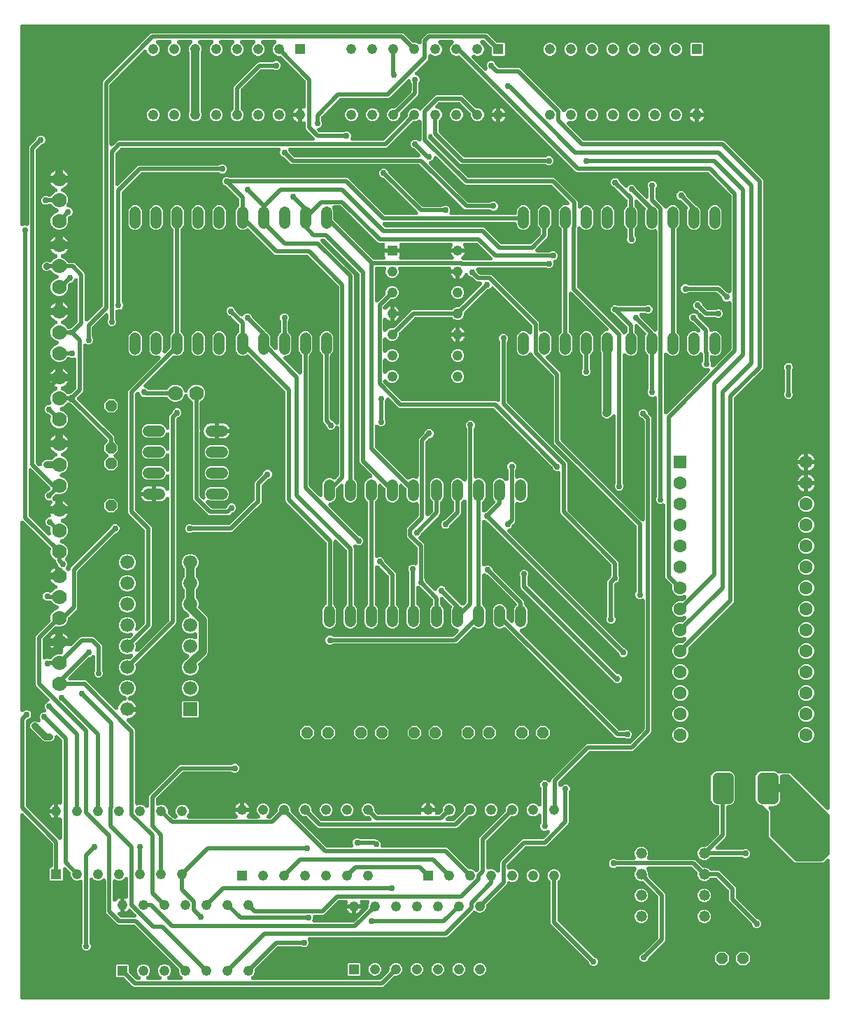
<source format=gbr>
G04 EAGLE Gerber RS-274X export*
G75*
%MOMM*%
%FSLAX34Y34*%
%LPD*%
%INBottom Copper*%
%IPPOS*%
%AMOC8*
5,1,8,0,0,1.08239X$1,22.5*%
G01*
%ADD10R,1.238000X1.238000*%
%ADD11C,1.238000*%
%ADD12C,1.270000*%
%ADD13P,1.429621X8X292.500000*%
%ADD14P,1.429621X8X112.500000*%
%ADD15C,1.320800*%
%ADD16P,1.429621X8X22.500000*%
%ADD17C,1.778000*%
%ADD18C,1.320800*%
%ADD19C,1.600200*%
%ADD20R,1.600200X1.600200*%
%ADD21R,1.676400X1.676400*%
%ADD22C,1.676400*%
%ADD23C,0.756400*%
%ADD24C,0.508000*%
%ADD25C,1.016000*%
%ADD26C,0.812800*%

G36*
X987335Y10164D02*
X987335Y10164D01*
X987369Y10162D01*
X987558Y10184D01*
X987749Y10201D01*
X987782Y10210D01*
X987816Y10214D01*
X987999Y10269D01*
X988183Y10319D01*
X988214Y10334D01*
X988247Y10344D01*
X988418Y10431D01*
X988590Y10513D01*
X988618Y10533D01*
X988649Y10548D01*
X988801Y10664D01*
X988956Y10775D01*
X988980Y10800D01*
X989007Y10820D01*
X989136Y10960D01*
X989270Y11097D01*
X989289Y11126D01*
X989313Y11152D01*
X989415Y11313D01*
X989522Y11470D01*
X989536Y11502D01*
X989554Y11531D01*
X989627Y11708D01*
X989704Y11882D01*
X989712Y11916D01*
X989725Y11948D01*
X989765Y12135D01*
X989811Y12320D01*
X989813Y12354D01*
X989820Y12388D01*
X989839Y12700D01*
X989839Y177961D01*
X989828Y178090D01*
X989826Y178220D01*
X989808Y178314D01*
X989799Y178409D01*
X989765Y178535D01*
X989740Y178662D01*
X989706Y178751D01*
X989681Y178843D01*
X989625Y178961D01*
X989578Y179082D01*
X989528Y179164D01*
X989487Y179250D01*
X989412Y179356D01*
X989344Y179467D01*
X989281Y179539D01*
X989225Y179616D01*
X989132Y179707D01*
X989046Y179804D01*
X988971Y179864D01*
X988903Y179930D01*
X988795Y180003D01*
X988693Y180084D01*
X988609Y180129D01*
X988530Y180182D01*
X988411Y180235D01*
X988296Y180296D01*
X988205Y180326D01*
X988118Y180365D01*
X987991Y180395D01*
X987868Y180436D01*
X987773Y180449D01*
X987680Y180471D01*
X987551Y180479D01*
X987422Y180497D01*
X987326Y180493D01*
X987231Y180499D01*
X987102Y180484D01*
X986972Y180479D01*
X986879Y180458D01*
X986784Y180447D01*
X986659Y180409D01*
X986532Y180381D01*
X986444Y180344D01*
X986353Y180317D01*
X986237Y180257D01*
X986117Y180207D01*
X986037Y180156D01*
X985951Y180112D01*
X985848Y180034D01*
X985739Y179963D01*
X985641Y179877D01*
X985593Y179840D01*
X985562Y179807D01*
X985504Y179756D01*
X982303Y176554D01*
X980809Y175935D01*
X949191Y175935D01*
X947698Y176554D01*
X916554Y207698D01*
X915935Y209191D01*
X915935Y237265D01*
X915921Y237428D01*
X915914Y237593D01*
X915901Y237652D01*
X915895Y237713D01*
X915852Y237872D01*
X915816Y238032D01*
X915793Y238089D01*
X915777Y238147D01*
X915706Y238296D01*
X915643Y238448D01*
X915610Y238499D01*
X915583Y238554D01*
X915488Y238688D01*
X915398Y238826D01*
X915347Y238884D01*
X915321Y238920D01*
X915278Y238963D01*
X915192Y239060D01*
X909670Y244582D01*
X909544Y244687D01*
X909423Y244799D01*
X909372Y244831D01*
X909325Y244870D01*
X909182Y244952D01*
X909043Y245040D01*
X908987Y245064D01*
X908934Y245094D01*
X908779Y245149D01*
X908627Y245211D01*
X908567Y245224D01*
X908509Y245245D01*
X908347Y245271D01*
X908186Y245306D01*
X908110Y245311D01*
X908065Y245318D01*
X908004Y245317D01*
X907875Y245325D01*
X906597Y245325D01*
X903702Y246524D01*
X901487Y248739D01*
X900288Y251634D01*
X900288Y280166D01*
X901487Y283061D01*
X903702Y285276D01*
X906597Y286475D01*
X922429Y286475D01*
X925324Y285276D01*
X925791Y284808D01*
X925917Y284703D01*
X926038Y284591D01*
X926090Y284559D01*
X926137Y284520D01*
X926279Y284438D01*
X926418Y284350D01*
X926475Y284326D01*
X926528Y284296D01*
X926682Y284241D01*
X926835Y284179D01*
X926894Y284166D01*
X926952Y284145D01*
X927114Y284119D01*
X927275Y284084D01*
X927352Y284079D01*
X927396Y284072D01*
X927457Y284073D01*
X927587Y284065D01*
X940809Y284065D01*
X942302Y283446D01*
X943803Y281946D01*
X943803Y281945D01*
X985504Y240244D01*
X985604Y240160D01*
X985697Y240070D01*
X985777Y240016D01*
X985850Y239955D01*
X985963Y239890D01*
X986070Y239818D01*
X986158Y239779D01*
X986241Y239732D01*
X986363Y239688D01*
X986482Y239635D01*
X986575Y239613D01*
X986665Y239581D01*
X986794Y239560D01*
X986920Y239529D01*
X987015Y239523D01*
X987109Y239507D01*
X987240Y239509D01*
X987369Y239501D01*
X987464Y239512D01*
X987560Y239513D01*
X987687Y239538D01*
X987816Y239553D01*
X987908Y239581D01*
X988002Y239599D01*
X988123Y239646D01*
X988247Y239683D01*
X988332Y239727D01*
X988422Y239761D01*
X988533Y239829D01*
X988649Y239888D01*
X988725Y239945D01*
X988806Y239995D01*
X988904Y240081D01*
X989007Y240160D01*
X989072Y240230D01*
X989144Y240293D01*
X989224Y240395D01*
X989313Y240491D01*
X989364Y240572D01*
X989423Y240646D01*
X989484Y240761D01*
X989554Y240871D01*
X989591Y240959D01*
X989636Y241043D01*
X989676Y241167D01*
X989725Y241287D01*
X989745Y241381D01*
X989775Y241472D01*
X989793Y241600D01*
X989820Y241727D01*
X989828Y241857D01*
X989836Y241918D01*
X989835Y241962D01*
X989839Y242039D01*
X989839Y1187300D01*
X989836Y1187335D01*
X989838Y1187369D01*
X989816Y1187558D01*
X989799Y1187749D01*
X989790Y1187782D01*
X989786Y1187816D01*
X989731Y1187999D01*
X989681Y1188183D01*
X989666Y1188214D01*
X989656Y1188247D01*
X989569Y1188418D01*
X989487Y1188590D01*
X989467Y1188618D01*
X989452Y1188649D01*
X989336Y1188801D01*
X989225Y1188956D01*
X989200Y1188980D01*
X989180Y1189007D01*
X989040Y1189136D01*
X988903Y1189270D01*
X988874Y1189289D01*
X988848Y1189313D01*
X988687Y1189415D01*
X988530Y1189522D01*
X988498Y1189536D01*
X988469Y1189554D01*
X988292Y1189627D01*
X988118Y1189704D01*
X988084Y1189712D01*
X988052Y1189725D01*
X987865Y1189765D01*
X987680Y1189811D01*
X987646Y1189813D01*
X987612Y1189820D01*
X987300Y1189839D01*
X12700Y1189839D01*
X12665Y1189836D01*
X12631Y1189838D01*
X12442Y1189816D01*
X12251Y1189799D01*
X12218Y1189790D01*
X12184Y1189786D01*
X12001Y1189731D01*
X11817Y1189681D01*
X11786Y1189666D01*
X11753Y1189656D01*
X11582Y1189569D01*
X11410Y1189487D01*
X11382Y1189467D01*
X11351Y1189452D01*
X11199Y1189336D01*
X11044Y1189225D01*
X11020Y1189200D01*
X10993Y1189180D01*
X10864Y1189040D01*
X10730Y1188903D01*
X10711Y1188874D01*
X10687Y1188848D01*
X10585Y1188687D01*
X10478Y1188530D01*
X10464Y1188498D01*
X10446Y1188469D01*
X10373Y1188292D01*
X10296Y1188118D01*
X10288Y1188084D01*
X10275Y1188052D01*
X10235Y1187865D01*
X10189Y1187680D01*
X10187Y1187646D01*
X10180Y1187612D01*
X10161Y1187300D01*
X10161Y948126D01*
X10168Y948043D01*
X10166Y947961D01*
X10188Y947820D01*
X10201Y947677D01*
X10222Y947597D01*
X10235Y947516D01*
X10281Y947381D01*
X10319Y947243D01*
X10355Y947168D01*
X10381Y947090D01*
X10451Y946965D01*
X10513Y946836D01*
X10560Y946769D01*
X10601Y946697D01*
X10691Y946586D01*
X10775Y946470D01*
X10834Y946412D01*
X10886Y946349D01*
X10995Y946256D01*
X11097Y946156D01*
X11166Y946110D01*
X11228Y946056D01*
X11352Y945984D01*
X11470Y945904D01*
X11546Y945870D01*
X11617Y945829D01*
X11751Y945779D01*
X11882Y945722D01*
X11962Y945702D01*
X12040Y945674D01*
X12181Y945649D01*
X12320Y945615D01*
X12402Y945610D01*
X12483Y945596D01*
X12626Y945596D01*
X12769Y945587D01*
X12851Y945597D01*
X12933Y945597D01*
X13074Y945623D01*
X13216Y945639D01*
X13295Y945663D01*
X13376Y945678D01*
X13610Y945758D01*
X13647Y945770D01*
X13657Y945774D01*
X13672Y945780D01*
X14944Y946307D01*
X17056Y946307D01*
X17424Y946154D01*
X17503Y946129D01*
X17578Y946096D01*
X17717Y946062D01*
X17854Y946019D01*
X17936Y946009D01*
X18016Y945989D01*
X18158Y945981D01*
X18301Y945962D01*
X18383Y945967D01*
X18465Y945962D01*
X18607Y945978D01*
X18750Y945986D01*
X18830Y946004D01*
X18912Y946014D01*
X19049Y946055D01*
X19189Y946088D01*
X19264Y946120D01*
X19343Y946144D01*
X19471Y946209D01*
X19602Y946266D01*
X19671Y946311D01*
X19745Y946348D01*
X19859Y946435D01*
X19978Y946514D01*
X20038Y946571D01*
X20103Y946620D01*
X20200Y946726D01*
X20304Y946824D01*
X20353Y946891D01*
X20409Y946952D01*
X20486Y947073D01*
X20570Y947188D01*
X20606Y947262D01*
X20650Y947331D01*
X20705Y947464D01*
X20768Y947592D01*
X20790Y947672D01*
X20821Y947748D01*
X20851Y947888D01*
X20891Y948025D01*
X20899Y948107D01*
X20916Y948188D01*
X20931Y948434D01*
X20935Y948474D01*
X20934Y948484D01*
X20935Y948500D01*
X20935Y1040809D01*
X21554Y1042302D01*
X28950Y1049698D01*
X29055Y1049824D01*
X29167Y1049945D01*
X29199Y1049996D01*
X29238Y1050043D01*
X29320Y1050186D01*
X29408Y1050325D01*
X29432Y1050381D01*
X29462Y1050434D01*
X29517Y1050589D01*
X29579Y1050741D01*
X29592Y1050801D01*
X29613Y1050859D01*
X29613Y1050862D01*
X30501Y1053006D01*
X31994Y1054499D01*
X33944Y1055307D01*
X36056Y1055307D01*
X38006Y1054499D01*
X39499Y1053006D01*
X40307Y1051056D01*
X40307Y1048944D01*
X39499Y1046994D01*
X38006Y1045501D01*
X35818Y1044595D01*
X35726Y1044574D01*
X35669Y1044551D01*
X35611Y1044535D01*
X35462Y1044464D01*
X35310Y1044401D01*
X35259Y1044368D01*
X35204Y1044341D01*
X35070Y1044246D01*
X34932Y1044156D01*
X34874Y1044105D01*
X34838Y1044079D01*
X34795Y1044036D01*
X34698Y1043950D01*
X29808Y1039060D01*
X29703Y1038934D01*
X29591Y1038813D01*
X29559Y1038762D01*
X29520Y1038715D01*
X29438Y1038572D01*
X29350Y1038433D01*
X29326Y1038377D01*
X29296Y1038324D01*
X29241Y1038169D01*
X29179Y1038017D01*
X29166Y1037957D01*
X29145Y1037899D01*
X29119Y1037737D01*
X29084Y1037576D01*
X29079Y1037500D01*
X29072Y1037455D01*
X29073Y1037394D01*
X29065Y1037265D01*
X29065Y659935D01*
X29079Y659772D01*
X29086Y659607D01*
X29099Y659548D01*
X29105Y659487D01*
X29148Y659328D01*
X29184Y659168D01*
X29207Y659111D01*
X29223Y659053D01*
X29294Y658904D01*
X29357Y658752D01*
X29390Y658701D01*
X29417Y658646D01*
X29512Y658512D01*
X29602Y658374D01*
X29653Y658316D01*
X29679Y658280D01*
X29722Y658237D01*
X29808Y658140D01*
X32076Y655872D01*
X32176Y655789D01*
X32269Y655698D01*
X32299Y655678D01*
X32322Y655657D01*
X32371Y655625D01*
X32422Y655583D01*
X32535Y655518D01*
X32642Y655446D01*
X32678Y655430D01*
X32701Y655415D01*
X32752Y655394D01*
X32813Y655360D01*
X32935Y655316D01*
X33054Y655263D01*
X33095Y655253D01*
X33118Y655244D01*
X33168Y655233D01*
X33237Y655209D01*
X33365Y655188D01*
X33492Y655157D01*
X33537Y655154D01*
X33558Y655149D01*
X33618Y655146D01*
X33681Y655135D01*
X33768Y655137D01*
X33870Y655130D01*
X33872Y655130D01*
X33893Y655132D01*
X33941Y655129D01*
X34036Y655140D01*
X34132Y655141D01*
X34245Y655163D01*
X34321Y655170D01*
X34341Y655176D01*
X34388Y655181D01*
X34480Y655209D01*
X34574Y655227D01*
X34681Y655269D01*
X34755Y655289D01*
X34774Y655298D01*
X34819Y655311D01*
X34905Y655355D01*
X34994Y655389D01*
X35091Y655449D01*
X35162Y655482D01*
X35179Y655495D01*
X35221Y655516D01*
X35297Y655574D01*
X35378Y655623D01*
X35462Y655697D01*
X35528Y655744D01*
X35544Y655761D01*
X35579Y655788D01*
X35644Y655858D01*
X35716Y655921D01*
X35784Y656007D01*
X35842Y656067D01*
X35856Y656088D01*
X35885Y656119D01*
X35936Y656200D01*
X35995Y656274D01*
X36046Y656369D01*
X36094Y656440D01*
X36105Y656465D01*
X36126Y656499D01*
X36163Y656587D01*
X36208Y656671D01*
X36240Y656770D01*
X36276Y656852D01*
X36283Y656880D01*
X36297Y656915D01*
X36317Y657009D01*
X36347Y657100D01*
X36361Y657199D01*
X36383Y657289D01*
X36385Y657321D01*
X36392Y657355D01*
X36400Y657485D01*
X36408Y657546D01*
X36407Y657590D01*
X36411Y657667D01*
X36411Y658112D01*
X37262Y660166D01*
X39134Y662038D01*
X41188Y662889D01*
X47108Y662889D01*
X47272Y662903D01*
X47436Y662910D01*
X47496Y662923D01*
X47557Y662929D01*
X47716Y662972D01*
X47876Y663008D01*
X47932Y663031D01*
X47991Y663047D01*
X48140Y663118D01*
X48291Y663181D01*
X48343Y663214D01*
X48398Y663241D01*
X48531Y663336D01*
X48670Y663426D01*
X48727Y663477D01*
X48764Y663503D01*
X48807Y663546D01*
X48904Y663632D01*
X51400Y666129D01*
X53793Y667120D01*
X53797Y667122D01*
X53801Y667124D01*
X53998Y667228D01*
X54192Y667329D01*
X54196Y667331D01*
X54200Y667333D01*
X54374Y667469D01*
X54548Y667605D01*
X54551Y667608D01*
X54555Y667610D01*
X54699Y667772D01*
X54850Y667939D01*
X54852Y667943D01*
X54855Y667946D01*
X54969Y668130D01*
X55088Y668321D01*
X55090Y668325D01*
X55092Y668329D01*
X55171Y668530D01*
X55255Y668739D01*
X55255Y668744D01*
X55257Y668748D01*
X55300Y668964D01*
X55345Y669181D01*
X55345Y669185D01*
X55346Y669189D01*
X55350Y669414D01*
X55355Y669631D01*
X55355Y669635D01*
X55355Y669639D01*
X55320Y669859D01*
X55287Y670076D01*
X55285Y670080D01*
X55285Y670084D01*
X55211Y670296D01*
X55140Y670501D01*
X55138Y670505D01*
X55137Y670509D01*
X55029Y670701D01*
X54921Y670895D01*
X54918Y670898D01*
X54916Y670902D01*
X54775Y671073D01*
X54636Y671243D01*
X54632Y671246D01*
X54630Y671249D01*
X54459Y671394D01*
X54293Y671536D01*
X54290Y671538D01*
X54286Y671541D01*
X54089Y671655D01*
X53905Y671763D01*
X53901Y671764D01*
X53897Y671767D01*
X53606Y671881D01*
X52912Y672107D01*
X51309Y672924D01*
X49853Y673981D01*
X48581Y675253D01*
X47524Y676709D01*
X46735Y678256D01*
X55395Y678256D01*
X55429Y678259D01*
X55464Y678257D01*
X55653Y678279D01*
X55843Y678296D01*
X55877Y678305D01*
X55911Y678309D01*
X56094Y678364D01*
X56278Y678414D01*
X56309Y678429D01*
X56342Y678439D01*
X56513Y678526D01*
X56684Y678608D01*
X56712Y678628D01*
X56743Y678643D01*
X56895Y678759D01*
X57050Y678870D01*
X57075Y678895D01*
X57102Y678915D01*
X57231Y679055D01*
X57297Y679123D01*
X57305Y679115D01*
X57326Y679088D01*
X57466Y678959D01*
X57603Y678825D01*
X57631Y678806D01*
X57657Y678782D01*
X57818Y678680D01*
X57976Y678573D01*
X58007Y678559D01*
X58037Y678541D01*
X58213Y678468D01*
X58387Y678391D01*
X58421Y678383D01*
X58453Y678370D01*
X58640Y678329D01*
X58825Y678284D01*
X58859Y678282D01*
X58893Y678275D01*
X59205Y678256D01*
X67865Y678256D01*
X67076Y676709D01*
X66019Y675253D01*
X64747Y673981D01*
X63291Y672924D01*
X61688Y672107D01*
X60994Y671881D01*
X60990Y671880D01*
X60986Y671879D01*
X60782Y671791D01*
X60580Y671705D01*
X60576Y671702D01*
X60572Y671701D01*
X60385Y671577D01*
X60203Y671458D01*
X60200Y671455D01*
X60196Y671452D01*
X60036Y671300D01*
X59876Y671148D01*
X59874Y671145D01*
X59870Y671142D01*
X59741Y670965D01*
X59609Y670786D01*
X59607Y670782D01*
X59605Y670778D01*
X59507Y670579D01*
X59410Y670382D01*
X59409Y670378D01*
X59407Y670374D01*
X59346Y670161D01*
X59286Y669949D01*
X59285Y669945D01*
X59284Y669941D01*
X59262Y669718D01*
X59239Y669501D01*
X59240Y669497D01*
X59239Y669493D01*
X59257Y669271D01*
X59273Y669052D01*
X59274Y669048D01*
X59275Y669044D01*
X59330Y668833D01*
X59386Y668616D01*
X59388Y668612D01*
X59389Y668608D01*
X59484Y668403D01*
X59573Y668207D01*
X59576Y668204D01*
X59578Y668200D01*
X59707Y668014D01*
X59831Y667837D01*
X59834Y667834D01*
X59836Y667831D01*
X59991Y667677D01*
X60149Y667519D01*
X60152Y667516D01*
X60155Y667513D01*
X60336Y667389D01*
X60518Y667262D01*
X60522Y667260D01*
X60526Y667257D01*
X60807Y667120D01*
X63199Y666129D01*
X66129Y663199D01*
X67715Y659372D01*
X67715Y655228D01*
X66129Y651401D01*
X63199Y648471D01*
X59518Y646946D01*
X59403Y646886D01*
X59283Y646834D01*
X59204Y646782D01*
X59119Y646737D01*
X59016Y646658D01*
X58908Y646586D01*
X58839Y646520D01*
X58763Y646462D01*
X58676Y646365D01*
X58582Y646276D01*
X58525Y646198D01*
X58461Y646127D01*
X58393Y646017D01*
X58316Y645912D01*
X58274Y645826D01*
X58224Y645745D01*
X58175Y645624D01*
X58118Y645508D01*
X58092Y645416D01*
X58057Y645327D01*
X58031Y645199D01*
X57995Y645074D01*
X57986Y644979D01*
X57967Y644886D01*
X57964Y644756D01*
X57951Y644626D01*
X57958Y644531D01*
X57956Y644436D01*
X57976Y644307D01*
X57986Y644177D01*
X58010Y644085D01*
X58025Y643991D01*
X58067Y643867D01*
X58100Y643742D01*
X58140Y643655D01*
X58171Y643565D01*
X58234Y643451D01*
X58289Y643333D01*
X58344Y643255D01*
X58390Y643172D01*
X58473Y643071D01*
X58547Y642964D01*
X58615Y642897D01*
X58676Y642823D01*
X58775Y642739D01*
X58867Y642647D01*
X58945Y642593D01*
X59018Y642531D01*
X59130Y642465D01*
X59237Y642391D01*
X59354Y642334D01*
X59407Y642303D01*
X59449Y642288D01*
X59518Y642254D01*
X63199Y640729D01*
X66129Y637799D01*
X67715Y633972D01*
X67715Y629828D01*
X66129Y626001D01*
X63199Y623071D01*
X59372Y621485D01*
X55228Y621485D01*
X54961Y621596D01*
X54759Y621660D01*
X54557Y621725D01*
X54544Y621727D01*
X54532Y621731D01*
X54323Y621757D01*
X54111Y621786D01*
X54098Y621786D01*
X54085Y621787D01*
X53875Y621777D01*
X53661Y621768D01*
X53648Y621765D01*
X53635Y621764D01*
X53429Y621716D01*
X53222Y621670D01*
X53210Y621665D01*
X53197Y621662D01*
X53002Y621579D01*
X52806Y621497D01*
X52795Y621490D01*
X52783Y621484D01*
X52606Y621368D01*
X52428Y621252D01*
X52416Y621242D01*
X52407Y621236D01*
X52379Y621209D01*
X52194Y621046D01*
X51050Y619902D01*
X50945Y619776D01*
X50833Y619655D01*
X50801Y619603D01*
X50762Y619557D01*
X50680Y619414D01*
X50592Y619275D01*
X50568Y619219D01*
X50538Y619166D01*
X50483Y619011D01*
X50421Y618859D01*
X50408Y618799D01*
X50387Y618741D01*
X50387Y618738D01*
X49487Y616565D01*
X49485Y616561D01*
X49483Y616557D01*
X49419Y616348D01*
X49352Y616135D01*
X49351Y616131D01*
X49350Y616127D01*
X49323Y615910D01*
X49295Y615689D01*
X49295Y615684D01*
X49295Y615680D01*
X49307Y615459D01*
X49318Y615239D01*
X49319Y615235D01*
X49320Y615230D01*
X49371Y615012D01*
X49420Y614800D01*
X49422Y614796D01*
X49423Y614792D01*
X49512Y614589D01*
X49598Y614387D01*
X49601Y614383D01*
X49603Y614379D01*
X49724Y614196D01*
X49847Y614011D01*
X49850Y614008D01*
X49852Y614004D01*
X50005Y613845D01*
X50157Y613685D01*
X50161Y613682D01*
X50164Y613679D01*
X50343Y613549D01*
X50521Y613419D01*
X50525Y613417D01*
X50528Y613415D01*
X50725Y613319D01*
X50925Y613222D01*
X50930Y613220D01*
X50934Y613218D01*
X51145Y613159D01*
X51358Y613099D01*
X51363Y613098D01*
X51367Y613097D01*
X51586Y613076D01*
X51806Y613054D01*
X51811Y613054D01*
X51815Y613054D01*
X52033Y613072D01*
X52255Y613089D01*
X52260Y613090D01*
X52264Y613091D01*
X52480Y613148D01*
X52691Y613203D01*
X52695Y613205D01*
X52699Y613206D01*
X52856Y613274D01*
X52856Y607144D01*
X46735Y607144D01*
X47524Y608691D01*
X48686Y610291D01*
X48790Y610465D01*
X48898Y610638D01*
X48906Y610658D01*
X48917Y610677D01*
X48989Y610867D01*
X49065Y611056D01*
X49069Y611078D01*
X49077Y611098D01*
X49114Y611297D01*
X49155Y611498D01*
X49155Y611520D01*
X49159Y611541D01*
X49161Y611743D01*
X49166Y611948D01*
X49162Y611969D01*
X49162Y611991D01*
X49128Y612191D01*
X49097Y612393D01*
X49090Y612413D01*
X49086Y612435D01*
X49016Y612627D01*
X48950Y612819D01*
X48940Y612838D01*
X48932Y612858D01*
X48830Y613035D01*
X48731Y613212D01*
X48717Y613229D01*
X48706Y613248D01*
X48574Y613403D01*
X48446Y613560D01*
X48429Y613574D01*
X48415Y613591D01*
X48258Y613720D01*
X48103Y613853D01*
X48085Y613864D01*
X48068Y613878D01*
X47890Y613977D01*
X47715Y614080D01*
X47694Y614088D01*
X47675Y614098D01*
X47484Y614165D01*
X47292Y614235D01*
X47271Y614239D01*
X47250Y614246D01*
X47050Y614278D01*
X46849Y614313D01*
X46827Y614313D01*
X46805Y614317D01*
X46602Y614313D01*
X46398Y614312D01*
X46377Y614308D01*
X46355Y614308D01*
X46284Y614293D01*
X43944Y614293D01*
X41994Y615101D01*
X40501Y616594D01*
X39693Y618544D01*
X39693Y620656D01*
X40501Y622606D01*
X41994Y624099D01*
X44182Y625005D01*
X44274Y625026D01*
X44331Y625049D01*
X44389Y625065D01*
X44538Y625136D01*
X44690Y625199D01*
X44741Y625232D01*
X44796Y625259D01*
X44930Y625354D01*
X45068Y625444D01*
X45126Y625495D01*
X45162Y625521D01*
X45205Y625564D01*
X45302Y625650D01*
X46256Y626604D01*
X46278Y626631D01*
X46304Y626654D01*
X46422Y626803D01*
X46545Y626950D01*
X46562Y626980D01*
X46584Y627007D01*
X46674Y627175D01*
X46768Y627341D01*
X46780Y627373D01*
X46796Y627404D01*
X46855Y627585D01*
X46919Y627765D01*
X46925Y627799D01*
X46936Y627832D01*
X46961Y628021D01*
X46993Y628209D01*
X46992Y628244D01*
X46997Y628278D01*
X46989Y628469D01*
X46987Y628660D01*
X46980Y628694D01*
X46979Y628728D01*
X46937Y628914D01*
X46901Y629102D01*
X46888Y629134D01*
X46881Y629168D01*
X46807Y629344D01*
X46739Y629522D01*
X46721Y629551D01*
X46707Y629583D01*
X46604Y629743D01*
X46505Y629906D01*
X46482Y629932D01*
X46463Y629961D01*
X46256Y630196D01*
X24400Y652052D01*
X24300Y652136D01*
X24207Y652226D01*
X24127Y652280D01*
X24054Y652341D01*
X23941Y652406D01*
X23834Y652478D01*
X23746Y652517D01*
X23663Y652564D01*
X23541Y652608D01*
X23422Y652661D01*
X23329Y652683D01*
X23239Y652715D01*
X23110Y652736D01*
X22984Y652767D01*
X22889Y652773D01*
X22795Y652789D01*
X22664Y652787D01*
X22535Y652795D01*
X22440Y652784D01*
X22344Y652783D01*
X22217Y652758D01*
X22088Y652743D01*
X21996Y652715D01*
X21902Y652697D01*
X21781Y652650D01*
X21657Y652613D01*
X21572Y652569D01*
X21482Y652535D01*
X21371Y652467D01*
X21255Y652408D01*
X21179Y652351D01*
X21098Y652301D01*
X21000Y652215D01*
X20897Y652136D01*
X20832Y652066D01*
X20760Y652003D01*
X20680Y651901D01*
X20591Y651805D01*
X20540Y651724D01*
X20481Y651650D01*
X20420Y651535D01*
X20350Y651425D01*
X20313Y651337D01*
X20268Y651253D01*
X20228Y651129D01*
X20179Y651009D01*
X20159Y650915D01*
X20129Y650824D01*
X20111Y650696D01*
X20084Y650569D01*
X20076Y650439D01*
X20068Y650378D01*
X20069Y650334D01*
X20065Y650257D01*
X20065Y595935D01*
X20079Y595772D01*
X20086Y595607D01*
X20099Y595548D01*
X20105Y595487D01*
X20148Y595328D01*
X20184Y595168D01*
X20207Y595111D01*
X20223Y595053D01*
X20294Y594904D01*
X20357Y594752D01*
X20390Y594701D01*
X20417Y594646D01*
X20512Y594512D01*
X20602Y594374D01*
X20653Y594316D01*
X20679Y594280D01*
X20722Y594237D01*
X20808Y594140D01*
X42925Y572023D01*
X43062Y571909D01*
X43193Y571790D01*
X43234Y571765D01*
X43271Y571734D01*
X43425Y571646D01*
X43576Y571552D01*
X43620Y571535D01*
X43662Y571511D01*
X43829Y571452D01*
X43994Y571386D01*
X44041Y571376D01*
X44086Y571360D01*
X44261Y571331D01*
X44435Y571296D01*
X44483Y571294D01*
X44530Y571287D01*
X44708Y571289D01*
X44885Y571285D01*
X44932Y571292D01*
X44980Y571293D01*
X45155Y571327D01*
X45330Y571354D01*
X45375Y571369D01*
X45422Y571378D01*
X45588Y571442D01*
X45756Y571500D01*
X45798Y571523D01*
X45842Y571541D01*
X45994Y571633D01*
X46149Y571719D01*
X46186Y571750D01*
X46227Y571774D01*
X46360Y571892D01*
X46497Y572005D01*
X46529Y572041D01*
X46564Y572073D01*
X46674Y572212D01*
X46790Y572347D01*
X46814Y572388D01*
X46844Y572426D01*
X46928Y572582D01*
X47017Y572736D01*
X47034Y572781D01*
X47056Y572823D01*
X47111Y572991D01*
X47173Y573158D01*
X47181Y573206D01*
X47196Y573251D01*
X47220Y573427D01*
X47251Y573602D01*
X47251Y573650D01*
X47257Y573697D01*
X47250Y573874D01*
X47249Y574052D01*
X47241Y574099D01*
X47239Y574147D01*
X47200Y574320D01*
X47168Y574495D01*
X47149Y574551D01*
X47141Y574586D01*
X47117Y574644D01*
X47067Y574790D01*
X46885Y575228D01*
X46885Y579420D01*
X46899Y579475D01*
X46942Y579612D01*
X46952Y579694D01*
X46971Y579774D01*
X46980Y579916D01*
X46998Y580058D01*
X46994Y580141D01*
X46999Y580223D01*
X46983Y580365D01*
X46975Y580508D01*
X46957Y580588D01*
X46947Y580670D01*
X46906Y580807D01*
X46873Y580947D01*
X46841Y581022D01*
X46817Y581101D01*
X46752Y581229D01*
X46695Y581360D01*
X46650Y581429D01*
X46612Y581503D01*
X46526Y581617D01*
X46447Y581736D01*
X46390Y581796D01*
X46340Y581861D01*
X46235Y581958D01*
X46137Y582062D01*
X46070Y582111D01*
X46009Y582167D01*
X45889Y582243D01*
X45773Y582328D01*
X45699Y582364D01*
X45630Y582408D01*
X45497Y582463D01*
X45369Y582525D01*
X45308Y582543D01*
X42994Y583501D01*
X41501Y584994D01*
X40693Y586944D01*
X40693Y589056D01*
X41501Y591006D01*
X42994Y592499D01*
X44944Y593307D01*
X45113Y593307D01*
X45295Y593323D01*
X45476Y593333D01*
X45518Y593343D01*
X45562Y593347D01*
X45738Y593395D01*
X45914Y593436D01*
X45954Y593454D01*
X45996Y593465D01*
X46160Y593543D01*
X46327Y593616D01*
X46364Y593640D01*
X46403Y593659D01*
X46551Y593764D01*
X46702Y593865D01*
X46734Y593895D01*
X46769Y593921D01*
X46896Y594051D01*
X47027Y594177D01*
X47053Y594212D01*
X47083Y594243D01*
X47185Y594394D01*
X47292Y594541D01*
X47311Y594580D01*
X47335Y594616D01*
X47409Y594783D01*
X47488Y594946D01*
X47500Y594988D01*
X47517Y595028D01*
X47560Y595205D01*
X47610Y595380D01*
X47614Y595423D01*
X47624Y595466D01*
X47635Y595647D01*
X47653Y595828D01*
X47649Y595872D01*
X47652Y595915D01*
X47631Y596096D01*
X47616Y596277D01*
X47605Y596319D01*
X47600Y596362D01*
X47547Y596537D01*
X47500Y596712D01*
X47479Y596761D01*
X47469Y596793D01*
X47441Y596849D01*
X47376Y596999D01*
X46735Y598256D01*
X55395Y598256D01*
X55429Y598259D01*
X55464Y598257D01*
X55653Y598279D01*
X55843Y598296D01*
X55877Y598305D01*
X55911Y598309D01*
X56094Y598364D01*
X56278Y598414D01*
X56309Y598429D01*
X56342Y598439D01*
X56513Y598526D01*
X56684Y598608D01*
X56712Y598628D01*
X56743Y598643D01*
X56895Y598759D01*
X57050Y598870D01*
X57075Y598895D01*
X57102Y598915D01*
X57231Y599055D01*
X57297Y599123D01*
X57305Y599115D01*
X57326Y599088D01*
X57466Y598959D01*
X57603Y598825D01*
X57631Y598806D01*
X57657Y598782D01*
X57818Y598680D01*
X57976Y598573D01*
X58007Y598559D01*
X58037Y598541D01*
X58213Y598468D01*
X58387Y598391D01*
X58421Y598383D01*
X58453Y598370D01*
X58640Y598329D01*
X58825Y598284D01*
X58859Y598282D01*
X58893Y598275D01*
X59205Y598256D01*
X67865Y598256D01*
X67076Y596709D01*
X66019Y595253D01*
X64747Y593981D01*
X63291Y592924D01*
X61688Y592107D01*
X60994Y591881D01*
X60990Y591880D01*
X60986Y591879D01*
X60783Y591791D01*
X60580Y591705D01*
X60576Y591702D01*
X60572Y591701D01*
X60385Y591577D01*
X60203Y591458D01*
X60200Y591455D01*
X60196Y591452D01*
X60034Y591297D01*
X59876Y591148D01*
X59873Y591145D01*
X59870Y591142D01*
X59742Y590966D01*
X59609Y590786D01*
X59607Y590782D01*
X59604Y590778D01*
X59509Y590583D01*
X59410Y590382D01*
X59409Y590378D01*
X59407Y590374D01*
X59348Y590166D01*
X59286Y589949D01*
X59285Y589945D01*
X59284Y589941D01*
X59262Y589719D01*
X59239Y589501D01*
X59240Y589497D01*
X59239Y589493D01*
X59257Y589268D01*
X59273Y589052D01*
X59274Y589048D01*
X59275Y589044D01*
X59331Y588826D01*
X59386Y588616D01*
X59388Y588612D01*
X59389Y588608D01*
X59483Y588405D01*
X59573Y588207D01*
X59576Y588203D01*
X59578Y588199D01*
X59709Y588012D01*
X59831Y587837D01*
X59834Y587834D01*
X59836Y587831D01*
X59996Y587672D01*
X60149Y587519D01*
X60152Y587516D01*
X60155Y587513D01*
X60337Y587388D01*
X60518Y587262D01*
X60523Y587260D01*
X60526Y587257D01*
X60807Y587120D01*
X63199Y586129D01*
X66129Y583199D01*
X67715Y579372D01*
X67715Y575228D01*
X66129Y571401D01*
X63199Y568471D01*
X59518Y566946D01*
X59403Y566886D01*
X59283Y566834D01*
X59204Y566782D01*
X59119Y566737D01*
X59016Y566658D01*
X58908Y566586D01*
X58839Y566520D01*
X58763Y566462D01*
X58676Y566365D01*
X58582Y566276D01*
X58525Y566198D01*
X58461Y566127D01*
X58393Y566017D01*
X58316Y565912D01*
X58274Y565826D01*
X58224Y565745D01*
X58175Y565624D01*
X58118Y565508D01*
X58092Y565416D01*
X58057Y565327D01*
X58031Y565199D01*
X57995Y565074D01*
X57986Y564979D01*
X57967Y564886D01*
X57964Y564756D01*
X57951Y564626D01*
X57958Y564531D01*
X57956Y564436D01*
X57976Y564307D01*
X57986Y564177D01*
X58010Y564085D01*
X58025Y563991D01*
X58067Y563868D01*
X58100Y563742D01*
X58140Y563655D01*
X58171Y563565D01*
X58235Y563451D01*
X58289Y563333D01*
X58344Y563255D01*
X58391Y563172D01*
X58473Y563071D01*
X58548Y562964D01*
X58615Y562897D01*
X58676Y562823D01*
X58775Y562739D01*
X58867Y562647D01*
X58946Y562593D01*
X59018Y562531D01*
X59130Y562465D01*
X59237Y562391D01*
X59354Y562334D01*
X59407Y562303D01*
X59449Y562288D01*
X59518Y562254D01*
X63199Y560729D01*
X66129Y557799D01*
X67715Y553972D01*
X67715Y549828D01*
X66129Y546000D01*
X64834Y544706D01*
X64812Y544679D01*
X64786Y544656D01*
X64667Y544506D01*
X64545Y544360D01*
X64528Y544330D01*
X64507Y544303D01*
X64417Y544135D01*
X64322Y543969D01*
X64310Y543937D01*
X64294Y543906D01*
X64235Y543725D01*
X64171Y543545D01*
X64166Y543511D01*
X64155Y543478D01*
X64129Y543288D01*
X64098Y543101D01*
X64098Y543066D01*
X64093Y543032D01*
X64101Y542841D01*
X64104Y542651D01*
X64110Y542617D01*
X64112Y542582D01*
X64153Y542396D01*
X64189Y542209D01*
X64202Y542176D01*
X64209Y542142D01*
X64283Y541966D01*
X64352Y541789D01*
X64370Y541759D01*
X64383Y541727D01*
X64487Y541567D01*
X64586Y541404D01*
X64608Y541378D01*
X64627Y541349D01*
X64834Y541115D01*
X66047Y539902D01*
X66855Y537952D01*
X66855Y535840D01*
X66047Y533890D01*
X65957Y533800D01*
X65934Y533773D01*
X65908Y533750D01*
X65790Y533601D01*
X65668Y533455D01*
X65651Y533424D01*
X65629Y533397D01*
X65539Y533229D01*
X65444Y533064D01*
X65433Y533031D01*
X65416Y533000D01*
X65358Y532819D01*
X65294Y532639D01*
X65288Y532605D01*
X65277Y532572D01*
X65251Y532383D01*
X65220Y532195D01*
X65221Y532160D01*
X65216Y532126D01*
X65224Y531935D01*
X65226Y531745D01*
X65233Y531711D01*
X65234Y531676D01*
X65275Y531490D01*
X65312Y531303D01*
X65324Y531270D01*
X65332Y531236D01*
X65405Y531061D01*
X65474Y530883D01*
X65492Y530853D01*
X65505Y530821D01*
X65609Y530661D01*
X65708Y530498D01*
X65731Y530472D01*
X65750Y530443D01*
X65957Y530209D01*
X66019Y530147D01*
X66342Y529702D01*
X66410Y529624D01*
X66471Y529539D01*
X66558Y529454D01*
X66638Y529363D01*
X66719Y529298D01*
X66793Y529225D01*
X66894Y529157D01*
X66989Y529081D01*
X67080Y529031D01*
X67166Y528973D01*
X67278Y528924D01*
X67384Y528866D01*
X67483Y528833D01*
X67578Y528791D01*
X67696Y528762D01*
X67812Y528724D01*
X67915Y528709D01*
X68016Y528684D01*
X68137Y528677D01*
X68257Y528659D01*
X68361Y528663D01*
X68465Y528656D01*
X68586Y528671D01*
X68707Y528675D01*
X68809Y528696D01*
X68912Y528709D01*
X69029Y528744D01*
X69147Y528769D01*
X69243Y528809D01*
X69343Y528839D01*
X69452Y528894D01*
X69564Y528940D01*
X69652Y528996D01*
X69745Y529043D01*
X69841Y529117D01*
X69944Y529182D01*
X70020Y529252D01*
X70103Y529315D01*
X70186Y529405D01*
X70275Y529487D01*
X70338Y529570D01*
X70409Y529646D01*
X70474Y529749D01*
X70547Y529846D01*
X70594Y529938D01*
X70650Y530026D01*
X70697Y530139D01*
X70752Y530247D01*
X70782Y530346D01*
X70821Y530443D01*
X70847Y530562D01*
X70882Y530678D01*
X70882Y530681D01*
X71554Y532302D01*
X118950Y579698D01*
X119033Y579798D01*
X119122Y579889D01*
X119141Y579918D01*
X119167Y579945D01*
X119199Y579996D01*
X119238Y580043D01*
X119306Y580161D01*
X119374Y580262D01*
X119387Y580291D01*
X119408Y580325D01*
X119432Y580381D01*
X119462Y580434D01*
X119509Y580566D01*
X119557Y580674D01*
X119563Y580703D01*
X119579Y580741D01*
X119592Y580801D01*
X119613Y580859D01*
X119613Y580862D01*
X120501Y583006D01*
X121994Y584499D01*
X123944Y585307D01*
X126056Y585307D01*
X128006Y584499D01*
X129499Y583006D01*
X130307Y581056D01*
X130307Y578944D01*
X129499Y576994D01*
X128006Y575501D01*
X125818Y574595D01*
X125726Y574574D01*
X125669Y574551D01*
X125611Y574535D01*
X125462Y574464D01*
X125310Y574401D01*
X125259Y574368D01*
X125204Y574341D01*
X125070Y574246D01*
X124932Y574156D01*
X124874Y574105D01*
X124838Y574079D01*
X124795Y574036D01*
X124698Y573950D01*
X79808Y529060D01*
X79703Y528934D01*
X79591Y528813D01*
X79559Y528762D01*
X79520Y528715D01*
X79438Y528572D01*
X79350Y528433D01*
X79326Y528377D01*
X79296Y528324D01*
X79241Y528169D01*
X79179Y528017D01*
X79166Y527957D01*
X79145Y527899D01*
X79119Y527737D01*
X79084Y527576D01*
X79079Y527500D01*
X79072Y527455D01*
X79073Y527394D01*
X79065Y527265D01*
X79065Y484191D01*
X78446Y482698D01*
X68458Y472710D01*
X68353Y472584D01*
X68241Y472463D01*
X68209Y472412D01*
X68170Y472365D01*
X68088Y472222D01*
X68000Y472083D01*
X67976Y472027D01*
X67946Y471974D01*
X67891Y471819D01*
X67829Y471667D01*
X67816Y471607D01*
X67795Y471549D01*
X67769Y471387D01*
X67734Y471226D01*
X67729Y471150D01*
X67722Y471105D01*
X67723Y471044D01*
X67715Y470915D01*
X67715Y469828D01*
X66129Y466001D01*
X63199Y463071D01*
X59372Y461485D01*
X55228Y461485D01*
X54678Y461713D01*
X54476Y461777D01*
X54274Y461842D01*
X54261Y461844D01*
X54249Y461848D01*
X54038Y461875D01*
X53828Y461904D01*
X53815Y461903D01*
X53802Y461905D01*
X53590Y461894D01*
X53378Y461885D01*
X53366Y461882D01*
X53352Y461882D01*
X53145Y461833D01*
X52939Y461788D01*
X52927Y461783D01*
X52914Y461780D01*
X52719Y461695D01*
X52523Y461614D01*
X52512Y461607D01*
X52500Y461602D01*
X52324Y461485D01*
X52145Y461370D01*
X52133Y461359D01*
X52125Y461353D01*
X52096Y461326D01*
X51911Y461163D01*
X37808Y447060D01*
X37703Y446934D01*
X37591Y446813D01*
X37559Y446762D01*
X37520Y446715D01*
X37438Y446572D01*
X37350Y446433D01*
X37326Y446377D01*
X37296Y446324D01*
X37241Y446169D01*
X37179Y446017D01*
X37166Y445957D01*
X37145Y445899D01*
X37119Y445737D01*
X37084Y445576D01*
X37079Y445500D01*
X37072Y445455D01*
X37073Y445394D01*
X37065Y445265D01*
X37065Y424086D01*
X37072Y424004D01*
X37070Y423921D01*
X37092Y423780D01*
X37105Y423637D01*
X37126Y423558D01*
X37139Y423476D01*
X37185Y423341D01*
X37223Y423203D01*
X37259Y423129D01*
X37285Y423051D01*
X37355Y422925D01*
X37417Y422796D01*
X37464Y422729D01*
X37505Y422657D01*
X37595Y422547D01*
X37679Y422430D01*
X37738Y422373D01*
X37790Y422309D01*
X37899Y422216D01*
X38001Y422116D01*
X38070Y422070D01*
X38132Y422017D01*
X38256Y421944D01*
X38374Y421864D01*
X38450Y421831D01*
X38521Y421789D01*
X38655Y421740D01*
X38786Y421682D01*
X38866Y421662D01*
X38944Y421634D01*
X39085Y421609D01*
X39224Y421575D01*
X39306Y421570D01*
X39387Y421556D01*
X39530Y421556D01*
X39673Y421547D01*
X39755Y421557D01*
X39837Y421557D01*
X39978Y421583D01*
X40120Y421600D01*
X40199Y421623D01*
X40280Y421638D01*
X40513Y421718D01*
X40551Y421730D01*
X40561Y421735D01*
X40576Y421740D01*
X41944Y422307D01*
X44056Y422307D01*
X45163Y421848D01*
X45196Y421838D01*
X45227Y421823D01*
X45411Y421770D01*
X45592Y421713D01*
X45627Y421709D01*
X45660Y421700D01*
X45850Y421681D01*
X46039Y421657D01*
X46074Y421658D01*
X46108Y421655D01*
X46299Y421670D01*
X46489Y421680D01*
X46522Y421688D01*
X46557Y421690D01*
X46742Y421739D01*
X46927Y421782D01*
X46959Y421795D01*
X46993Y421804D01*
X47166Y421884D01*
X47341Y421960D01*
X47370Y421979D01*
X47401Y421993D01*
X47557Y422103D01*
X47716Y422208D01*
X47741Y422232D01*
X47770Y422252D01*
X47905Y422387D01*
X48042Y422519D01*
X48063Y422546D01*
X48087Y422571D01*
X48196Y422729D01*
X48308Y422882D01*
X48323Y422913D01*
X48343Y422942D01*
X48468Y423196D01*
X51401Y426129D01*
X53793Y427120D01*
X53797Y427122D01*
X53801Y427124D01*
X53998Y427228D01*
X54192Y427329D01*
X54196Y427331D01*
X54200Y427333D01*
X54372Y427468D01*
X54548Y427605D01*
X54551Y427608D01*
X54555Y427610D01*
X54700Y427773D01*
X54733Y427809D01*
X54829Y427789D01*
X55015Y427743D01*
X55049Y427741D01*
X55083Y427734D01*
X55395Y427715D01*
X59205Y427715D01*
X59240Y427718D01*
X59274Y427716D01*
X59463Y427738D01*
X59654Y427755D01*
X59687Y427764D01*
X59721Y427768D01*
X59904Y427823D01*
X60088Y427873D01*
X60119Y427888D01*
X60152Y427898D01*
X60323Y427985D01*
X60495Y428067D01*
X60523Y428087D01*
X60554Y428102D01*
X60706Y428218D01*
X60861Y428329D01*
X60885Y428354D01*
X60912Y428374D01*
X61041Y428514D01*
X61175Y428651D01*
X61194Y428680D01*
X61218Y428706D01*
X61320Y428867D01*
X61427Y429024D01*
X61441Y429056D01*
X61459Y429085D01*
X61532Y429262D01*
X61609Y429436D01*
X61617Y429470D01*
X61630Y429502D01*
X61670Y429689D01*
X61716Y429874D01*
X61718Y429908D01*
X61725Y429942D01*
X61744Y430254D01*
X61744Y438256D01*
X69773Y438256D01*
X69798Y438242D01*
X69900Y438176D01*
X69996Y438136D01*
X70087Y438087D01*
X70203Y438050D01*
X70315Y438003D01*
X70417Y437980D01*
X70516Y437948D01*
X70636Y437931D01*
X70755Y437905D01*
X70859Y437901D01*
X70962Y437887D01*
X71083Y437891D01*
X71204Y437886D01*
X71308Y437901D01*
X71412Y437905D01*
X71530Y437931D01*
X71651Y437948D01*
X71750Y437980D01*
X71851Y438002D01*
X71963Y438049D01*
X72079Y438087D01*
X72171Y438136D01*
X72267Y438176D01*
X72369Y438242D01*
X72476Y438299D01*
X72557Y438364D01*
X72645Y438420D01*
X72781Y438541D01*
X72829Y438579D01*
X72847Y438599D01*
X72879Y438627D01*
X81197Y446945D01*
X82698Y448446D01*
X84191Y449065D01*
X97809Y449065D01*
X99302Y448446D01*
X108446Y439302D01*
X109065Y437809D01*
X109065Y409492D01*
X109079Y409328D01*
X109086Y409164D01*
X109099Y409104D01*
X109105Y409043D01*
X109148Y408885D01*
X109184Y408724D01*
X109207Y408668D01*
X109223Y408609D01*
X109294Y408461D01*
X109357Y408309D01*
X109390Y408257D01*
X109417Y408202D01*
X109419Y408199D01*
X110307Y406056D01*
X110307Y403944D01*
X109499Y401994D01*
X108006Y400501D01*
X106056Y399693D01*
X103944Y399693D01*
X101994Y400501D01*
X100501Y401994D01*
X99693Y403944D01*
X99693Y406056D01*
X100599Y408243D01*
X100650Y408323D01*
X100674Y408380D01*
X100704Y408433D01*
X100759Y408588D01*
X100821Y408740D01*
X100834Y408799D01*
X100855Y408857D01*
X100881Y409019D01*
X100916Y409180D01*
X100921Y409257D01*
X100928Y409301D01*
X100927Y409362D01*
X100935Y409492D01*
X100935Y424454D01*
X100924Y424584D01*
X100922Y424714D01*
X100904Y424807D01*
X100895Y424903D01*
X100861Y425028D01*
X100836Y425156D01*
X100802Y425245D01*
X100777Y425337D01*
X100721Y425454D01*
X100674Y425576D01*
X100624Y425657D01*
X100583Y425744D01*
X100508Y425849D01*
X100440Y425960D01*
X100377Y426032D01*
X100321Y426110D01*
X100228Y426200D01*
X100142Y426298D01*
X100067Y426357D01*
X99999Y426424D01*
X99891Y426497D01*
X99789Y426577D01*
X99705Y426622D01*
X99626Y426676D01*
X99507Y426729D01*
X99392Y426790D01*
X99301Y426819D01*
X99214Y426858D01*
X99087Y426889D01*
X98964Y426929D01*
X98869Y426942D01*
X98776Y426965D01*
X98647Y426973D01*
X98518Y426990D01*
X98422Y426987D01*
X98327Y426992D01*
X98198Y426977D01*
X98068Y426972D01*
X97975Y426951D01*
X97880Y426940D01*
X97755Y426903D01*
X97628Y426875D01*
X97540Y426838D01*
X97449Y426810D01*
X97333Y426751D01*
X97213Y426701D01*
X97133Y426649D01*
X97047Y426606D01*
X96944Y426527D01*
X96835Y426457D01*
X96737Y426371D01*
X96689Y426334D01*
X96658Y426301D01*
X96600Y426250D01*
X95852Y425501D01*
X93664Y424595D01*
X93572Y424574D01*
X93515Y424551D01*
X93457Y424535D01*
X93308Y424464D01*
X93156Y424401D01*
X93105Y424368D01*
X93050Y424341D01*
X92916Y424246D01*
X92778Y424156D01*
X92720Y424105D01*
X92684Y424079D01*
X92641Y424036D01*
X92544Y423950D01*
X68894Y400300D01*
X68810Y400200D01*
X68720Y400107D01*
X68666Y400027D01*
X68605Y399954D01*
X68540Y399841D01*
X68468Y399734D01*
X68429Y399646D01*
X68382Y399563D01*
X68338Y399441D01*
X68285Y399322D01*
X68263Y399229D01*
X68231Y399139D01*
X68210Y399010D01*
X68179Y398884D01*
X68173Y398789D01*
X68157Y398695D01*
X68159Y398564D01*
X68151Y398435D01*
X68162Y398340D01*
X68163Y398244D01*
X68188Y398117D01*
X68203Y397988D01*
X68231Y397896D01*
X68249Y397802D01*
X68296Y397681D01*
X68333Y397557D01*
X68377Y397472D01*
X68411Y397382D01*
X68479Y397271D01*
X68538Y397155D01*
X68595Y397079D01*
X68645Y396998D01*
X68731Y396900D01*
X68810Y396797D01*
X68880Y396732D01*
X68943Y396660D01*
X69045Y396580D01*
X69141Y396491D01*
X69222Y396440D01*
X69296Y396381D01*
X69411Y396320D01*
X69521Y396250D01*
X69609Y396213D01*
X69693Y396168D01*
X69817Y396128D01*
X69937Y396079D01*
X70031Y396059D01*
X70122Y396029D01*
X70250Y396011D01*
X70377Y395984D01*
X70507Y395976D01*
X70568Y395968D01*
X70612Y395969D01*
X70689Y395965D01*
X88909Y395965D01*
X90402Y395346D01*
X124530Y361218D01*
X124650Y361118D01*
X124764Y361012D01*
X124822Y360974D01*
X124876Y360929D01*
X125011Y360852D01*
X125142Y360767D01*
X125206Y360740D01*
X125267Y360706D01*
X125413Y360654D01*
X125557Y360593D01*
X125625Y360578D01*
X125691Y360555D01*
X125845Y360530D01*
X125997Y360496D01*
X126066Y360493D01*
X126135Y360482D01*
X126291Y360484D01*
X126447Y360477D01*
X126516Y360487D01*
X126585Y360488D01*
X126739Y360517D01*
X126893Y360539D01*
X126959Y360560D01*
X127027Y360573D01*
X127173Y360629D01*
X127321Y360678D01*
X127383Y360710D01*
X127447Y360735D01*
X127581Y360817D01*
X127718Y360890D01*
X127773Y360933D01*
X127832Y360969D01*
X127949Y361073D01*
X128071Y361169D01*
X128117Y361222D01*
X128169Y361268D01*
X128266Y361390D01*
X128370Y361507D01*
X128406Y361566D01*
X128449Y361621D01*
X128523Y361758D01*
X128604Y361891D01*
X128629Y361956D01*
X128662Y362018D01*
X128710Y362166D01*
X128766Y362311D01*
X128785Y362399D01*
X128801Y362446D01*
X128809Y362503D01*
X128834Y362616D01*
X129046Y363958D01*
X129578Y365593D01*
X130358Y367125D01*
X131369Y368516D01*
X132584Y369731D01*
X133975Y370742D01*
X135507Y371522D01*
X137163Y372060D01*
X137323Y372101D01*
X137522Y372147D01*
X137542Y372156D01*
X137563Y372161D01*
X137748Y372244D01*
X137935Y372325D01*
X137954Y372337D01*
X137973Y372346D01*
X138141Y372461D01*
X138311Y372573D01*
X138327Y372588D01*
X138345Y372600D01*
X138489Y372743D01*
X138637Y372884D01*
X138650Y372901D01*
X138665Y372917D01*
X138782Y373082D01*
X138903Y373247D01*
X138913Y373267D01*
X138925Y373284D01*
X139011Y373469D01*
X139100Y373652D01*
X139106Y373673D01*
X139116Y373692D01*
X139168Y373889D01*
X139223Y374085D01*
X139226Y374107D01*
X139231Y374128D01*
X139248Y374330D01*
X139268Y374533D01*
X139266Y374555D01*
X139268Y374576D01*
X139249Y374779D01*
X139233Y374982D01*
X139227Y375003D01*
X139225Y375025D01*
X139170Y375221D01*
X139119Y375417D01*
X139110Y375437D01*
X139104Y375458D01*
X139015Y375641D01*
X138930Y375826D01*
X138917Y375844D01*
X138908Y375863D01*
X138788Y376028D01*
X138671Y376195D01*
X138656Y376210D01*
X138643Y376228D01*
X138497Y376368D01*
X138352Y376512D01*
X138334Y376525D01*
X138318Y376540D01*
X138149Y376652D01*
X137981Y376768D01*
X137958Y376780D01*
X137943Y376789D01*
X137896Y376810D01*
X137701Y376905D01*
X134088Y378401D01*
X131301Y381188D01*
X129793Y384829D01*
X129793Y388771D01*
X131301Y392412D01*
X134088Y395199D01*
X137729Y396707D01*
X141671Y396707D01*
X145312Y395199D01*
X148099Y392412D01*
X149607Y388771D01*
X149607Y384829D01*
X148099Y381188D01*
X145312Y378401D01*
X141699Y376905D01*
X141518Y376811D01*
X141337Y376720D01*
X141320Y376707D01*
X141300Y376697D01*
X141138Y376571D01*
X140976Y376450D01*
X140962Y376434D01*
X140944Y376421D01*
X140807Y376269D01*
X140669Y376121D01*
X140657Y376103D01*
X140643Y376087D01*
X140535Y375914D01*
X140425Y375743D01*
X140416Y375723D01*
X140405Y375704D01*
X140329Y375515D01*
X140251Y375328D01*
X140246Y375306D01*
X140238Y375286D01*
X140197Y375086D01*
X140153Y374888D01*
X140152Y374866D01*
X140148Y374845D01*
X140143Y374642D01*
X140135Y374438D01*
X140138Y374417D01*
X140137Y374395D01*
X140168Y374193D01*
X140196Y373992D01*
X140203Y373971D01*
X140206Y373950D01*
X140272Y373757D01*
X140335Y373564D01*
X140345Y373545D01*
X140352Y373524D01*
X140452Y373345D01*
X140548Y373167D01*
X140561Y373150D01*
X140572Y373131D01*
X140701Y372973D01*
X140827Y372814D01*
X140843Y372799D01*
X140857Y372782D01*
X141011Y372650D01*
X141164Y372515D01*
X141183Y372504D01*
X141199Y372490D01*
X141375Y372387D01*
X141549Y372281D01*
X141569Y372274D01*
X141588Y372263D01*
X141779Y372192D01*
X141969Y372119D01*
X141994Y372113D01*
X142011Y372107D01*
X142062Y372098D01*
X142248Y372057D01*
X143893Y371522D01*
X145425Y370742D01*
X146816Y369731D01*
X148031Y368516D01*
X149042Y367125D01*
X149822Y365593D01*
X150277Y364193D01*
X139954Y364193D01*
X139920Y364190D01*
X139885Y364192D01*
X139696Y364170D01*
X139506Y364153D01*
X139472Y364144D01*
X139438Y364140D01*
X139255Y364085D01*
X139071Y364035D01*
X139040Y364020D01*
X139007Y364010D01*
X138836Y363923D01*
X138665Y363841D01*
X138637Y363821D01*
X138606Y363806D01*
X138454Y363690D01*
X138299Y363579D01*
X138274Y363554D01*
X138247Y363534D01*
X138118Y363394D01*
X137985Y363257D01*
X137965Y363228D01*
X137942Y363202D01*
X137839Y363041D01*
X137732Y362884D01*
X137718Y362852D01*
X137700Y362823D01*
X137627Y362646D01*
X137550Y362472D01*
X137542Y362438D01*
X137529Y362406D01*
X137489Y362219D01*
X137444Y362034D01*
X137441Y362000D01*
X137434Y361966D01*
X137415Y361654D01*
X137415Y361146D01*
X137418Y361111D01*
X137416Y361077D01*
X137438Y360888D01*
X137455Y360697D01*
X137464Y360664D01*
X137468Y360630D01*
X137523Y360447D01*
X137573Y360263D01*
X137588Y360232D01*
X137598Y360199D01*
X137685Y360028D01*
X137767Y359856D01*
X137787Y359828D01*
X137803Y359797D01*
X137918Y359645D01*
X138029Y359490D01*
X138054Y359466D01*
X138075Y359439D01*
X138215Y359310D01*
X138352Y359176D01*
X138380Y359157D01*
X138406Y359133D01*
X138567Y359031D01*
X138725Y358924D01*
X138756Y358910D01*
X138786Y358892D01*
X138962Y358819D01*
X139136Y358742D01*
X139170Y358734D01*
X139202Y358721D01*
X139389Y358680D01*
X139574Y358635D01*
X139608Y358633D01*
X139642Y358626D01*
X139954Y358607D01*
X150277Y358607D01*
X149822Y357207D01*
X149042Y355675D01*
X148031Y354284D01*
X146816Y353069D01*
X145425Y352058D01*
X143893Y351278D01*
X142258Y350746D01*
X140916Y350534D01*
X140765Y350496D01*
X140612Y350466D01*
X140547Y350441D01*
X140480Y350424D01*
X140338Y350360D01*
X140192Y350304D01*
X140132Y350268D01*
X140069Y350239D01*
X139941Y350151D01*
X139807Y350070D01*
X139755Y350024D01*
X139698Y349985D01*
X139587Y349875D01*
X139470Y349772D01*
X139427Y349717D01*
X139377Y349668D01*
X139287Y349541D01*
X139191Y349419D01*
X139158Y349358D01*
X139118Y349301D01*
X139051Y349159D01*
X138978Y349022D01*
X138956Y348956D01*
X138927Y348893D01*
X138887Y348742D01*
X138839Y348594D01*
X138829Y348525D01*
X138811Y348458D01*
X138799Y348302D01*
X138777Y348148D01*
X138780Y348078D01*
X138774Y348009D01*
X138789Y347854D01*
X138796Y347698D01*
X138811Y347630D01*
X138817Y347561D01*
X138859Y347410D01*
X138893Y347258D01*
X138920Y347194D01*
X138939Y347127D01*
X139007Y346987D01*
X139067Y346843D01*
X139105Y346784D01*
X139135Y346722D01*
X139227Y346595D01*
X139311Y346464D01*
X139370Y346398D01*
X139399Y346357D01*
X139441Y346317D01*
X139518Y346230D01*
X147091Y338657D01*
X148592Y337156D01*
X149211Y335663D01*
X149211Y247687D01*
X149218Y247605D01*
X149216Y247523D01*
X149238Y247381D01*
X149251Y247238D01*
X149272Y247159D01*
X149285Y247078D01*
X149331Y246942D01*
X149369Y246804D01*
X149405Y246730D01*
X149431Y246652D01*
X149501Y246527D01*
X149563Y246397D01*
X149610Y246331D01*
X149651Y246259D01*
X149741Y246148D01*
X149825Y246031D01*
X149884Y245974D01*
X149936Y245910D01*
X150045Y245817D01*
X150147Y245717D01*
X150216Y245671D01*
X150278Y245618D01*
X150402Y245545D01*
X150520Y245465D01*
X150596Y245432D01*
X150667Y245390D01*
X150801Y245341D01*
X150932Y245283D01*
X151012Y245263D01*
X151090Y245235D01*
X151231Y245210D01*
X151370Y245176D01*
X151452Y245171D01*
X151533Y245157D01*
X151676Y245157D01*
X151819Y245149D01*
X151901Y245158D01*
X151983Y245158D01*
X152124Y245184D01*
X152266Y245201D01*
X152345Y245225D01*
X152426Y245239D01*
X152660Y245320D01*
X152697Y245331D01*
X152707Y245336D01*
X152722Y245341D01*
X153865Y245815D01*
X156935Y245815D01*
X159770Y244640D01*
X161600Y242810D01*
X161700Y242726D01*
X161793Y242636D01*
X161873Y242582D01*
X161946Y242521D01*
X162059Y242456D01*
X162166Y242384D01*
X162254Y242345D01*
X162337Y242298D01*
X162459Y242254D01*
X162578Y242201D01*
X162671Y242179D01*
X162761Y242147D01*
X162889Y242125D01*
X163016Y242095D01*
X163111Y242089D01*
X163205Y242073D01*
X163335Y242075D01*
X163465Y242067D01*
X163560Y242078D01*
X163656Y242079D01*
X163783Y242104D01*
X163912Y242119D01*
X164004Y242147D01*
X164098Y242165D01*
X164219Y242212D01*
X164343Y242249D01*
X164429Y242293D01*
X164518Y242327D01*
X164629Y242395D01*
X164745Y242454D01*
X164821Y242511D01*
X164902Y242561D01*
X165000Y242647D01*
X165103Y242726D01*
X165168Y242796D01*
X165240Y242859D01*
X165320Y242961D01*
X165409Y243057D01*
X165460Y243137D01*
X165519Y243212D01*
X165581Y243327D01*
X165650Y243437D01*
X165687Y243525D01*
X165732Y243609D01*
X165772Y243733D01*
X165821Y243853D01*
X165841Y243947D01*
X165871Y244037D01*
X165889Y244166D01*
X165916Y244293D01*
X165924Y244423D01*
X165932Y244484D01*
X165931Y244528D01*
X165935Y244605D01*
X165935Y255809D01*
X166554Y257302D01*
X202698Y293446D01*
X204191Y294065D01*
X265508Y294065D01*
X265672Y294079D01*
X265836Y294086D01*
X265896Y294099D01*
X265957Y294105D01*
X266115Y294148D01*
X266276Y294184D01*
X266332Y294207D01*
X266391Y294223D01*
X266539Y294294D01*
X266691Y294357D01*
X266743Y294390D01*
X266798Y294417D01*
X266801Y294419D01*
X268944Y295307D01*
X271056Y295307D01*
X273006Y294499D01*
X274499Y293006D01*
X275307Y291056D01*
X275307Y288944D01*
X274499Y286994D01*
X273006Y285501D01*
X271056Y284693D01*
X268944Y284693D01*
X266757Y285599D01*
X266677Y285650D01*
X266620Y285674D01*
X266567Y285704D01*
X266412Y285759D01*
X266260Y285821D01*
X266201Y285834D01*
X266143Y285855D01*
X265981Y285881D01*
X265820Y285916D01*
X265743Y285921D01*
X265699Y285928D01*
X265638Y285927D01*
X265508Y285935D01*
X207735Y285935D01*
X207572Y285921D01*
X207407Y285914D01*
X207348Y285901D01*
X207287Y285895D01*
X207128Y285852D01*
X206968Y285816D01*
X206911Y285793D01*
X206853Y285777D01*
X206704Y285706D01*
X206552Y285643D01*
X206501Y285610D01*
X206446Y285583D01*
X206312Y285488D01*
X206174Y285398D01*
X206116Y285347D01*
X206080Y285321D01*
X206037Y285278D01*
X205940Y285192D01*
X174808Y254060D01*
X174703Y253934D01*
X174591Y253813D01*
X174559Y253762D01*
X174520Y253715D01*
X174438Y253572D01*
X174350Y253433D01*
X174326Y253377D01*
X174296Y253324D01*
X174241Y253169D01*
X174179Y253017D01*
X174166Y252957D01*
X174145Y252899D01*
X174119Y252737D01*
X174084Y252576D01*
X174079Y252500D01*
X174072Y252455D01*
X174073Y252394D01*
X174065Y252265D01*
X174065Y247461D01*
X174072Y247379D01*
X174070Y247296D01*
X174092Y247155D01*
X174105Y247012D01*
X174126Y246933D01*
X174139Y246851D01*
X174185Y246716D01*
X174223Y246578D01*
X174258Y246504D01*
X174285Y246426D01*
X174355Y246300D01*
X174417Y246171D01*
X174464Y246104D01*
X174505Y246032D01*
X174595Y245922D01*
X174679Y245805D01*
X174738Y245748D01*
X174790Y245684D01*
X174899Y245591D01*
X175001Y245491D01*
X175070Y245445D01*
X175132Y245391D01*
X175256Y245319D01*
X175374Y245239D01*
X175450Y245206D01*
X175521Y245164D01*
X175655Y245115D01*
X175786Y245057D01*
X175866Y245037D01*
X175944Y245009D01*
X176085Y244984D01*
X176224Y244950D01*
X176306Y244945D01*
X176387Y244931D01*
X176530Y244931D01*
X176673Y244922D01*
X176755Y244932D01*
X176837Y244932D01*
X176978Y244958D01*
X177120Y244975D01*
X177199Y244998D01*
X177280Y245013D01*
X177513Y245093D01*
X177551Y245105D01*
X177561Y245110D01*
X177576Y245115D01*
X179265Y245815D01*
X182335Y245815D01*
X185170Y244640D01*
X187340Y242470D01*
X188515Y239635D01*
X188515Y237185D01*
X188529Y237022D01*
X188536Y236857D01*
X188549Y236798D01*
X188555Y236737D01*
X188598Y236578D01*
X188634Y236418D01*
X188657Y236361D01*
X188673Y236303D01*
X188744Y236154D01*
X188807Y236002D01*
X188840Y235951D01*
X188867Y235896D01*
X188962Y235762D01*
X189052Y235624D01*
X189103Y235566D01*
X189129Y235530D01*
X189172Y235487D01*
X189258Y235390D01*
X194840Y229808D01*
X194966Y229703D01*
X195087Y229591D01*
X195138Y229559D01*
X195185Y229520D01*
X195328Y229438D01*
X195467Y229350D01*
X195523Y229326D01*
X195576Y229296D01*
X195731Y229241D01*
X195883Y229179D01*
X195943Y229166D01*
X196001Y229145D01*
X196163Y229119D01*
X196324Y229084D01*
X196400Y229079D01*
X196445Y229072D01*
X196506Y229073D01*
X196635Y229065D01*
X198195Y229065D01*
X198324Y229076D01*
X198454Y229078D01*
X198548Y229096D01*
X198643Y229105D01*
X198769Y229139D01*
X198896Y229164D01*
X198985Y229198D01*
X199078Y229223D01*
X199195Y229279D01*
X199316Y229326D01*
X199398Y229376D01*
X199484Y229417D01*
X199590Y229492D01*
X199701Y229560D01*
X199773Y229623D01*
X199850Y229679D01*
X199941Y229772D01*
X200038Y229858D01*
X200098Y229933D01*
X200164Y230001D01*
X200237Y230109D01*
X200318Y230211D01*
X200363Y230295D01*
X200416Y230374D01*
X200469Y230493D01*
X200530Y230608D01*
X200560Y230699D01*
X200599Y230786D01*
X200629Y230913D01*
X200670Y231036D01*
X200683Y231131D01*
X200705Y231224D01*
X200713Y231353D01*
X200731Y231482D01*
X200727Y231578D01*
X200733Y231673D01*
X200718Y231802D01*
X200713Y231932D01*
X200692Y232025D01*
X200681Y232120D01*
X200643Y232245D01*
X200615Y232372D01*
X200578Y232460D01*
X200551Y232551D01*
X200492Y232667D01*
X200441Y232787D01*
X200390Y232867D01*
X200346Y232953D01*
X200268Y233056D01*
X200197Y233165D01*
X200111Y233263D01*
X200074Y233311D01*
X200041Y233342D01*
X199990Y233400D01*
X199660Y233730D01*
X198485Y236565D01*
X198485Y239635D01*
X199660Y242470D01*
X201830Y244640D01*
X204665Y245815D01*
X207735Y245815D01*
X210570Y244640D01*
X212740Y242470D01*
X213915Y239635D01*
X213915Y236565D01*
X212740Y233730D01*
X212410Y233400D01*
X212326Y233300D01*
X212236Y233207D01*
X212182Y233128D01*
X212121Y233054D01*
X212056Y232941D01*
X211984Y232834D01*
X211945Y232746D01*
X211898Y232663D01*
X211854Y232541D01*
X211801Y232422D01*
X211779Y232329D01*
X211747Y232239D01*
X211726Y232111D01*
X211695Y231984D01*
X211689Y231889D01*
X211673Y231795D01*
X211675Y231665D01*
X211667Y231535D01*
X211678Y231440D01*
X211679Y231345D01*
X211704Y231217D01*
X211719Y231088D01*
X211747Y230996D01*
X211765Y230902D01*
X211812Y230781D01*
X211849Y230657D01*
X211893Y230572D01*
X211927Y230482D01*
X211995Y230371D01*
X212054Y230255D01*
X212111Y230179D01*
X212161Y230098D01*
X212247Y230000D01*
X212326Y229897D01*
X212396Y229832D01*
X212459Y229760D01*
X212561Y229680D01*
X212657Y229591D01*
X212738Y229540D01*
X212812Y229481D01*
X212927Y229420D01*
X213037Y229350D01*
X213125Y229313D01*
X213209Y229268D01*
X213333Y229228D01*
X213453Y229179D01*
X213547Y229159D01*
X213637Y229129D01*
X213766Y229111D01*
X213893Y229084D01*
X214023Y229076D01*
X214083Y229068D01*
X214128Y229069D01*
X214205Y229065D01*
X270958Y229065D01*
X271088Y229076D01*
X271217Y229078D01*
X271311Y229096D01*
X271406Y229105D01*
X271532Y229139D01*
X271659Y229164D01*
X271748Y229198D01*
X271841Y229223D01*
X271958Y229279D01*
X272079Y229326D01*
X272161Y229376D01*
X272247Y229417D01*
X272353Y229492D01*
X272464Y229560D01*
X272536Y229623D01*
X272613Y229679D01*
X272704Y229772D01*
X272802Y229858D01*
X272861Y229933D01*
X272927Y230001D01*
X273000Y230109D01*
X273081Y230211D01*
X273126Y230295D01*
X273180Y230374D01*
X273232Y230493D01*
X273294Y230608D01*
X273323Y230699D01*
X273362Y230786D01*
X273393Y230912D01*
X273433Y231036D01*
X273446Y231131D01*
X273468Y231224D01*
X273476Y231353D01*
X273494Y231482D01*
X273490Y231578D01*
X273496Y231673D01*
X273481Y231802D01*
X273476Y231932D01*
X273455Y232025D01*
X273444Y232120D01*
X273406Y232245D01*
X273378Y232372D01*
X273341Y232460D01*
X273314Y232551D01*
X273255Y232667D01*
X273205Y232787D01*
X273153Y232867D01*
X273109Y232953D01*
X273031Y233056D01*
X272960Y233165D01*
X272874Y233263D01*
X272837Y233311D01*
X272804Y233342D01*
X272753Y233400D01*
X272141Y234012D01*
X271333Y235124D01*
X270709Y236349D01*
X270445Y237161D01*
X278800Y237161D01*
X287155Y237161D01*
X286891Y236349D01*
X286267Y235124D01*
X285459Y234012D01*
X284847Y233400D01*
X284763Y233300D01*
X284673Y233207D01*
X284619Y233127D01*
X284558Y233054D01*
X284493Y232941D01*
X284420Y232834D01*
X284382Y232746D01*
X284334Y232663D01*
X284291Y232541D01*
X284238Y232422D01*
X284216Y232329D01*
X284184Y232239D01*
X284162Y232111D01*
X284132Y231984D01*
X284126Y231889D01*
X284110Y231795D01*
X284112Y231665D01*
X284104Y231535D01*
X284115Y231440D01*
X284116Y231345D01*
X284141Y231217D01*
X284156Y231088D01*
X284184Y230996D01*
X284202Y230902D01*
X284249Y230781D01*
X284286Y230657D01*
X284330Y230572D01*
X284364Y230482D01*
X284432Y230371D01*
X284491Y230255D01*
X284548Y230179D01*
X284598Y230098D01*
X284684Y230000D01*
X284763Y229897D01*
X284833Y229832D01*
X284896Y229760D01*
X284998Y229680D01*
X285094Y229591D01*
X285174Y229540D01*
X285249Y229481D01*
X285364Y229420D01*
X285473Y229350D01*
X285562Y229313D01*
X285646Y229268D01*
X285770Y229228D01*
X285890Y229179D01*
X285983Y229159D01*
X286074Y229129D01*
X286203Y229111D01*
X286330Y229084D01*
X286460Y229076D01*
X286520Y229068D01*
X286565Y229069D01*
X286642Y229065D01*
X297795Y229065D01*
X297924Y229076D01*
X298054Y229078D01*
X298148Y229096D01*
X298243Y229105D01*
X298369Y229139D01*
X298496Y229164D01*
X298586Y229198D01*
X298678Y229223D01*
X298795Y229279D01*
X298916Y229326D01*
X298998Y229376D01*
X299084Y229417D01*
X299190Y229492D01*
X299301Y229560D01*
X299373Y229623D01*
X299450Y229679D01*
X299541Y229772D01*
X299638Y229858D01*
X299698Y229933D01*
X299764Y230001D01*
X299837Y230109D01*
X299918Y230211D01*
X299963Y230295D01*
X300016Y230374D01*
X300069Y230493D01*
X300130Y230608D01*
X300160Y230699D01*
X300199Y230786D01*
X300230Y230913D01*
X300270Y231036D01*
X300283Y231131D01*
X300305Y231224D01*
X300313Y231353D01*
X300331Y231482D01*
X300327Y231578D01*
X300333Y231673D01*
X300318Y231802D01*
X300313Y231932D01*
X300292Y232025D01*
X300281Y232120D01*
X300243Y232245D01*
X300215Y232372D01*
X300178Y232460D01*
X300151Y232551D01*
X300092Y232667D01*
X300041Y232787D01*
X299990Y232867D01*
X299946Y232953D01*
X299868Y233056D01*
X299797Y233165D01*
X299711Y233263D01*
X299674Y233311D01*
X299641Y233342D01*
X299590Y233400D01*
X297660Y235330D01*
X296485Y238165D01*
X296485Y241235D01*
X297660Y244070D01*
X299830Y246240D01*
X302665Y247415D01*
X305735Y247415D01*
X308570Y246240D01*
X310740Y244070D01*
X311915Y241235D01*
X311915Y238165D01*
X310740Y235330D01*
X308810Y233400D01*
X308726Y233300D01*
X308636Y233207D01*
X308582Y233127D01*
X308521Y233054D01*
X308456Y232941D01*
X308384Y232834D01*
X308345Y232746D01*
X308298Y232663D01*
X308254Y232541D01*
X308201Y232422D01*
X308179Y232329D01*
X308147Y232239D01*
X308125Y232111D01*
X308095Y231984D01*
X308089Y231889D01*
X308073Y231795D01*
X308075Y231665D01*
X308067Y231535D01*
X308078Y231440D01*
X308079Y231344D01*
X308104Y231217D01*
X308119Y231088D01*
X308147Y230996D01*
X308165Y230902D01*
X308212Y230781D01*
X308249Y230657D01*
X308293Y230571D01*
X308327Y230482D01*
X308395Y230371D01*
X308454Y230255D01*
X308511Y230179D01*
X308561Y230098D01*
X308647Y230000D01*
X308726Y229897D01*
X308796Y229832D01*
X308859Y229760D01*
X308961Y229680D01*
X309057Y229591D01*
X309137Y229540D01*
X309212Y229481D01*
X309327Y229420D01*
X309437Y229350D01*
X309525Y229313D01*
X309609Y229268D01*
X309733Y229228D01*
X309853Y229179D01*
X309947Y229159D01*
X310037Y229129D01*
X310166Y229111D01*
X310293Y229084D01*
X310423Y229076D01*
X310484Y229068D01*
X310528Y229069D01*
X310605Y229065D01*
X312165Y229065D01*
X312328Y229079D01*
X312493Y229086D01*
X312552Y229099D01*
X312613Y229105D01*
X312772Y229148D01*
X312932Y229184D01*
X312989Y229207D01*
X313047Y229223D01*
X313196Y229294D01*
X313348Y229357D01*
X313399Y229390D01*
X313454Y229417D01*
X313588Y229512D01*
X313726Y229602D01*
X313784Y229653D01*
X313820Y229679D01*
X313863Y229722D01*
X313960Y229808D01*
X321142Y236990D01*
X321247Y237116D01*
X321359Y237237D01*
X321391Y237288D01*
X321430Y237335D01*
X321512Y237478D01*
X321600Y237617D01*
X321624Y237673D01*
X321654Y237726D01*
X321709Y237881D01*
X321771Y238033D01*
X321784Y238093D01*
X321805Y238151D01*
X321831Y238313D01*
X321866Y238474D01*
X321871Y238550D01*
X321878Y238595D01*
X321877Y238656D01*
X321885Y238785D01*
X321885Y241235D01*
X323060Y244070D01*
X325230Y246240D01*
X328065Y247415D01*
X331135Y247415D01*
X333970Y246240D01*
X336140Y244070D01*
X337315Y241235D01*
X337315Y238785D01*
X337329Y238622D01*
X337336Y238457D01*
X337349Y238398D01*
X337355Y238337D01*
X337398Y238178D01*
X337434Y238018D01*
X337457Y237961D01*
X337473Y237903D01*
X337544Y237754D01*
X337607Y237602D01*
X337640Y237551D01*
X337667Y237496D01*
X337762Y237362D01*
X337852Y237224D01*
X337903Y237166D01*
X337929Y237130D01*
X337972Y237087D01*
X338058Y236990D01*
X380240Y194808D01*
X380366Y194703D01*
X380487Y194591D01*
X380538Y194559D01*
X380585Y194520D01*
X380728Y194438D01*
X380867Y194350D01*
X380923Y194326D01*
X380976Y194296D01*
X381131Y194241D01*
X381283Y194179D01*
X381343Y194166D01*
X381401Y194145D01*
X381563Y194119D01*
X381724Y194084D01*
X381800Y194079D01*
X381845Y194072D01*
X381906Y194073D01*
X382035Y194065D01*
X410914Y194065D01*
X410996Y194072D01*
X411079Y194070D01*
X411220Y194092D01*
X411363Y194105D01*
X411442Y194126D01*
X411524Y194139D01*
X411659Y194185D01*
X411797Y194223D01*
X411871Y194258D01*
X411949Y194285D01*
X412075Y194355D01*
X412204Y194417D01*
X412271Y194464D01*
X412343Y194505D01*
X412453Y194595D01*
X412570Y194679D01*
X412627Y194738D01*
X412691Y194790D01*
X412784Y194899D01*
X412884Y195001D01*
X412930Y195070D01*
X412984Y195132D01*
X413056Y195256D01*
X413136Y195374D01*
X413169Y195450D01*
X413211Y195521D01*
X413260Y195655D01*
X413318Y195786D01*
X413338Y195866D01*
X413366Y195944D01*
X413391Y196085D01*
X413425Y196224D01*
X413430Y196306D01*
X413444Y196387D01*
X413444Y196530D01*
X413453Y196673D01*
X413443Y196755D01*
X413443Y196837D01*
X413417Y196978D01*
X413400Y197120D01*
X413377Y197199D01*
X413362Y197280D01*
X413282Y197513D01*
X413270Y197551D01*
X413265Y197561D01*
X413260Y197576D01*
X412693Y198944D01*
X412693Y201056D01*
X413501Y203006D01*
X414994Y204499D01*
X416944Y205307D01*
X419056Y205307D01*
X421243Y204401D01*
X421323Y204350D01*
X421380Y204326D01*
X421433Y204296D01*
X421588Y204241D01*
X421740Y204179D01*
X421799Y204166D01*
X421857Y204145D01*
X422019Y204119D01*
X422180Y204084D01*
X422257Y204079D01*
X422301Y204072D01*
X422362Y204073D01*
X422492Y204065D01*
X439809Y204065D01*
X441172Y203500D01*
X441284Y203465D01*
X441391Y203421D01*
X441498Y203398D01*
X441601Y203365D01*
X441717Y203351D01*
X441832Y203326D01*
X441985Y203316D01*
X442048Y203309D01*
X442051Y203309D01*
X444006Y202499D01*
X445499Y201006D01*
X446307Y199056D01*
X446307Y196604D01*
X446310Y196569D01*
X446308Y196535D01*
X446330Y196346D01*
X446347Y196155D01*
X446356Y196122D01*
X446360Y196088D01*
X446415Y195905D01*
X446465Y195721D01*
X446480Y195690D01*
X446490Y195657D01*
X446577Y195486D01*
X446659Y195314D01*
X446679Y195286D01*
X446694Y195255D01*
X446810Y195103D01*
X446921Y194948D01*
X446946Y194924D01*
X446966Y194897D01*
X447106Y194768D01*
X447243Y194634D01*
X447272Y194615D01*
X447298Y194591D01*
X447459Y194489D01*
X447616Y194382D01*
X447648Y194368D01*
X447677Y194350D01*
X447854Y194277D01*
X448028Y194200D01*
X448062Y194192D01*
X448094Y194179D01*
X448281Y194139D01*
X448466Y194093D01*
X448500Y194091D01*
X448534Y194084D01*
X448846Y194065D01*
X525709Y194065D01*
X527202Y193446D01*
X551890Y168758D01*
X552016Y168653D01*
X552137Y168541D01*
X552188Y168509D01*
X552235Y168470D01*
X552378Y168388D01*
X552517Y168300D01*
X552573Y168276D01*
X552626Y168246D01*
X552781Y168191D01*
X552933Y168129D01*
X552993Y168116D01*
X553051Y168095D01*
X553213Y168069D01*
X553374Y168034D01*
X553450Y168029D01*
X553495Y168022D01*
X553556Y168023D01*
X553685Y168015D01*
X556135Y168015D01*
X558970Y166840D01*
X560735Y165075D01*
X560762Y165053D01*
X560785Y165027D01*
X560934Y164909D01*
X561081Y164786D01*
X561111Y164769D01*
X561138Y164747D01*
X561306Y164657D01*
X561472Y164563D01*
X561504Y164551D01*
X561535Y164535D01*
X561716Y164476D01*
X561896Y164412D01*
X561930Y164406D01*
X561963Y164395D01*
X562153Y164369D01*
X562340Y164338D01*
X562375Y164339D01*
X562409Y164334D01*
X562600Y164342D01*
X562790Y164344D01*
X562824Y164351D01*
X562859Y164352D01*
X563046Y164394D01*
X563233Y164430D01*
X563265Y164442D01*
X563299Y164450D01*
X563475Y164524D01*
X563653Y164592D01*
X563682Y164610D01*
X563714Y164624D01*
X563874Y164727D01*
X564037Y164826D01*
X564063Y164849D01*
X564092Y164868D01*
X564327Y165075D01*
X565192Y165940D01*
X565297Y166066D01*
X565409Y166187D01*
X565441Y166239D01*
X565480Y166285D01*
X565562Y166428D01*
X565650Y166567D01*
X565674Y166623D01*
X565704Y166676D01*
X565759Y166831D01*
X565821Y166983D01*
X565834Y167043D01*
X565855Y167101D01*
X565881Y167263D01*
X565916Y167424D01*
X565921Y167501D01*
X565928Y167545D01*
X565927Y167606D01*
X565935Y167735D01*
X565935Y205109D01*
X566554Y206602D01*
X568055Y208103D01*
X596942Y236990D01*
X597047Y237116D01*
X597159Y237237D01*
X597191Y237288D01*
X597230Y237335D01*
X597312Y237478D01*
X597400Y237617D01*
X597424Y237673D01*
X597454Y237726D01*
X597509Y237881D01*
X597571Y238033D01*
X597584Y238093D01*
X597605Y238150D01*
X597631Y238313D01*
X597666Y238474D01*
X597671Y238550D01*
X597678Y238595D01*
X597677Y238656D01*
X597685Y238785D01*
X597685Y241235D01*
X598860Y244070D01*
X601030Y246240D01*
X603865Y247415D01*
X606935Y247415D01*
X609770Y246240D01*
X611940Y244070D01*
X613115Y241235D01*
X613115Y238165D01*
X611940Y235330D01*
X609770Y233160D01*
X606935Y231985D01*
X604485Y231985D01*
X604322Y231971D01*
X604157Y231964D01*
X604098Y231951D01*
X604037Y231945D01*
X603878Y231902D01*
X603718Y231866D01*
X603661Y231843D01*
X603603Y231827D01*
X603454Y231756D01*
X603302Y231693D01*
X603251Y231660D01*
X603196Y231633D01*
X603062Y231538D01*
X602924Y231448D01*
X602866Y231397D01*
X602830Y231371D01*
X602787Y231328D01*
X602690Y231242D01*
X574808Y203360D01*
X574703Y203234D01*
X574591Y203113D01*
X574559Y203062D01*
X574520Y203015D01*
X574438Y202872D01*
X574350Y202733D01*
X574326Y202677D01*
X574296Y202624D01*
X574241Y202469D01*
X574179Y202317D01*
X574166Y202257D01*
X574145Y202199D01*
X574119Y202037D01*
X574084Y201876D01*
X574079Y201800D01*
X574072Y201755D01*
X574073Y201694D01*
X574065Y201565D01*
X574065Y169992D01*
X574072Y169910D01*
X574070Y169828D01*
X574092Y169687D01*
X574105Y169544D01*
X574126Y169464D01*
X574139Y169383D01*
X574186Y169247D01*
X574223Y169109D01*
X574258Y169035D01*
X574285Y168957D01*
X574355Y168832D01*
X574417Y168703D01*
X574464Y168636D01*
X574505Y168564D01*
X574595Y168453D01*
X574679Y168337D01*
X574738Y168279D01*
X574790Y168215D01*
X574899Y168122D01*
X575001Y168023D01*
X575070Y167976D01*
X575132Y167923D01*
X575256Y167851D01*
X575374Y167770D01*
X575450Y167737D01*
X575521Y167695D01*
X575655Y167646D01*
X575786Y167588D01*
X575866Y167569D01*
X575944Y167540D01*
X576085Y167515D01*
X576224Y167482D01*
X576306Y167476D01*
X576387Y167462D01*
X576530Y167463D01*
X576673Y167454D01*
X576755Y167463D01*
X576837Y167464D01*
X576978Y167489D01*
X577120Y167506D01*
X577199Y167530D01*
X577280Y167545D01*
X577513Y167625D01*
X577551Y167636D01*
X577561Y167641D01*
X577576Y167646D01*
X578465Y168015D01*
X581535Y168015D01*
X584370Y166840D01*
X586600Y164610D01*
X586700Y164526D01*
X586793Y164436D01*
X586873Y164382D01*
X586946Y164321D01*
X587059Y164256D01*
X587166Y164184D01*
X587254Y164145D01*
X587337Y164098D01*
X587459Y164054D01*
X587578Y164001D01*
X587671Y163979D01*
X587761Y163947D01*
X587889Y163925D01*
X588016Y163895D01*
X588111Y163889D01*
X588205Y163873D01*
X588335Y163875D01*
X588465Y163867D01*
X588560Y163878D01*
X588656Y163879D01*
X588783Y163904D01*
X588912Y163919D01*
X589004Y163947D01*
X589098Y163965D01*
X589219Y164012D01*
X589343Y164049D01*
X589429Y164093D01*
X589518Y164127D01*
X589629Y164195D01*
X589745Y164254D01*
X589821Y164311D01*
X589902Y164361D01*
X590000Y164447D01*
X590103Y164526D01*
X590168Y164596D01*
X590240Y164659D01*
X590320Y164761D01*
X590409Y164857D01*
X590460Y164937D01*
X590519Y165012D01*
X590580Y165127D01*
X590650Y165237D01*
X590687Y165325D01*
X590732Y165409D01*
X590772Y165533D01*
X590821Y165653D01*
X590841Y165747D01*
X590871Y165837D01*
X590889Y165966D01*
X590916Y166093D01*
X590924Y166223D01*
X590932Y166284D01*
X590931Y166328D01*
X590935Y166405D01*
X590935Y175809D01*
X591554Y177302D01*
X617698Y203446D01*
X619191Y204065D01*
X642265Y204065D01*
X642428Y204079D01*
X642593Y204086D01*
X642652Y204099D01*
X642713Y204105D01*
X642872Y204148D01*
X643032Y204184D01*
X643089Y204207D01*
X643147Y204223D01*
X643296Y204294D01*
X643448Y204357D01*
X643499Y204390D01*
X643554Y204417D01*
X643688Y204512D01*
X643826Y204602D01*
X643884Y204653D01*
X643920Y204679D01*
X643963Y204722D01*
X644060Y204808D01*
X650497Y211245D01*
X650611Y211382D01*
X650730Y211513D01*
X650755Y211554D01*
X650786Y211591D01*
X650874Y211745D01*
X650968Y211896D01*
X650985Y211940D01*
X651009Y211982D01*
X651068Y212149D01*
X651134Y212314D01*
X651144Y212361D01*
X651160Y212406D01*
X651189Y212581D01*
X651224Y212755D01*
X651226Y212803D01*
X651233Y212850D01*
X651231Y213028D01*
X651235Y213205D01*
X651228Y213252D01*
X651227Y213300D01*
X651193Y213475D01*
X651166Y213650D01*
X651151Y213695D01*
X651142Y213742D01*
X651078Y213908D01*
X651020Y214076D01*
X650997Y214118D01*
X650979Y214162D01*
X650887Y214314D01*
X650801Y214469D01*
X650770Y214506D01*
X650745Y214547D01*
X650628Y214680D01*
X650515Y214818D01*
X650479Y214849D01*
X650447Y214884D01*
X650308Y214994D01*
X650173Y215110D01*
X650132Y215134D01*
X650094Y215164D01*
X649938Y215247D01*
X649784Y215337D01*
X649739Y215354D01*
X649697Y215376D01*
X649529Y215431D01*
X649362Y215493D01*
X649314Y215501D01*
X649269Y215516D01*
X649093Y215540D01*
X648918Y215571D01*
X648870Y215571D01*
X648823Y215577D01*
X648645Y215570D01*
X648468Y215569D01*
X648421Y215561D01*
X648373Y215559D01*
X648200Y215520D01*
X648025Y215488D01*
X647969Y215469D01*
X647934Y215461D01*
X647875Y215437D01*
X647730Y215387D01*
X646056Y214693D01*
X643944Y214693D01*
X641994Y215501D01*
X640501Y216994D01*
X639693Y218944D01*
X639693Y221056D01*
X640599Y223243D01*
X640650Y223323D01*
X640674Y223380D01*
X640704Y223433D01*
X640759Y223588D01*
X640821Y223740D01*
X640834Y223799D01*
X640855Y223857D01*
X640881Y224019D01*
X640916Y224180D01*
X640921Y224257D01*
X640928Y224301D01*
X640927Y224362D01*
X640935Y224492D01*
X640935Y232795D01*
X640924Y232924D01*
X640922Y233054D01*
X640904Y233148D01*
X640895Y233243D01*
X640861Y233369D01*
X640836Y233496D01*
X640802Y233586D01*
X640777Y233678D01*
X640721Y233795D01*
X640674Y233916D01*
X640624Y233998D01*
X640583Y234084D01*
X640508Y234190D01*
X640440Y234301D01*
X640377Y234373D01*
X640321Y234450D01*
X640228Y234541D01*
X640142Y234638D01*
X640067Y234698D01*
X639999Y234764D01*
X639891Y234837D01*
X639789Y234918D01*
X639705Y234963D01*
X639626Y235016D01*
X639507Y235069D01*
X639392Y235130D01*
X639301Y235160D01*
X639214Y235199D01*
X639088Y235229D01*
X638964Y235270D01*
X638869Y235283D01*
X638776Y235305D01*
X638647Y235313D01*
X638518Y235331D01*
X638422Y235327D01*
X638327Y235333D01*
X638198Y235318D01*
X638068Y235313D01*
X637975Y235292D01*
X637880Y235281D01*
X637755Y235243D01*
X637628Y235215D01*
X637540Y235178D01*
X637449Y235151D01*
X637333Y235092D01*
X637213Y235041D01*
X637133Y234990D01*
X637047Y234946D01*
X636944Y234868D01*
X636835Y234797D01*
X636737Y234711D01*
X636689Y234674D01*
X636658Y234641D01*
X636600Y234590D01*
X635170Y233160D01*
X632335Y231985D01*
X629265Y231985D01*
X626430Y233160D01*
X624260Y235330D01*
X623085Y238165D01*
X623085Y241235D01*
X624260Y244070D01*
X626430Y246240D01*
X629265Y247415D01*
X632335Y247415D01*
X635170Y246240D01*
X636600Y244810D01*
X636700Y244726D01*
X636793Y244636D01*
X636873Y244582D01*
X636946Y244521D01*
X637059Y244456D01*
X637166Y244384D01*
X637254Y244345D01*
X637337Y244298D01*
X637459Y244254D01*
X637578Y244201D01*
X637671Y244179D01*
X637761Y244147D01*
X637889Y244125D01*
X638016Y244095D01*
X638111Y244089D01*
X638205Y244073D01*
X638335Y244075D01*
X638465Y244067D01*
X638560Y244078D01*
X638656Y244079D01*
X638783Y244104D01*
X638912Y244119D01*
X639004Y244147D01*
X639098Y244165D01*
X639219Y244212D01*
X639343Y244249D01*
X639429Y244293D01*
X639518Y244327D01*
X639629Y244395D01*
X639745Y244454D01*
X639821Y244511D01*
X639902Y244561D01*
X640000Y244647D01*
X640103Y244726D01*
X640168Y244796D01*
X640240Y244859D01*
X640320Y244961D01*
X640409Y245057D01*
X640460Y245137D01*
X640519Y245212D01*
X640581Y245327D01*
X640650Y245437D01*
X640687Y245525D01*
X640732Y245609D01*
X640772Y245733D01*
X640821Y245853D01*
X640841Y245947D01*
X640871Y246037D01*
X640889Y246166D01*
X640916Y246293D01*
X640924Y246423D01*
X640932Y246484D01*
X640931Y246528D01*
X640935Y246605D01*
X640935Y265508D01*
X640921Y265672D01*
X640914Y265836D01*
X640901Y265896D01*
X640895Y265957D01*
X640852Y266115D01*
X640816Y266276D01*
X640793Y266332D01*
X640777Y266391D01*
X640706Y266539D01*
X640643Y266691D01*
X640610Y266743D01*
X640583Y266798D01*
X640581Y266801D01*
X639693Y268944D01*
X639693Y271056D01*
X640501Y273006D01*
X641994Y274499D01*
X643944Y275307D01*
X646056Y275307D01*
X648006Y274499D01*
X648754Y273750D01*
X648854Y273667D01*
X648947Y273576D01*
X649027Y273523D01*
X649100Y273461D01*
X649213Y273397D01*
X649320Y273324D01*
X649408Y273285D01*
X649491Y273238D01*
X649613Y273195D01*
X649732Y273142D01*
X649825Y273119D01*
X649915Y273087D01*
X650043Y273066D01*
X650170Y273035D01*
X650265Y273029D01*
X650359Y273014D01*
X650489Y273016D01*
X650619Y273008D01*
X650714Y273019D01*
X650809Y273020D01*
X650937Y273045D01*
X651066Y273060D01*
X651158Y273087D01*
X651252Y273105D01*
X651373Y273152D01*
X651497Y273190D01*
X651583Y273233D01*
X651672Y273268D01*
X651783Y273335D01*
X651899Y273394D01*
X651975Y273452D01*
X652056Y273502D01*
X652154Y273588D01*
X652257Y273666D01*
X652322Y273737D01*
X652394Y273800D01*
X652474Y273902D01*
X652563Y273997D01*
X652614Y274078D01*
X652673Y274153D01*
X652734Y274267D01*
X652804Y274377D01*
X652841Y274466D01*
X652886Y274550D01*
X652926Y274673D01*
X652975Y274794D01*
X652995Y274887D01*
X653025Y274978D01*
X653043Y275107D01*
X653070Y275234D01*
X653078Y275364D01*
X653086Y275424D01*
X653085Y275469D01*
X653089Y275546D01*
X653089Y275809D01*
X653708Y277302D01*
X694852Y318446D01*
X696345Y319065D01*
X747265Y319065D01*
X747428Y319079D01*
X747593Y319086D01*
X747652Y319099D01*
X747713Y319105D01*
X747872Y319148D01*
X748032Y319184D01*
X748089Y319207D01*
X748147Y319223D01*
X748296Y319294D01*
X748448Y319357D01*
X748499Y319390D01*
X748554Y319417D01*
X748688Y319512D01*
X748826Y319602D01*
X748884Y319653D01*
X748920Y319679D01*
X748963Y319722D01*
X749060Y319808D01*
X765192Y335940D01*
X765277Y336042D01*
X765354Y336121D01*
X765371Y336146D01*
X765409Y336187D01*
X765441Y336238D01*
X765480Y336285D01*
X765562Y336428D01*
X765572Y336444D01*
X765606Y336494D01*
X765611Y336505D01*
X765650Y336567D01*
X765674Y336623D01*
X765704Y336676D01*
X765759Y336831D01*
X765821Y336983D01*
X765834Y337043D01*
X765855Y337101D01*
X765881Y337263D01*
X765916Y337424D01*
X765921Y337500D01*
X765928Y337545D01*
X765927Y337606D01*
X765935Y337735D01*
X765935Y492914D01*
X765928Y492996D01*
X765930Y493079D01*
X765908Y493220D01*
X765895Y493363D01*
X765874Y493442D01*
X765861Y493524D01*
X765815Y493659D01*
X765777Y493797D01*
X765742Y493871D01*
X765715Y493949D01*
X765645Y494075D01*
X765583Y494204D01*
X765536Y494271D01*
X765495Y494343D01*
X765405Y494453D01*
X765321Y494570D01*
X765262Y494627D01*
X765210Y494691D01*
X765101Y494784D01*
X764999Y494884D01*
X764930Y494930D01*
X764868Y494984D01*
X764744Y495056D01*
X764626Y495136D01*
X764550Y495169D01*
X764479Y495211D01*
X764345Y495260D01*
X764214Y495318D01*
X764134Y495338D01*
X764056Y495366D01*
X763915Y495391D01*
X763776Y495425D01*
X763694Y495430D01*
X763613Y495444D01*
X763470Y495444D01*
X763327Y495453D01*
X763245Y495443D01*
X763163Y495443D01*
X763022Y495417D01*
X762880Y495400D01*
X762801Y495377D01*
X762720Y495362D01*
X762487Y495282D01*
X762449Y495270D01*
X762439Y495265D01*
X762424Y495260D01*
X761056Y494693D01*
X758944Y494693D01*
X756994Y495501D01*
X755501Y496994D01*
X754693Y498944D01*
X754693Y501056D01*
X755599Y503243D01*
X755650Y503323D01*
X755673Y503379D01*
X755703Y503432D01*
X755759Y503587D01*
X755821Y503740D01*
X755834Y503799D01*
X755854Y503856D01*
X755881Y504019D01*
X755916Y504180D01*
X755921Y504257D01*
X755928Y504300D01*
X755927Y504361D01*
X755935Y504492D01*
X755935Y582265D01*
X755921Y582428D01*
X755914Y582593D01*
X755901Y582652D01*
X755895Y582713D01*
X755852Y582872D01*
X755816Y583032D01*
X755793Y583089D01*
X755777Y583147D01*
X755706Y583296D01*
X755643Y583448D01*
X755610Y583499D01*
X755583Y583554D01*
X755488Y583688D01*
X755398Y583826D01*
X755347Y583884D01*
X755321Y583920D01*
X755278Y583963D01*
X755192Y584060D01*
X656554Y682698D01*
X655935Y684191D01*
X655935Y763974D01*
X655921Y764137D01*
X655914Y764302D01*
X655901Y764361D01*
X655895Y764422D01*
X655852Y764581D01*
X655816Y764741D01*
X655793Y764798D01*
X655777Y764857D01*
X655706Y765005D01*
X655643Y765157D01*
X655610Y765208D01*
X655583Y765263D01*
X655488Y765397D01*
X655398Y765535D01*
X655347Y765593D01*
X655321Y765629D01*
X655278Y765672D01*
X655192Y765769D01*
X630486Y790475D01*
X630033Y791568D01*
X629995Y791641D01*
X629965Y791718D01*
X629891Y791840D01*
X629825Y791967D01*
X629774Y792032D01*
X629731Y792103D01*
X629637Y792210D01*
X629549Y792323D01*
X629488Y792378D01*
X629433Y792440D01*
X629321Y792529D01*
X629215Y792625D01*
X629145Y792668D01*
X629080Y792719D01*
X628954Y792787D01*
X628832Y792863D01*
X628756Y792893D01*
X628683Y792932D01*
X628547Y792976D01*
X628414Y793029D01*
X628333Y793046D01*
X628255Y793071D01*
X628113Y793091D01*
X627973Y793120D01*
X627891Y793121D01*
X627809Y793133D01*
X627666Y793127D01*
X627523Y793130D01*
X627441Y793118D01*
X627359Y793114D01*
X627220Y793083D01*
X627078Y793061D01*
X627000Y793035D01*
X626919Y793017D01*
X626787Y792962D01*
X626652Y792915D01*
X626580Y792875D01*
X626504Y792843D01*
X626384Y792765D01*
X626259Y792696D01*
X626195Y792644D01*
X626126Y792599D01*
X625941Y792435D01*
X625910Y792410D01*
X625904Y792402D01*
X625892Y792392D01*
X623805Y790305D01*
X620817Y789067D01*
X617583Y789067D01*
X614595Y790305D01*
X612309Y792591D01*
X611071Y795579D01*
X611071Y812021D01*
X612309Y815009D01*
X614595Y817295D01*
X617583Y818533D01*
X620817Y818533D01*
X623805Y817295D01*
X625532Y815567D01*
X625632Y815484D01*
X625725Y815393D01*
X625805Y815340D01*
X625878Y815278D01*
X625991Y815214D01*
X626098Y815141D01*
X626186Y815102D01*
X626269Y815055D01*
X626391Y815011D01*
X626510Y814959D01*
X626603Y814936D01*
X626693Y814904D01*
X626821Y814883D01*
X626948Y814852D01*
X627043Y814846D01*
X627137Y814831D01*
X627267Y814832D01*
X627397Y814824D01*
X627492Y814836D01*
X627588Y814837D01*
X627715Y814862D01*
X627844Y814877D01*
X627936Y814904D01*
X628030Y814922D01*
X628151Y814969D01*
X628275Y815007D01*
X628361Y815050D01*
X628450Y815085D01*
X628561Y815152D01*
X628677Y815211D01*
X628753Y815269D01*
X628834Y815319D01*
X628932Y815405D01*
X629035Y815483D01*
X629100Y815553D01*
X629172Y815617D01*
X629252Y815719D01*
X629341Y815814D01*
X629392Y815895D01*
X629451Y815970D01*
X629513Y816084D01*
X629582Y816194D01*
X629619Y816282D01*
X629664Y816367D01*
X629704Y816490D01*
X629753Y816611D01*
X629773Y816704D01*
X629803Y816795D01*
X629821Y816924D01*
X629848Y817051D01*
X629856Y817181D01*
X629864Y817241D01*
X629863Y817286D01*
X629867Y817363D01*
X629867Y824428D01*
X629853Y824592D01*
X629846Y824757D01*
X629833Y824816D01*
X629827Y824877D01*
X629784Y825036D01*
X629748Y825196D01*
X629725Y825253D01*
X629709Y825311D01*
X629638Y825459D01*
X629575Y825612D01*
X629542Y825663D01*
X629515Y825718D01*
X629420Y825851D01*
X629330Y825990D01*
X629279Y826048D01*
X629253Y826084D01*
X629210Y826127D01*
X629124Y826224D01*
X583222Y872126D01*
X583195Y872148D01*
X583172Y872174D01*
X583023Y872292D01*
X582876Y872415D01*
X582846Y872432D01*
X582819Y872453D01*
X582651Y872544D01*
X582485Y872638D01*
X582453Y872650D01*
X582422Y872666D01*
X582241Y872725D01*
X582061Y872789D01*
X582027Y872795D01*
X581994Y872805D01*
X581806Y872831D01*
X581617Y872862D01*
X581582Y872862D01*
X581548Y872867D01*
X581357Y872859D01*
X581167Y872856D01*
X581133Y872850D01*
X581098Y872848D01*
X580912Y872807D01*
X580725Y872771D01*
X580692Y872758D01*
X580658Y872751D01*
X580483Y872677D01*
X580305Y872608D01*
X580275Y872590D01*
X580243Y872577D01*
X580083Y872474D01*
X579920Y872375D01*
X579894Y872352D01*
X579865Y872333D01*
X579631Y872126D01*
X578006Y870501D01*
X576019Y869678D01*
X575865Y869672D01*
X575806Y869659D01*
X575745Y869653D01*
X575586Y869610D01*
X575426Y869574D01*
X575369Y869551D01*
X575311Y869535D01*
X575162Y869464D01*
X575010Y869401D01*
X574959Y869368D01*
X574904Y869341D01*
X574770Y869246D01*
X574632Y869156D01*
X574574Y869105D01*
X574538Y869079D01*
X574495Y869036D01*
X574398Y868950D01*
X548158Y842710D01*
X548053Y842584D01*
X547941Y842463D01*
X547909Y842412D01*
X547870Y842365D01*
X547788Y842222D01*
X547700Y842083D01*
X547676Y842027D01*
X547646Y841974D01*
X547591Y841819D01*
X547529Y841667D01*
X547516Y841607D01*
X547495Y841550D01*
X547468Y841387D01*
X547434Y841226D01*
X547429Y841150D01*
X547422Y841105D01*
X547423Y841044D01*
X547415Y840915D01*
X547415Y838465D01*
X546240Y835630D01*
X544070Y833460D01*
X541235Y832285D01*
X538165Y832285D01*
X535330Y833460D01*
X533598Y835192D01*
X533472Y835297D01*
X533351Y835409D01*
X533300Y835441D01*
X533253Y835480D01*
X533110Y835562D01*
X532971Y835650D01*
X532915Y835674D01*
X532862Y835704D01*
X532707Y835759D01*
X532555Y835821D01*
X532495Y835834D01*
X532438Y835855D01*
X532275Y835881D01*
X532115Y835916D01*
X532038Y835921D01*
X531993Y835928D01*
X531932Y835927D01*
X531803Y835935D01*
X488435Y835935D01*
X488272Y835921D01*
X488107Y835914D01*
X488048Y835901D01*
X487987Y835895D01*
X487828Y835852D01*
X487668Y835816D01*
X487611Y835793D01*
X487553Y835777D01*
X487404Y835706D01*
X487252Y835643D01*
X487201Y835610D01*
X487146Y835583D01*
X487012Y835488D01*
X486874Y835398D01*
X486816Y835347D01*
X486780Y835321D01*
X486737Y835278D01*
X486640Y835192D01*
X468758Y817310D01*
X468653Y817184D01*
X468541Y817063D01*
X468509Y817012D01*
X468470Y816965D01*
X468388Y816822D01*
X468300Y816683D01*
X468276Y816627D01*
X468246Y816574D01*
X468191Y816419D01*
X468129Y816267D01*
X468116Y816207D01*
X468095Y816149D01*
X468069Y815987D01*
X468034Y815826D01*
X468029Y815750D01*
X468022Y815705D01*
X468023Y815644D01*
X468015Y815515D01*
X468015Y813065D01*
X466840Y810230D01*
X464670Y808060D01*
X461835Y806885D01*
X458765Y806885D01*
X455930Y808060D01*
X453476Y810514D01*
X453471Y810520D01*
X453455Y810535D01*
X453403Y810587D01*
X453336Y810643D01*
X453207Y810769D01*
X453170Y810793D01*
X453137Y810823D01*
X453070Y810865D01*
X453057Y810876D01*
X453008Y810904D01*
X452984Y810919D01*
X452834Y811021D01*
X452793Y811039D01*
X452756Y811062D01*
X452674Y811095D01*
X452666Y811099D01*
X452639Y811109D01*
X452588Y811130D01*
X452422Y811203D01*
X452379Y811214D01*
X452338Y811230D01*
X452244Y811249D01*
X452242Y811250D01*
X452235Y811251D01*
X452160Y811267D01*
X451984Y811310D01*
X451940Y811312D01*
X451897Y811321D01*
X451716Y811326D01*
X451535Y811337D01*
X451491Y811332D01*
X451447Y811334D01*
X451268Y811306D01*
X451088Y811285D01*
X451045Y811273D01*
X451002Y811266D01*
X450831Y811208D01*
X450657Y811155D01*
X450617Y811135D01*
X450576Y811121D01*
X450417Y811033D01*
X450255Y810951D01*
X450220Y810924D01*
X450182Y810903D01*
X450041Y810788D01*
X449897Y810679D01*
X449867Y810646D01*
X449833Y810618D01*
X449714Y810481D01*
X449591Y810348D01*
X449568Y810310D01*
X449539Y810277D01*
X449486Y810188D01*
X449484Y810184D01*
X449478Y810173D01*
X449447Y810121D01*
X449350Y809968D01*
X449333Y809927D01*
X449310Y809889D01*
X449277Y809797D01*
X449271Y809788D01*
X449260Y809752D01*
X449248Y809719D01*
X449179Y809551D01*
X449169Y809508D01*
X449154Y809467D01*
X449138Y809378D01*
X449132Y809359D01*
X449123Y809294D01*
X449122Y809289D01*
X449084Y809111D01*
X449081Y809057D01*
X449075Y809023D01*
X449075Y808961D01*
X449073Y808927D01*
X449071Y808913D01*
X449071Y808903D01*
X449065Y808799D01*
X449065Y795001D01*
X449080Y794829D01*
X449081Y794749D01*
X449086Y794723D01*
X449091Y794639D01*
X449101Y794596D01*
X449105Y794552D01*
X449152Y794378D01*
X449156Y794363D01*
X449167Y794307D01*
X449173Y794291D01*
X449194Y794201D01*
X449212Y794160D01*
X449223Y794118D01*
X449301Y793955D01*
X449318Y793915D01*
X449329Y793887D01*
X449334Y793879D01*
X449373Y793788D01*
X449398Y793751D01*
X449417Y793711D01*
X449522Y793564D01*
X449559Y793508D01*
X449563Y793502D01*
X449564Y793500D01*
X449622Y793413D01*
X449653Y793381D01*
X449679Y793345D01*
X449809Y793219D01*
X449934Y793088D01*
X449970Y793062D01*
X450001Y793031D01*
X450152Y792930D01*
X450298Y792823D01*
X450338Y792804D01*
X450374Y792779D01*
X450540Y792706D01*
X450703Y792627D01*
X450746Y792615D01*
X450786Y792597D01*
X450962Y792554D01*
X451137Y792505D01*
X451181Y792501D01*
X451224Y792490D01*
X451404Y792479D01*
X451585Y792462D01*
X451629Y792465D01*
X451673Y792463D01*
X451853Y792484D01*
X452034Y792498D01*
X452076Y792510D01*
X452120Y792515D01*
X452294Y792567D01*
X452362Y792585D01*
X452375Y792588D01*
X452378Y792590D01*
X452469Y792614D01*
X452509Y792632D01*
X452551Y792645D01*
X452713Y792727D01*
X452755Y792747D01*
X452790Y792762D01*
X452800Y792768D01*
X452877Y792804D01*
X452913Y792829D01*
X452953Y792849D01*
X453097Y792959D01*
X453113Y792970D01*
X453168Y793006D01*
X453187Y793022D01*
X453245Y793063D01*
X453276Y793095D01*
X453311Y793121D01*
X453365Y793180D01*
X453403Y793213D01*
X455930Y795740D01*
X458765Y796915D01*
X461835Y796915D01*
X464670Y795740D01*
X466840Y793570D01*
X468015Y790735D01*
X468015Y787665D01*
X466840Y784830D01*
X464670Y782660D01*
X461835Y781485D01*
X458765Y781485D01*
X455930Y782660D01*
X453476Y785114D01*
X453471Y785120D01*
X453455Y785135D01*
X453403Y785187D01*
X453336Y785243D01*
X453207Y785369D01*
X453170Y785393D01*
X453137Y785423D01*
X453070Y785465D01*
X453057Y785476D01*
X453008Y785504D01*
X452984Y785519D01*
X452834Y785621D01*
X452793Y785639D01*
X452756Y785662D01*
X452674Y785695D01*
X452666Y785699D01*
X452639Y785709D01*
X452588Y785730D01*
X452422Y785803D01*
X452379Y785814D01*
X452338Y785830D01*
X452244Y785849D01*
X452242Y785850D01*
X452235Y785851D01*
X452160Y785867D01*
X451984Y785910D01*
X451940Y785912D01*
X451897Y785921D01*
X451716Y785926D01*
X451535Y785937D01*
X451491Y785932D01*
X451447Y785934D01*
X451268Y785906D01*
X451088Y785885D01*
X451045Y785873D01*
X451002Y785866D01*
X450831Y785808D01*
X450657Y785755D01*
X450617Y785735D01*
X450576Y785721D01*
X450417Y785633D01*
X450255Y785551D01*
X450220Y785524D01*
X450182Y785503D01*
X450041Y785388D01*
X449897Y785279D01*
X449867Y785246D01*
X449833Y785218D01*
X449714Y785081D01*
X449591Y784948D01*
X449568Y784910D01*
X449539Y784877D01*
X449486Y784788D01*
X449484Y784784D01*
X449478Y784773D01*
X449447Y784721D01*
X449350Y784568D01*
X449333Y784527D01*
X449310Y784489D01*
X449277Y784397D01*
X449271Y784388D01*
X449260Y784352D01*
X449248Y784319D01*
X449179Y784151D01*
X449169Y784108D01*
X449154Y784067D01*
X449138Y783978D01*
X449132Y783959D01*
X449123Y783894D01*
X449122Y783889D01*
X449084Y783711D01*
X449081Y783657D01*
X449075Y783623D01*
X449075Y783561D01*
X449073Y783527D01*
X449071Y783513D01*
X449071Y783503D01*
X449065Y783399D01*
X449065Y769601D01*
X449080Y769429D01*
X449081Y769349D01*
X449086Y769323D01*
X449091Y769239D01*
X449101Y769196D01*
X449105Y769152D01*
X449152Y768978D01*
X449156Y768963D01*
X449167Y768907D01*
X449173Y768891D01*
X449194Y768801D01*
X449212Y768760D01*
X449223Y768718D01*
X449301Y768555D01*
X449318Y768515D01*
X449329Y768487D01*
X449334Y768479D01*
X449373Y768388D01*
X449398Y768351D01*
X449417Y768311D01*
X449522Y768164D01*
X449559Y768108D01*
X449563Y768102D01*
X449564Y768100D01*
X449622Y768013D01*
X449653Y767981D01*
X449679Y767945D01*
X449809Y767819D01*
X449934Y767688D01*
X449970Y767662D01*
X450001Y767631D01*
X450152Y767530D01*
X450298Y767423D01*
X450338Y767404D01*
X450374Y767379D01*
X450540Y767306D01*
X450703Y767227D01*
X450746Y767215D01*
X450786Y767197D01*
X450962Y767154D01*
X451137Y767105D01*
X451181Y767101D01*
X451224Y767090D01*
X451404Y767079D01*
X451585Y767062D01*
X451629Y767065D01*
X451673Y767063D01*
X451853Y767084D01*
X452034Y767098D01*
X452076Y767110D01*
X452120Y767115D01*
X452294Y767167D01*
X452362Y767185D01*
X452375Y767188D01*
X452378Y767190D01*
X452469Y767214D01*
X452509Y767232D01*
X452551Y767245D01*
X452713Y767327D01*
X452755Y767347D01*
X452790Y767362D01*
X452800Y767368D01*
X452877Y767404D01*
X452913Y767429D01*
X452953Y767449D01*
X453097Y767559D01*
X453113Y767570D01*
X453168Y767606D01*
X453187Y767622D01*
X453245Y767663D01*
X453276Y767695D01*
X453311Y767721D01*
X453365Y767780D01*
X453403Y767813D01*
X455930Y770340D01*
X458765Y771515D01*
X461835Y771515D01*
X464670Y770340D01*
X466840Y768170D01*
X468015Y765335D01*
X468015Y762265D01*
X466840Y759430D01*
X464670Y757260D01*
X461835Y756085D01*
X458765Y756085D01*
X455930Y757260D01*
X453476Y759714D01*
X453471Y759720D01*
X453455Y759735D01*
X453403Y759787D01*
X453336Y759843D01*
X453207Y759969D01*
X453170Y759993D01*
X453137Y760023D01*
X453070Y760065D01*
X453057Y760076D01*
X453008Y760104D01*
X452984Y760119D01*
X452834Y760221D01*
X452793Y760239D01*
X452756Y760262D01*
X452674Y760295D01*
X452666Y760299D01*
X452639Y760309D01*
X452588Y760330D01*
X452422Y760403D01*
X452379Y760414D01*
X452338Y760430D01*
X452244Y760449D01*
X452242Y760450D01*
X452235Y760451D01*
X452160Y760467D01*
X451984Y760510D01*
X451940Y760512D01*
X451897Y760521D01*
X451716Y760526D01*
X451535Y760537D01*
X451491Y760532D01*
X451447Y760534D01*
X451268Y760506D01*
X451088Y760485D01*
X451045Y760473D01*
X451002Y760466D01*
X450831Y760408D01*
X450657Y760355D01*
X450617Y760335D01*
X450576Y760321D01*
X450417Y760233D01*
X450255Y760151D01*
X450220Y760124D01*
X450182Y760103D01*
X450041Y759988D01*
X449897Y759879D01*
X449867Y759846D01*
X449833Y759818D01*
X449714Y759681D01*
X449591Y759548D01*
X449568Y759510D01*
X449539Y759477D01*
X449486Y759388D01*
X449484Y759384D01*
X449478Y759373D01*
X449447Y759321D01*
X449350Y759168D01*
X449333Y759127D01*
X449310Y759089D01*
X449277Y758997D01*
X449271Y758988D01*
X449260Y758952D01*
X449248Y758919D01*
X449179Y758751D01*
X449169Y758708D01*
X449154Y758667D01*
X449138Y758578D01*
X449132Y758559D01*
X449123Y758494D01*
X449122Y758489D01*
X449084Y758311D01*
X449081Y758257D01*
X449075Y758223D01*
X449075Y758161D01*
X449073Y758127D01*
X449071Y758113D01*
X449071Y758103D01*
X449065Y757999D01*
X449065Y757735D01*
X449079Y757572D01*
X449086Y757407D01*
X449099Y757348D01*
X449105Y757287D01*
X449148Y757128D01*
X449184Y756968D01*
X449207Y756911D01*
X449223Y756853D01*
X449294Y756704D01*
X449357Y756552D01*
X449390Y756501D01*
X449417Y756446D01*
X449512Y756312D01*
X449602Y756174D01*
X449653Y756116D01*
X449679Y756080D01*
X449722Y756037D01*
X449808Y755940D01*
X470940Y734808D01*
X471066Y734703D01*
X471187Y734591D01*
X471238Y734559D01*
X471285Y734520D01*
X471428Y734438D01*
X471567Y734350D01*
X471623Y734326D01*
X471676Y734296D01*
X471831Y734241D01*
X471983Y734179D01*
X472043Y734166D01*
X472100Y734145D01*
X472263Y734119D01*
X472424Y734084D01*
X472500Y734079D01*
X472545Y734072D01*
X472606Y734073D01*
X472735Y734065D01*
X585809Y734065D01*
X587424Y733395D01*
X587503Y733371D01*
X587578Y733337D01*
X587717Y733303D01*
X587854Y733261D01*
X587936Y733250D01*
X588016Y733231D01*
X588158Y733222D01*
X588301Y733204D01*
X588383Y733208D01*
X588465Y733203D01*
X588607Y733220D01*
X588750Y733227D01*
X588831Y733246D01*
X588912Y733255D01*
X589049Y733297D01*
X589189Y733329D01*
X589264Y733362D01*
X589343Y733385D01*
X589471Y733450D01*
X589602Y733507D01*
X589671Y733552D01*
X589745Y733590D01*
X589859Y733676D01*
X589978Y733755D01*
X590038Y733812D01*
X590103Y733862D01*
X590200Y733967D01*
X590304Y734066D01*
X590353Y734132D01*
X590409Y734193D01*
X590486Y734314D01*
X590570Y734429D01*
X590606Y734503D01*
X590650Y734573D01*
X590705Y734705D01*
X590768Y734834D01*
X590790Y734913D01*
X590821Y734989D01*
X590851Y735129D01*
X590891Y735267D01*
X590899Y735349D01*
X590916Y735429D01*
X590931Y735675D01*
X590935Y735715D01*
X590934Y735726D01*
X590935Y735741D01*
X590935Y805508D01*
X590921Y805672D01*
X590914Y805836D01*
X590901Y805896D01*
X590895Y805957D01*
X590852Y806115D01*
X590816Y806276D01*
X590793Y806332D01*
X590777Y806391D01*
X590706Y806539D01*
X590643Y806691D01*
X590610Y806743D01*
X590583Y806798D01*
X590581Y806801D01*
X589693Y808944D01*
X589693Y811056D01*
X590501Y813006D01*
X591994Y814499D01*
X593944Y815307D01*
X596056Y815307D01*
X598006Y814499D01*
X599499Y813006D01*
X600307Y811056D01*
X600307Y808944D01*
X599401Y806757D01*
X599350Y806677D01*
X599326Y806620D01*
X599296Y806567D01*
X599241Y806412D01*
X599179Y806260D01*
X599166Y806201D01*
X599145Y806143D01*
X599119Y805981D01*
X599084Y805820D01*
X599079Y805743D01*
X599072Y805699D01*
X599073Y805638D01*
X599065Y805508D01*
X599065Y733831D01*
X599067Y733803D01*
X599066Y733778D01*
X599080Y733657D01*
X599086Y733503D01*
X599099Y733444D01*
X599105Y733383D01*
X599117Y733338D01*
X599118Y733331D01*
X599129Y733292D01*
X599148Y733224D01*
X599184Y733064D01*
X599207Y733007D01*
X599223Y732949D01*
X599294Y732800D01*
X599357Y732648D01*
X599390Y732597D01*
X599417Y732542D01*
X599512Y732408D01*
X599602Y732270D01*
X599653Y732212D01*
X599679Y732176D01*
X599722Y732133D01*
X599808Y732036D01*
X671292Y660552D01*
X671911Y659058D01*
X671911Y602735D01*
X671925Y602572D01*
X671932Y602407D01*
X671945Y602348D01*
X671951Y602287D01*
X671994Y602128D01*
X672030Y601968D01*
X672053Y601911D01*
X672069Y601853D01*
X672140Y601704D01*
X672203Y601552D01*
X672236Y601501D01*
X672263Y601446D01*
X672358Y601312D01*
X672448Y601174D01*
X672499Y601116D01*
X672525Y601080D01*
X672568Y601037D01*
X672654Y600940D01*
X733446Y540148D01*
X734065Y538655D01*
X734065Y524492D01*
X734079Y524328D01*
X734086Y524164D01*
X734099Y524104D01*
X734105Y524043D01*
X734148Y523885D01*
X734184Y523724D01*
X734207Y523668D01*
X734223Y523609D01*
X734294Y523461D01*
X734357Y523309D01*
X734390Y523257D01*
X734417Y523202D01*
X734419Y523199D01*
X735307Y521056D01*
X735307Y518944D01*
X734499Y516994D01*
X733006Y515501D01*
X730632Y514518D01*
X730445Y514420D01*
X730255Y514324D01*
X730245Y514316D01*
X730233Y514309D01*
X730066Y514180D01*
X729897Y514052D01*
X729888Y514042D01*
X729877Y514034D01*
X729735Y513876D01*
X729591Y513720D01*
X729584Y513709D01*
X729576Y513699D01*
X729464Y513520D01*
X729350Y513341D01*
X729345Y513328D01*
X729338Y513317D01*
X729259Y513120D01*
X729179Y512924D01*
X729176Y512911D01*
X729171Y512899D01*
X729129Y512691D01*
X729084Y512484D01*
X729083Y512468D01*
X729081Y512458D01*
X729080Y512418D01*
X729065Y512172D01*
X729065Y474492D01*
X729079Y474327D01*
X729086Y474163D01*
X729099Y474104D01*
X729105Y474043D01*
X729148Y473884D01*
X729184Y473723D01*
X729207Y473667D01*
X729223Y473609D01*
X729294Y473460D01*
X729358Y473308D01*
X729391Y473257D01*
X729417Y473202D01*
X729419Y473199D01*
X730307Y471056D01*
X730307Y468944D01*
X729499Y466994D01*
X728006Y465501D01*
X726056Y464693D01*
X723944Y464693D01*
X721994Y465501D01*
X720501Y466994D01*
X719693Y468944D01*
X719693Y471056D01*
X720599Y473243D01*
X720650Y473323D01*
X720673Y473379D01*
X720703Y473432D01*
X720759Y473587D01*
X720821Y473740D01*
X720834Y473799D01*
X720854Y473856D01*
X720881Y474019D01*
X720916Y474180D01*
X720921Y474257D01*
X720928Y474300D01*
X720927Y474361D01*
X720935Y474492D01*
X720935Y515809D01*
X721554Y517302D01*
X723950Y519698D01*
X724055Y519824D01*
X724167Y519945D01*
X724199Y519996D01*
X724238Y520043D01*
X724320Y520186D01*
X724408Y520325D01*
X724432Y520381D01*
X724462Y520434D01*
X724517Y520589D01*
X724579Y520741D01*
X724592Y520801D01*
X724613Y520859D01*
X724613Y520862D01*
X725599Y523243D01*
X725650Y523323D01*
X725674Y523380D01*
X725704Y523433D01*
X725759Y523588D01*
X725821Y523740D01*
X725834Y523799D01*
X725855Y523857D01*
X725881Y524019D01*
X725916Y524180D01*
X725921Y524257D01*
X725928Y524301D01*
X725927Y524362D01*
X725935Y524492D01*
X725935Y535111D01*
X725921Y535274D01*
X725914Y535439D01*
X725901Y535498D01*
X725895Y535559D01*
X725852Y535718D01*
X725816Y535878D01*
X725793Y535935D01*
X725777Y535993D01*
X725706Y536142D01*
X725643Y536294D01*
X725610Y536345D01*
X725583Y536400D01*
X725488Y536534D01*
X725398Y536672D01*
X725347Y536730D01*
X725321Y536766D01*
X725278Y536809D01*
X725192Y536906D01*
X664400Y597698D01*
X663781Y599191D01*
X663781Y647154D01*
X663778Y647189D01*
X663780Y647223D01*
X663758Y647412D01*
X663741Y647603D01*
X663732Y647636D01*
X663728Y647670D01*
X663673Y647853D01*
X663623Y648037D01*
X663608Y648068D01*
X663598Y648101D01*
X663511Y648272D01*
X663429Y648444D01*
X663409Y648472D01*
X663394Y648503D01*
X663278Y648655D01*
X663167Y648810D01*
X663142Y648834D01*
X663122Y648861D01*
X662982Y648990D01*
X662845Y649124D01*
X662816Y649143D01*
X662790Y649167D01*
X662629Y649269D01*
X662472Y649376D01*
X662440Y649390D01*
X662411Y649408D01*
X662234Y649481D01*
X662060Y649558D01*
X662026Y649566D01*
X661994Y649579D01*
X661807Y649619D01*
X661622Y649665D01*
X661588Y649667D01*
X661554Y649674D01*
X661242Y649693D01*
X658944Y649693D01*
X656994Y650501D01*
X655501Y651994D01*
X654595Y654182D01*
X654574Y654274D01*
X654551Y654331D01*
X654535Y654389D01*
X654464Y654538D01*
X654401Y654690D01*
X654368Y654741D01*
X654341Y654796D01*
X654246Y654930D01*
X654156Y655068D01*
X654105Y655126D01*
X654079Y655162D01*
X654036Y655205D01*
X653950Y655302D01*
X584060Y725192D01*
X583934Y725297D01*
X583813Y725409D01*
X583762Y725441D01*
X583715Y725480D01*
X583572Y725562D01*
X583433Y725650D01*
X583377Y725674D01*
X583324Y725704D01*
X583169Y725759D01*
X583017Y725821D01*
X582957Y725834D01*
X582899Y725855D01*
X582737Y725881D01*
X582576Y725916D01*
X582500Y725921D01*
X582455Y725928D01*
X582394Y725927D01*
X582265Y725935D01*
X469191Y725935D01*
X467698Y726554D01*
X466197Y728054D01*
X466197Y728055D01*
X456642Y737610D01*
X456542Y737694D01*
X456449Y737784D01*
X456369Y737838D01*
X456296Y737899D01*
X456183Y737964D01*
X456076Y738036D01*
X455988Y738075D01*
X455905Y738122D01*
X455783Y738166D01*
X455664Y738219D01*
X455571Y738241D01*
X455481Y738273D01*
X455352Y738294D01*
X455226Y738325D01*
X455131Y738331D01*
X455037Y738347D01*
X454906Y738345D01*
X454777Y738353D01*
X454682Y738342D01*
X454586Y738341D01*
X454459Y738316D01*
X454330Y738301D01*
X454238Y738273D01*
X454144Y738255D01*
X454023Y738208D01*
X453899Y738171D01*
X453814Y738127D01*
X453724Y738093D01*
X453613Y738025D01*
X453497Y737966D01*
X453421Y737909D01*
X453340Y737859D01*
X453242Y737773D01*
X453139Y737694D01*
X453074Y737624D01*
X453002Y737561D01*
X452922Y737459D01*
X452833Y737363D01*
X452782Y737282D01*
X452723Y737208D01*
X452662Y737093D01*
X452592Y736983D01*
X452555Y736895D01*
X452510Y736811D01*
X452470Y736687D01*
X452421Y736567D01*
X452401Y736473D01*
X452371Y736382D01*
X452353Y736254D01*
X452326Y736127D01*
X452318Y735997D01*
X452313Y735959D01*
X451401Y733757D01*
X451350Y733677D01*
X451326Y733620D01*
X451296Y733567D01*
X451241Y733412D01*
X451179Y733260D01*
X451166Y733201D01*
X451145Y733143D01*
X451119Y732981D01*
X451084Y732820D01*
X451079Y732743D01*
X451072Y732699D01*
X451073Y732638D01*
X451065Y732508D01*
X451065Y713492D01*
X451066Y713474D01*
X451066Y713464D01*
X451072Y713407D01*
X451079Y713328D01*
X451086Y713164D01*
X451099Y713104D01*
X451105Y713043D01*
X451148Y712885D01*
X451184Y712724D01*
X451207Y712668D01*
X451223Y712609D01*
X451294Y712461D01*
X451357Y712309D01*
X451390Y712257D01*
X451417Y712202D01*
X451419Y712199D01*
X452307Y710056D01*
X452307Y707944D01*
X451499Y705994D01*
X450006Y704501D01*
X448056Y703693D01*
X445944Y703693D01*
X443994Y704501D01*
X443400Y705096D01*
X443300Y705179D01*
X443207Y705270D01*
X443127Y705323D01*
X443054Y705385D01*
X442941Y705449D01*
X442834Y705522D01*
X442746Y705560D01*
X442663Y705608D01*
X442541Y705651D01*
X442422Y705704D01*
X442329Y705727D01*
X442239Y705759D01*
X442111Y705780D01*
X441984Y705811D01*
X441889Y705817D01*
X441795Y705832D01*
X441665Y705830D01*
X441535Y705838D01*
X441440Y705827D01*
X441345Y705826D01*
X441217Y705801D01*
X441088Y705786D01*
X440996Y705759D01*
X440902Y705741D01*
X440781Y705694D01*
X440657Y705656D01*
X440571Y705613D01*
X440482Y705578D01*
X440371Y705511D01*
X440255Y705452D01*
X440179Y705394D01*
X440098Y705344D01*
X440000Y705258D01*
X439897Y705180D01*
X439832Y705109D01*
X439760Y705046D01*
X439680Y704944D01*
X439591Y704849D01*
X439540Y704768D01*
X439481Y704693D01*
X439419Y704578D01*
X439350Y704469D01*
X439313Y704380D01*
X439268Y704296D01*
X439228Y704173D01*
X439179Y704052D01*
X439159Y703959D01*
X439129Y703868D01*
X439111Y703739D01*
X439084Y703612D01*
X439076Y703482D01*
X439068Y703422D01*
X439069Y703377D01*
X439065Y703300D01*
X439065Y679735D01*
X439079Y679572D01*
X439086Y679407D01*
X439099Y679348D01*
X439105Y679287D01*
X439148Y679128D01*
X439184Y678968D01*
X439207Y678911D01*
X439223Y678853D01*
X439294Y678704D01*
X439357Y678552D01*
X439390Y678501D01*
X439417Y678446D01*
X439512Y678312D01*
X439602Y678174D01*
X439653Y678116D01*
X439679Y678080D01*
X439722Y678037D01*
X439808Y677940D01*
X477829Y639920D01*
X477856Y639897D01*
X477879Y639871D01*
X478028Y639753D01*
X478174Y639631D01*
X478204Y639613D01*
X478232Y639592D01*
X478400Y639502D01*
X478565Y639407D01*
X478598Y639396D01*
X478629Y639379D01*
X478810Y639320D01*
X478989Y639257D01*
X479024Y639251D01*
X479057Y639240D01*
X479245Y639214D01*
X479434Y639183D01*
X479469Y639183D01*
X479503Y639179D01*
X479693Y639187D01*
X479884Y639189D01*
X479918Y639196D01*
X479953Y639197D01*
X480138Y639238D01*
X480326Y639275D01*
X480358Y639287D01*
X480392Y639295D01*
X480568Y639368D01*
X480746Y639437D01*
X480776Y639455D01*
X480808Y639468D01*
X480968Y639572D01*
X481118Y639663D01*
X484183Y640933D01*
X487417Y640933D01*
X488892Y640322D01*
X488971Y640297D01*
X489046Y640264D01*
X489185Y640230D01*
X489322Y640187D01*
X489404Y640176D01*
X489484Y640157D01*
X489626Y640148D01*
X489769Y640130D01*
X489851Y640134D01*
X489933Y640129D01*
X490075Y640146D01*
X490218Y640153D01*
X490298Y640172D01*
X490380Y640181D01*
X490518Y640223D01*
X490657Y640255D01*
X490732Y640288D01*
X490811Y640312D01*
X490939Y640377D01*
X491070Y640433D01*
X491139Y640479D01*
X491213Y640516D01*
X491327Y640602D01*
X491446Y640681D01*
X491506Y640738D01*
X491571Y640788D01*
X491668Y640893D01*
X491772Y640992D01*
X491821Y641059D01*
X491877Y641119D01*
X491954Y641240D01*
X492038Y641355D01*
X492074Y641429D01*
X492118Y641499D01*
X492173Y641631D01*
X492236Y641760D01*
X492258Y641839D01*
X492289Y641915D01*
X492319Y642056D01*
X492359Y642193D01*
X492367Y642275D01*
X492384Y642356D01*
X492399Y642602D01*
X492403Y642641D01*
X492402Y642652D01*
X492403Y642668D01*
X492403Y687277D01*
X493022Y688770D01*
X498950Y694698D01*
X499055Y694824D01*
X499167Y694945D01*
X499199Y694996D01*
X499238Y695043D01*
X499320Y695186D01*
X499408Y695325D01*
X499432Y695381D01*
X499462Y695434D01*
X499517Y695589D01*
X499579Y695741D01*
X499592Y695801D01*
X499613Y695859D01*
X499613Y695862D01*
X500501Y698006D01*
X501994Y699499D01*
X503944Y700307D01*
X506056Y700307D01*
X508006Y699499D01*
X509499Y698006D01*
X510307Y696056D01*
X510307Y693944D01*
X509499Y691994D01*
X508006Y690501D01*
X505818Y689595D01*
X505726Y689574D01*
X505669Y689551D01*
X505611Y689535D01*
X505462Y689464D01*
X505310Y689401D01*
X505259Y689368D01*
X505204Y689341D01*
X505070Y689246D01*
X504932Y689156D01*
X504874Y689105D01*
X504838Y689079D01*
X504795Y689036D01*
X504698Y688950D01*
X501276Y685528D01*
X501171Y685402D01*
X501059Y685281D01*
X501027Y685230D01*
X500988Y685183D01*
X500906Y685040D01*
X500818Y684901D01*
X500794Y684845D01*
X500764Y684792D01*
X500709Y684637D01*
X500647Y684485D01*
X500634Y684425D01*
X500613Y684367D01*
X500587Y684205D01*
X500552Y684044D01*
X500547Y683968D01*
X500540Y683923D01*
X500541Y683862D01*
X500533Y683733D01*
X500533Y597411D01*
X500544Y597282D01*
X500546Y597152D01*
X500564Y597058D01*
X500573Y596963D01*
X500607Y596837D01*
X500632Y596710D01*
X500666Y596621D01*
X500691Y596529D01*
X500747Y596411D01*
X500794Y596290D01*
X500844Y596208D01*
X500885Y596122D01*
X500960Y596016D01*
X501028Y595905D01*
X501091Y595833D01*
X501147Y595756D01*
X501240Y595665D01*
X501326Y595568D01*
X501401Y595508D01*
X501469Y595442D01*
X501577Y595369D01*
X501679Y595288D01*
X501763Y595243D01*
X501842Y595190D01*
X501961Y595137D01*
X502076Y595076D01*
X502167Y595046D01*
X502254Y595007D01*
X502381Y594977D01*
X502504Y594936D01*
X502599Y594923D01*
X502692Y594901D01*
X502821Y594893D01*
X502950Y594875D01*
X503046Y594879D01*
X503141Y594873D01*
X503270Y594888D01*
X503400Y594893D01*
X503493Y594914D01*
X503588Y594925D01*
X503713Y594963D01*
X503840Y594991D01*
X503928Y595028D01*
X504019Y595055D01*
X504135Y595115D01*
X504255Y595165D01*
X504335Y595216D01*
X504421Y595260D01*
X504524Y595338D01*
X504633Y595409D01*
X504731Y595495D01*
X504779Y595532D01*
X504810Y595565D01*
X504868Y595616D01*
X509392Y600140D01*
X509497Y600266D01*
X509609Y600387D01*
X509641Y600438D01*
X509680Y600485D01*
X509762Y600628D01*
X509850Y600767D01*
X509874Y600823D01*
X509904Y600876D01*
X509959Y601031D01*
X510021Y601183D01*
X510034Y601243D01*
X510055Y601301D01*
X510081Y601463D01*
X510116Y601624D01*
X510121Y601701D01*
X510128Y601745D01*
X510127Y601806D01*
X510135Y601935D01*
X510135Y611113D01*
X510121Y611277D01*
X510114Y611441D01*
X510101Y611501D01*
X510095Y611562D01*
X510052Y611721D01*
X510016Y611881D01*
X509993Y611937D01*
X509977Y611996D01*
X509906Y612144D01*
X509843Y612296D01*
X509810Y612348D01*
X509783Y612403D01*
X509688Y612536D01*
X509598Y612675D01*
X509547Y612732D01*
X509521Y612769D01*
X509478Y612811D01*
X509392Y612909D01*
X507309Y614991D01*
X506071Y617979D01*
X506071Y634421D01*
X507309Y637409D01*
X509595Y639695D01*
X512583Y640933D01*
X515817Y640933D01*
X518805Y639695D01*
X521091Y637409D01*
X522329Y634421D01*
X522329Y617979D01*
X521091Y614991D01*
X519008Y612909D01*
X518903Y612782D01*
X518791Y612662D01*
X518759Y612610D01*
X518720Y612563D01*
X518638Y612421D01*
X518550Y612282D01*
X518526Y612225D01*
X518496Y612172D01*
X518441Y612018D01*
X518379Y611865D01*
X518366Y611806D01*
X518345Y611748D01*
X518319Y611586D01*
X518284Y611425D01*
X518279Y611348D01*
X518272Y611304D01*
X518273Y611243D01*
X518265Y611113D01*
X518265Y598391D01*
X517646Y596898D01*
X516146Y595397D01*
X516145Y595397D01*
X496050Y575302D01*
X495945Y575176D01*
X495833Y575055D01*
X495801Y575004D01*
X495762Y574957D01*
X495680Y574814D01*
X495592Y574675D01*
X495568Y574619D01*
X495538Y574566D01*
X495483Y574411D01*
X495421Y574259D01*
X495408Y574199D01*
X495387Y574141D01*
X495387Y574138D01*
X494499Y571994D01*
X492874Y570369D01*
X492852Y570343D01*
X492826Y570320D01*
X492708Y570170D01*
X492585Y570024D01*
X492568Y569994D01*
X492547Y569967D01*
X492457Y569799D01*
X492362Y569633D01*
X492350Y569600D01*
X492334Y569570D01*
X492275Y569389D01*
X492211Y569209D01*
X492205Y569174D01*
X492195Y569142D01*
X492169Y568952D01*
X492138Y568765D01*
X492138Y568730D01*
X492133Y568696D01*
X492141Y568505D01*
X492144Y568314D01*
X492150Y568280D01*
X492152Y568246D01*
X492193Y568060D01*
X492229Y567872D01*
X492242Y567840D01*
X492249Y567806D01*
X492323Y567630D01*
X492392Y567452D01*
X492410Y567423D01*
X492423Y567391D01*
X492526Y567231D01*
X492625Y567067D01*
X492648Y567041D01*
X492667Y567012D01*
X492874Y566778D01*
X498446Y561207D01*
X499065Y559713D01*
X499065Y519492D01*
X499079Y519327D01*
X499086Y519163D01*
X499099Y519104D01*
X499105Y519043D01*
X499148Y518884D01*
X499184Y518723D01*
X499207Y518667D01*
X499223Y518609D01*
X499294Y518460D01*
X499358Y518308D01*
X499391Y518257D01*
X499417Y518202D01*
X499419Y518199D01*
X500405Y515818D01*
X500426Y515726D01*
X500449Y515669D01*
X500465Y515611D01*
X500536Y515462D01*
X500599Y515310D01*
X500632Y515259D01*
X500659Y515204D01*
X500754Y515070D01*
X500844Y514932D01*
X500895Y514874D01*
X500921Y514838D01*
X500964Y514795D01*
X501050Y514698D01*
X510541Y505207D01*
X510605Y505154D01*
X510662Y505094D01*
X510777Y505010D01*
X510887Y504918D01*
X510958Y504877D01*
X511025Y504828D01*
X511154Y504766D01*
X511278Y504695D01*
X511355Y504667D01*
X511429Y504631D01*
X511567Y504592D01*
X511702Y504544D01*
X511784Y504530D01*
X511863Y504508D01*
X512005Y504494D01*
X512146Y504470D01*
X512229Y504471D01*
X512311Y504463D01*
X512453Y504475D01*
X512597Y504476D01*
X512678Y504492D01*
X512760Y504499D01*
X512898Y504535D01*
X513039Y504562D01*
X513116Y504592D01*
X513195Y504613D01*
X513325Y504673D01*
X513459Y504724D01*
X513529Y504767D01*
X513604Y504802D01*
X513721Y504884D01*
X513843Y504958D01*
X513905Y505013D01*
X513973Y505060D01*
X514074Y505162D01*
X514181Y505256D01*
X514232Y505321D01*
X514290Y505379D01*
X514371Y505497D01*
X514460Y505610D01*
X514499Y505682D01*
X514546Y505750D01*
X514654Y505972D01*
X514673Y506006D01*
X514676Y506017D01*
X514683Y506031D01*
X515501Y508006D01*
X516994Y509499D01*
X518944Y510307D01*
X521056Y510307D01*
X523006Y509499D01*
X524499Y508006D01*
X525405Y505818D01*
X525426Y505726D01*
X525449Y505669D01*
X525465Y505611D01*
X525536Y505462D01*
X525599Y505310D01*
X525632Y505259D01*
X525659Y505204D01*
X525754Y505070D01*
X525844Y504932D01*
X525895Y504874D01*
X525921Y504838D01*
X525964Y504795D01*
X526050Y504698D01*
X541545Y489203D01*
X542565Y488184D01*
X542654Y488109D01*
X542737Y488026D01*
X542827Y487965D01*
X542910Y487895D01*
X543012Y487837D01*
X543108Y487770D01*
X543246Y487703D01*
X543301Y487671D01*
X543335Y487659D01*
X543389Y487633D01*
X544291Y487259D01*
X544326Y487231D01*
X544356Y487213D01*
X544383Y487192D01*
X544551Y487102D01*
X544717Y487007D01*
X544749Y486996D01*
X544780Y486979D01*
X544961Y486921D01*
X545141Y486857D01*
X545175Y486851D01*
X545208Y486840D01*
X545396Y486814D01*
X545585Y486783D01*
X545620Y486783D01*
X545654Y486779D01*
X545844Y486787D01*
X546035Y486789D01*
X546069Y486796D01*
X546104Y486797D01*
X546290Y486838D01*
X546477Y486875D01*
X546510Y486887D01*
X546543Y486895D01*
X546719Y486968D01*
X546897Y487037D01*
X546927Y487055D01*
X546959Y487068D01*
X547119Y487172D01*
X547282Y487271D01*
X547308Y487294D01*
X547337Y487313D01*
X547571Y487520D01*
X549524Y489472D01*
X549629Y489598D01*
X549741Y489719D01*
X549773Y489770D01*
X549812Y489817D01*
X549894Y489960D01*
X549982Y490099D01*
X550006Y490155D01*
X550036Y490208D01*
X550091Y490363D01*
X550153Y490515D01*
X550166Y490575D01*
X550187Y490633D01*
X550213Y490795D01*
X550248Y490956D01*
X550253Y491032D01*
X550260Y491077D01*
X550259Y491138D01*
X550267Y491267D01*
X550267Y612637D01*
X550256Y612767D01*
X550254Y612897D01*
X550236Y612990D01*
X550227Y613086D01*
X550193Y613211D01*
X550168Y613339D01*
X550134Y613428D01*
X550109Y613520D01*
X550053Y613637D01*
X550006Y613759D01*
X549956Y613841D01*
X549915Y613927D01*
X549840Y614032D01*
X549772Y614144D01*
X549709Y614215D01*
X549653Y614293D01*
X549560Y614384D01*
X549474Y614481D01*
X549399Y614540D01*
X549331Y614607D01*
X549223Y614680D01*
X549121Y614760D01*
X549037Y614806D01*
X548958Y614859D01*
X548839Y614912D01*
X548724Y614973D01*
X548633Y615002D01*
X548546Y615041D01*
X548419Y615072D01*
X548296Y615112D01*
X548201Y615125D01*
X548108Y615148D01*
X547979Y615156D01*
X547850Y615174D01*
X547754Y615170D01*
X547659Y615176D01*
X547530Y615161D01*
X547400Y615155D01*
X547307Y615135D01*
X547212Y615123D01*
X547087Y615086D01*
X546960Y615058D01*
X546872Y615021D01*
X546781Y614993D01*
X546665Y614934D01*
X546545Y614884D01*
X546465Y614832D01*
X546379Y614789D01*
X546276Y614710D01*
X546167Y614640D01*
X546069Y614554D01*
X546021Y614517D01*
X545990Y614484D01*
X545932Y614433D01*
X544408Y612909D01*
X544303Y612783D01*
X544191Y612662D01*
X544159Y612610D01*
X544120Y612563D01*
X544038Y612421D01*
X543950Y612282D01*
X543926Y612225D01*
X543896Y612172D01*
X543841Y612017D01*
X543779Y611865D01*
X543766Y611806D01*
X543745Y611748D01*
X543719Y611586D01*
X543684Y611425D01*
X543679Y611348D01*
X543672Y611304D01*
X543673Y611243D01*
X543665Y611113D01*
X543665Y598791D01*
X543046Y597298D01*
X531050Y585302D01*
X530945Y585176D01*
X530833Y585055D01*
X530801Y585004D01*
X530762Y584957D01*
X530680Y584814D01*
X530592Y584675D01*
X530568Y584619D01*
X530538Y584566D01*
X530483Y584411D01*
X530421Y584259D01*
X530408Y584199D01*
X530387Y584141D01*
X530387Y584138D01*
X529499Y581994D01*
X528006Y580501D01*
X526056Y579693D01*
X523944Y579693D01*
X521994Y580501D01*
X520501Y581994D01*
X519693Y583944D01*
X519693Y586056D01*
X520501Y588006D01*
X521994Y589499D01*
X524182Y590405D01*
X524274Y590426D01*
X524331Y590449D01*
X524389Y590465D01*
X524538Y590536D01*
X524690Y590599D01*
X524741Y590632D01*
X524796Y590659D01*
X524930Y590754D01*
X525068Y590844D01*
X525126Y590895D01*
X525162Y590921D01*
X525205Y590964D01*
X525302Y591050D01*
X534792Y600540D01*
X534897Y600666D01*
X535009Y600787D01*
X535041Y600838D01*
X535080Y600885D01*
X535162Y601028D01*
X535250Y601167D01*
X535274Y601223D01*
X535304Y601276D01*
X535359Y601431D01*
X535421Y601583D01*
X535434Y601643D01*
X535455Y601701D01*
X535481Y601863D01*
X535516Y602024D01*
X535521Y602100D01*
X535528Y602145D01*
X535527Y602206D01*
X535535Y602335D01*
X535535Y611113D01*
X535521Y611277D01*
X535514Y611441D01*
X535501Y611501D01*
X535495Y611562D01*
X535452Y611721D01*
X535416Y611881D01*
X535393Y611937D01*
X535377Y611996D01*
X535306Y612144D01*
X535243Y612296D01*
X535210Y612348D01*
X535183Y612403D01*
X535088Y612536D01*
X534998Y612675D01*
X534947Y612732D01*
X534921Y612769D01*
X534878Y612811D01*
X534792Y612909D01*
X532709Y614991D01*
X531471Y617979D01*
X531471Y634421D01*
X532709Y637409D01*
X534995Y639695D01*
X537983Y640933D01*
X541217Y640933D01*
X544205Y639695D01*
X546292Y637608D01*
X546355Y637555D01*
X546412Y637496D01*
X546527Y637411D01*
X546637Y637319D01*
X546709Y637278D01*
X546775Y637230D01*
X546904Y637167D01*
X547028Y637096D01*
X547106Y637068D01*
X547180Y637032D01*
X547317Y636993D01*
X547452Y636945D01*
X547534Y636932D01*
X547613Y636909D01*
X547755Y636895D01*
X547896Y636872D01*
X547979Y636873D01*
X548061Y636864D01*
X548203Y636876D01*
X548347Y636878D01*
X548428Y636893D01*
X548510Y636900D01*
X548648Y636936D01*
X548789Y636963D01*
X548866Y636993D01*
X548945Y637014D01*
X549075Y637074D01*
X549209Y637125D01*
X549279Y637168D01*
X549354Y637203D01*
X549471Y637285D01*
X549594Y637359D01*
X549655Y637414D01*
X549723Y637461D01*
X549824Y637563D01*
X549931Y637658D01*
X549982Y637722D01*
X550040Y637781D01*
X550122Y637899D01*
X550210Y638011D01*
X550249Y638083D01*
X550296Y638151D01*
X550404Y638372D01*
X550423Y638408D01*
X550426Y638418D01*
X550433Y638432D01*
X550742Y639177D01*
X550777Y639289D01*
X550821Y639397D01*
X550844Y639503D01*
X550877Y639607D01*
X550891Y639723D01*
X550916Y639837D01*
X550926Y639991D01*
X550933Y640054D01*
X550932Y640090D01*
X550935Y640149D01*
X550935Y700508D01*
X550921Y700672D01*
X550914Y700836D01*
X550901Y700896D01*
X550895Y700957D01*
X550852Y701115D01*
X550816Y701276D01*
X550793Y701332D01*
X550777Y701391D01*
X550706Y701539D01*
X550643Y701691D01*
X550610Y701743D01*
X550583Y701798D01*
X550581Y701801D01*
X549693Y703944D01*
X549693Y706056D01*
X550501Y708006D01*
X551994Y709499D01*
X553944Y710307D01*
X556056Y710307D01*
X558006Y709499D01*
X559499Y708006D01*
X560307Y706056D01*
X560307Y703944D01*
X559401Y701757D01*
X559350Y701677D01*
X559326Y701620D01*
X559296Y701567D01*
X559241Y701412D01*
X559179Y701260D01*
X559166Y701201D01*
X559145Y701143D01*
X559119Y700981D01*
X559084Y700820D01*
X559079Y700743D01*
X559072Y700699D01*
X559073Y700638D01*
X559065Y700508D01*
X559065Y642944D01*
X559072Y642862D01*
X559070Y642780D01*
X559092Y642639D01*
X559105Y642496D01*
X559126Y642416D01*
X559139Y642335D01*
X559185Y642200D01*
X559223Y642061D01*
X559259Y641987D01*
X559285Y641909D01*
X559355Y641784D01*
X559417Y641655D01*
X559464Y641588D01*
X559505Y641516D01*
X559595Y641405D01*
X559679Y641289D01*
X559738Y641231D01*
X559790Y641167D01*
X559899Y641074D01*
X560001Y640975D01*
X560070Y640929D01*
X560132Y640875D01*
X560256Y640803D01*
X560374Y640723D01*
X560450Y640689D01*
X560521Y640648D01*
X560655Y640598D01*
X560786Y640540D01*
X560866Y640521D01*
X560944Y640492D01*
X561085Y640468D01*
X561224Y640434D01*
X561306Y640429D01*
X561387Y640414D01*
X561530Y640415D01*
X561673Y640406D01*
X561755Y640415D01*
X561837Y640416D01*
X561978Y640441D01*
X562120Y640458D01*
X562199Y640482D01*
X562280Y640497D01*
X562514Y640577D01*
X562551Y640588D01*
X562561Y640593D01*
X562576Y640598D01*
X563383Y640933D01*
X566617Y640933D01*
X569605Y639695D01*
X571891Y637409D01*
X573129Y634421D01*
X573129Y617979D01*
X571891Y614991D01*
X569808Y612909D01*
X569703Y612783D01*
X569591Y612662D01*
X569559Y612610D01*
X569520Y612563D01*
X569438Y612421D01*
X569350Y612282D01*
X569326Y612225D01*
X569296Y612172D01*
X569241Y612017D01*
X569179Y611865D01*
X569166Y611806D01*
X569145Y611748D01*
X569119Y611586D01*
X569084Y611425D01*
X569079Y611348D01*
X569072Y611304D01*
X569073Y611243D01*
X569065Y611113D01*
X569065Y602086D01*
X569072Y602004D01*
X569070Y601921D01*
X569092Y601780D01*
X569105Y601637D01*
X569126Y601558D01*
X569139Y601476D01*
X569185Y601341D01*
X569223Y601203D01*
X569258Y601129D01*
X569285Y601051D01*
X569355Y600925D01*
X569417Y600796D01*
X569464Y600729D01*
X569505Y600657D01*
X569595Y600547D01*
X569679Y600430D01*
X569738Y600373D01*
X569790Y600309D01*
X569899Y600216D01*
X570001Y600116D01*
X570070Y600070D01*
X570132Y600016D01*
X570256Y599944D01*
X570374Y599864D01*
X570450Y599831D01*
X570521Y599789D01*
X570655Y599740D01*
X570786Y599682D01*
X570866Y599662D01*
X570944Y599634D01*
X571085Y599609D01*
X571224Y599575D01*
X571306Y599570D01*
X571387Y599556D01*
X571530Y599556D01*
X571673Y599547D01*
X571755Y599557D01*
X571837Y599557D01*
X571978Y599583D01*
X572120Y599600D01*
X572199Y599623D01*
X572280Y599638D01*
X572513Y599718D01*
X572551Y599730D01*
X572561Y599735D01*
X572576Y599740D01*
X574182Y600405D01*
X574274Y600426D01*
X574331Y600449D01*
X574389Y600465D01*
X574538Y600536D01*
X574690Y600599D01*
X574741Y600632D01*
X574796Y600659D01*
X574930Y600754D01*
X575068Y600844D01*
X575126Y600895D01*
X575162Y600921D01*
X575205Y600964D01*
X575302Y601050D01*
X584580Y610329D01*
X584603Y610355D01*
X584629Y610378D01*
X584746Y610527D01*
X584869Y610674D01*
X584887Y610704D01*
X584908Y610731D01*
X584998Y610899D01*
X585093Y611065D01*
X585104Y611098D01*
X585121Y611128D01*
X585179Y611309D01*
X585243Y611489D01*
X585249Y611524D01*
X585260Y611556D01*
X585286Y611746D01*
X585317Y611934D01*
X585316Y611968D01*
X585321Y612003D01*
X585313Y612193D01*
X585311Y612384D01*
X585304Y612418D01*
X585303Y612452D01*
X585262Y612639D01*
X585225Y612826D01*
X585213Y612858D01*
X585205Y612892D01*
X585132Y613068D01*
X585063Y613246D01*
X585045Y613275D01*
X585032Y613307D01*
X584928Y613467D01*
X584829Y613631D01*
X584806Y613657D01*
X584787Y613686D01*
X584580Y613920D01*
X583509Y614991D01*
X582271Y617979D01*
X582271Y634421D01*
X583509Y637409D01*
X585795Y639695D01*
X588783Y640933D01*
X592017Y640933D01*
X595005Y639695D01*
X596600Y638099D01*
X596700Y638016D01*
X596793Y637925D01*
X596873Y637872D01*
X596946Y637810D01*
X597059Y637746D01*
X597166Y637673D01*
X597254Y637634D01*
X597337Y637587D01*
X597459Y637543D01*
X597578Y637491D01*
X597671Y637468D01*
X597761Y637436D01*
X597889Y637415D01*
X598016Y637384D01*
X598111Y637378D01*
X598205Y637363D01*
X598335Y637364D01*
X598465Y637356D01*
X598560Y637368D01*
X598656Y637369D01*
X598783Y637394D01*
X598912Y637409D01*
X599004Y637436D01*
X599098Y637454D01*
X599219Y637501D01*
X599343Y637539D01*
X599429Y637582D01*
X599518Y637617D01*
X599629Y637684D01*
X599745Y637743D01*
X599821Y637801D01*
X599902Y637851D01*
X600000Y637937D01*
X600103Y638015D01*
X600168Y638085D01*
X600240Y638149D01*
X600320Y638251D01*
X600409Y638346D01*
X600460Y638427D01*
X600519Y638502D01*
X600581Y638616D01*
X600650Y638726D01*
X600687Y638814D01*
X600732Y638899D01*
X600772Y639022D01*
X600821Y639143D01*
X600841Y639236D01*
X600871Y639327D01*
X600889Y639456D01*
X600916Y639583D01*
X600924Y639713D01*
X600932Y639773D01*
X600931Y639818D01*
X600935Y639895D01*
X600935Y650508D01*
X600921Y650672D01*
X600914Y650836D01*
X600901Y650896D01*
X600895Y650957D01*
X600852Y651115D01*
X600816Y651276D01*
X600793Y651332D01*
X600777Y651391D01*
X600706Y651539D01*
X600643Y651691D01*
X600610Y651743D01*
X600583Y651798D01*
X600581Y651801D01*
X599693Y653944D01*
X599693Y656056D01*
X600501Y658006D01*
X601994Y659499D01*
X603944Y660307D01*
X606056Y660307D01*
X608006Y659499D01*
X609499Y658006D01*
X610307Y656056D01*
X610307Y653944D01*
X609401Y651757D01*
X609350Y651677D01*
X609326Y651620D01*
X609296Y651567D01*
X609241Y651412D01*
X609179Y651260D01*
X609166Y651201D01*
X609145Y651143D01*
X609119Y650981D01*
X609084Y650820D01*
X609079Y650743D01*
X609072Y650699D01*
X609073Y650638D01*
X609065Y650508D01*
X609065Y642613D01*
X609072Y642531D01*
X609070Y642448D01*
X609092Y642307D01*
X609105Y642164D01*
X609126Y642085D01*
X609139Y642003D01*
X609185Y641868D01*
X609223Y641730D01*
X609259Y641656D01*
X609285Y641578D01*
X609355Y641452D01*
X609417Y641323D01*
X609464Y641256D01*
X609505Y641184D01*
X609595Y641074D01*
X609679Y640957D01*
X609738Y640900D01*
X609790Y640836D01*
X609899Y640743D01*
X610001Y640643D01*
X610070Y640597D01*
X610132Y640544D01*
X610256Y640471D01*
X610374Y640391D01*
X610450Y640358D01*
X610521Y640316D01*
X610655Y640267D01*
X610786Y640209D01*
X610866Y640189D01*
X610944Y640161D01*
X611085Y640136D01*
X611224Y640102D01*
X611306Y640097D01*
X611387Y640083D01*
X611530Y640083D01*
X611673Y640075D01*
X611755Y640084D01*
X611837Y640084D01*
X611978Y640110D01*
X612120Y640127D01*
X612199Y640151D01*
X612280Y640165D01*
X612514Y640246D01*
X612551Y640257D01*
X612561Y640262D01*
X612576Y640267D01*
X614183Y640933D01*
X617417Y640933D01*
X620405Y639695D01*
X622691Y637409D01*
X623929Y634421D01*
X623929Y617979D01*
X622691Y614991D01*
X620405Y612705D01*
X617417Y611467D01*
X614183Y611467D01*
X612576Y612133D01*
X612497Y612158D01*
X612422Y612191D01*
X612283Y612225D01*
X612146Y612268D01*
X612064Y612278D01*
X611984Y612298D01*
X611842Y612306D01*
X611699Y612325D01*
X611617Y612320D01*
X611535Y612325D01*
X611393Y612309D01*
X611250Y612302D01*
X611170Y612283D01*
X611088Y612273D01*
X610950Y612232D01*
X610811Y612199D01*
X610736Y612167D01*
X610657Y612143D01*
X610529Y612078D01*
X610398Y612021D01*
X610329Y611976D01*
X610255Y611939D01*
X610141Y611852D01*
X610022Y611773D01*
X609962Y611716D01*
X609897Y611667D01*
X609800Y611561D01*
X609696Y611463D01*
X609647Y611396D01*
X609591Y611336D01*
X609514Y611215D01*
X609430Y611099D01*
X609394Y611025D01*
X609350Y610956D01*
X609295Y610823D01*
X609232Y610695D01*
X609210Y610615D01*
X609179Y610539D01*
X609149Y610399D01*
X609109Y610262D01*
X609101Y610180D01*
X609084Y610099D01*
X609069Y609853D01*
X609065Y609813D01*
X609066Y609803D01*
X609065Y609787D01*
X609065Y589191D01*
X608446Y587698D01*
X606050Y585302D01*
X605945Y585176D01*
X605833Y585055D01*
X605801Y585004D01*
X605762Y584957D01*
X605680Y584814D01*
X605592Y584675D01*
X605568Y584619D01*
X605538Y584566D01*
X605483Y584411D01*
X605421Y584259D01*
X605408Y584199D01*
X605387Y584141D01*
X605387Y584138D01*
X604499Y581994D01*
X603006Y580501D01*
X601031Y579683D01*
X600958Y579645D01*
X600881Y579615D01*
X600758Y579541D01*
X600632Y579474D01*
X600567Y579424D01*
X600496Y579381D01*
X600389Y579286D01*
X600276Y579199D01*
X600220Y579138D01*
X600159Y579083D01*
X600070Y578971D01*
X599974Y578865D01*
X599930Y578794D01*
X599879Y578730D01*
X599812Y578604D01*
X599736Y578482D01*
X599706Y578406D01*
X599667Y578333D01*
X599622Y578197D01*
X599569Y578064D01*
X599553Y577983D01*
X599527Y577905D01*
X599508Y577763D01*
X599479Y577623D01*
X599477Y577540D01*
X599466Y577459D01*
X599472Y577316D01*
X599468Y577173D01*
X599481Y577091D01*
X599484Y577009D01*
X599515Y576869D01*
X599537Y576728D01*
X599564Y576650D01*
X599582Y576569D01*
X599637Y576437D01*
X599684Y576302D01*
X599724Y576230D01*
X599756Y576154D01*
X599834Y576033D01*
X599903Y575909D01*
X599955Y575845D01*
X600000Y575776D01*
X600163Y575591D01*
X600188Y575560D01*
X600196Y575553D01*
X600207Y575541D01*
X739698Y436050D01*
X739824Y435945D01*
X739945Y435833D01*
X739996Y435801D01*
X740043Y435762D01*
X740186Y435680D01*
X740325Y435592D01*
X740381Y435568D01*
X740434Y435538D01*
X740589Y435483D01*
X740741Y435421D01*
X740801Y435408D01*
X740859Y435387D01*
X740862Y435387D01*
X743006Y434499D01*
X744499Y433006D01*
X745307Y431056D01*
X745307Y428944D01*
X744499Y426994D01*
X743006Y425501D01*
X741056Y424693D01*
X738944Y424693D01*
X736994Y425501D01*
X735501Y426994D01*
X734595Y429182D01*
X734574Y429274D01*
X734551Y429331D01*
X734535Y429389D01*
X734464Y429538D01*
X734401Y429690D01*
X734368Y429741D01*
X734341Y429796D01*
X734246Y429930D01*
X734156Y430068D01*
X734105Y430126D01*
X734079Y430162D01*
X734036Y430205D01*
X733950Y430302D01*
X575302Y588950D01*
X575176Y589055D01*
X575055Y589167D01*
X575004Y589199D01*
X574957Y589238D01*
X574814Y589320D01*
X574675Y589408D01*
X574619Y589432D01*
X574566Y589462D01*
X574411Y589517D01*
X574259Y589579D01*
X574199Y589592D01*
X574141Y589613D01*
X574138Y589613D01*
X572576Y590260D01*
X572497Y590285D01*
X572422Y590318D01*
X572283Y590352D01*
X572146Y590395D01*
X572064Y590405D01*
X571984Y590425D01*
X571842Y590434D01*
X571699Y590452D01*
X571617Y590448D01*
X571535Y590453D01*
X571393Y590436D01*
X571250Y590429D01*
X571170Y590410D01*
X571088Y590400D01*
X570950Y590359D01*
X570811Y590327D01*
X570736Y590294D01*
X570657Y590270D01*
X570529Y590205D01*
X570398Y590149D01*
X570329Y590103D01*
X570255Y590066D01*
X570142Y589979D01*
X570022Y589900D01*
X569962Y589844D01*
X569897Y589794D01*
X569800Y589689D01*
X569696Y589590D01*
X569647Y589523D01*
X569591Y589463D01*
X569515Y589342D01*
X569430Y589226D01*
X569394Y589152D01*
X569350Y589083D01*
X569295Y588951D01*
X569232Y588822D01*
X569210Y588742D01*
X569179Y588666D01*
X569149Y588526D01*
X569109Y588389D01*
X569101Y588307D01*
X569084Y588226D01*
X569069Y587980D01*
X569065Y587941D01*
X569066Y587930D01*
X569065Y587914D01*
X569065Y536672D01*
X569072Y536589D01*
X569070Y536507D01*
X569092Y536366D01*
X569105Y536223D01*
X569126Y536143D01*
X569139Y536062D01*
X569185Y535927D01*
X569223Y535789D01*
X569259Y535714D01*
X569285Y535636D01*
X569355Y535511D01*
X569417Y535382D01*
X569464Y535315D01*
X569505Y535243D01*
X569595Y535132D01*
X569679Y535016D01*
X569738Y534958D01*
X569790Y534895D01*
X569899Y534802D01*
X570001Y534702D01*
X570070Y534656D01*
X570132Y534602D01*
X570256Y534530D01*
X570374Y534450D01*
X570450Y534416D01*
X570521Y534375D01*
X570655Y534326D01*
X570786Y534268D01*
X570866Y534248D01*
X570944Y534220D01*
X571085Y534195D01*
X571224Y534161D01*
X571306Y534156D01*
X571387Y534142D01*
X571530Y534142D01*
X571673Y534133D01*
X571755Y534143D01*
X571837Y534143D01*
X571978Y534169D01*
X572120Y534185D01*
X572199Y534209D01*
X572280Y534224D01*
X572513Y534304D01*
X572551Y534316D01*
X572561Y534320D01*
X572576Y534326D01*
X574944Y535307D01*
X577056Y535307D01*
X579006Y534499D01*
X580499Y533006D01*
X581405Y530818D01*
X581426Y530726D01*
X581449Y530669D01*
X581465Y530611D01*
X581536Y530462D01*
X581599Y530310D01*
X581632Y530259D01*
X581659Y530204D01*
X581754Y530070D01*
X581844Y529932D01*
X581895Y529874D01*
X581921Y529838D01*
X581964Y529795D01*
X582050Y529698D01*
X619246Y492502D01*
X619865Y491009D01*
X619865Y488887D01*
X619879Y488723D01*
X619886Y488559D01*
X619899Y488499D01*
X619905Y488438D01*
X619948Y488279D01*
X619984Y488119D01*
X620007Y488063D01*
X620023Y488004D01*
X620094Y487856D01*
X620157Y487704D01*
X620190Y487652D01*
X620217Y487597D01*
X620312Y487464D01*
X620402Y487325D01*
X620453Y487268D01*
X620479Y487231D01*
X620522Y487189D01*
X620608Y487091D01*
X622691Y485009D01*
X623929Y482021D01*
X623929Y465579D01*
X622691Y462591D01*
X620405Y460305D01*
X617417Y459067D01*
X617011Y459067D01*
X616882Y459056D01*
X616752Y459054D01*
X616658Y459036D01*
X616563Y459027D01*
X616437Y458993D01*
X616310Y458968D01*
X616221Y458934D01*
X616129Y458909D01*
X616011Y458853D01*
X615890Y458806D01*
X615808Y458756D01*
X615722Y458715D01*
X615616Y458640D01*
X615505Y458572D01*
X615434Y458509D01*
X615356Y458453D01*
X615265Y458360D01*
X615168Y458274D01*
X615109Y458199D01*
X615042Y458131D01*
X614969Y458023D01*
X614888Y457921D01*
X614843Y457837D01*
X614790Y457758D01*
X614737Y457639D01*
X614676Y457524D01*
X614646Y457433D01*
X614607Y457346D01*
X614577Y457219D01*
X614536Y457096D01*
X614523Y457001D01*
X614501Y456908D01*
X614493Y456779D01*
X614475Y456650D01*
X614479Y456554D01*
X614473Y456459D01*
X614488Y456330D01*
X614493Y456200D01*
X614514Y456107D01*
X614525Y456012D01*
X614563Y455887D01*
X614591Y455760D01*
X614628Y455672D01*
X614655Y455581D01*
X614714Y455465D01*
X614765Y455345D01*
X614817Y455264D01*
X614860Y455179D01*
X614938Y455076D01*
X615009Y454967D01*
X615095Y454869D01*
X615132Y454821D01*
X615165Y454790D01*
X615216Y454732D01*
X734140Y335808D01*
X734266Y335703D01*
X734387Y335591D01*
X734438Y335559D01*
X734485Y335520D01*
X734628Y335438D01*
X734767Y335350D01*
X734823Y335326D01*
X734876Y335296D01*
X735031Y335241D01*
X735183Y335179D01*
X735243Y335166D01*
X735301Y335145D01*
X735463Y335119D01*
X735624Y335084D01*
X735700Y335079D01*
X735745Y335072D01*
X735806Y335073D01*
X735935Y335065D01*
X740288Y335065D01*
X740452Y335079D01*
X740616Y335086D01*
X740676Y335099D01*
X740737Y335105D01*
X740895Y335148D01*
X741056Y335184D01*
X741112Y335207D01*
X741171Y335223D01*
X741319Y335294D01*
X741471Y335357D01*
X741523Y335390D01*
X741578Y335417D01*
X741581Y335419D01*
X743724Y336307D01*
X745836Y336307D01*
X747786Y335499D01*
X749279Y334006D01*
X750087Y332056D01*
X750087Y329944D01*
X749279Y327994D01*
X747786Y326501D01*
X745836Y325693D01*
X743724Y325693D01*
X741537Y326599D01*
X741457Y326650D01*
X741400Y326674D01*
X741347Y326704D01*
X741192Y326759D01*
X741040Y326821D01*
X740981Y326834D01*
X740923Y326855D01*
X740761Y326881D01*
X740600Y326916D01*
X740523Y326921D01*
X740479Y326928D01*
X740418Y326927D01*
X740288Y326935D01*
X732391Y326935D01*
X730898Y327554D01*
X729397Y329055D01*
X598371Y460080D01*
X598345Y460103D01*
X598322Y460129D01*
X598173Y460246D01*
X598026Y460369D01*
X597996Y460387D01*
X597969Y460408D01*
X597801Y460498D01*
X597635Y460593D01*
X597602Y460604D01*
X597572Y460621D01*
X597390Y460680D01*
X597211Y460743D01*
X597176Y460749D01*
X597144Y460760D01*
X596955Y460786D01*
X596766Y460817D01*
X596732Y460817D01*
X596697Y460821D01*
X596507Y460813D01*
X596316Y460811D01*
X596282Y460804D01*
X596248Y460803D01*
X596062Y460762D01*
X595874Y460725D01*
X595842Y460713D01*
X595808Y460705D01*
X595632Y460632D01*
X595454Y460563D01*
X595425Y460545D01*
X595393Y460532D01*
X595232Y460428D01*
X595082Y460337D01*
X592017Y459067D01*
X588783Y459067D01*
X585795Y460305D01*
X583509Y462591D01*
X582271Y465579D01*
X582271Y482021D01*
X583509Y485009D01*
X585795Y487295D01*
X588783Y488533D01*
X592017Y488533D01*
X595005Y487295D01*
X597291Y485009D01*
X598529Y482021D01*
X598529Y472471D01*
X598543Y472308D01*
X598550Y472143D01*
X598563Y472084D01*
X598569Y472023D01*
X598612Y471864D01*
X598648Y471704D01*
X598671Y471647D01*
X598687Y471589D01*
X598758Y471440D01*
X598821Y471288D01*
X598854Y471237D01*
X598881Y471182D01*
X598976Y471048D01*
X599066Y470910D01*
X599117Y470852D01*
X599143Y470816D01*
X599186Y470773D01*
X599272Y470676D01*
X603336Y466612D01*
X603436Y466529D01*
X603529Y466438D01*
X603609Y466384D01*
X603682Y466323D01*
X603795Y466259D01*
X603902Y466186D01*
X603990Y466147D01*
X604073Y466100D01*
X604195Y466056D01*
X604314Y466003D01*
X604407Y465981D01*
X604497Y465949D01*
X604625Y465928D01*
X604752Y465897D01*
X604847Y465891D01*
X604941Y465875D01*
X605071Y465877D01*
X605201Y465869D01*
X605296Y465880D01*
X605392Y465881D01*
X605519Y465906D01*
X605648Y465921D01*
X605740Y465949D01*
X605834Y465967D01*
X605955Y466014D01*
X606079Y466051D01*
X606165Y466095D01*
X606254Y466129D01*
X606365Y466197D01*
X606481Y466256D01*
X606557Y466314D01*
X606638Y466363D01*
X606736Y466449D01*
X606839Y466528D01*
X606904Y466598D01*
X606976Y466661D01*
X607056Y466763D01*
X607145Y466859D01*
X607196Y466940D01*
X607255Y467014D01*
X607316Y467129D01*
X607386Y467239D01*
X607423Y467327D01*
X607468Y467411D01*
X607508Y467535D01*
X607557Y467655D01*
X607577Y467749D01*
X607607Y467840D01*
X607625Y467968D01*
X607652Y468095D01*
X607660Y468225D01*
X607668Y468286D01*
X607667Y468330D01*
X607671Y468407D01*
X607671Y482021D01*
X608909Y485009D01*
X610280Y486380D01*
X610303Y486407D01*
X610329Y486430D01*
X610446Y486578D01*
X610569Y486726D01*
X610587Y486756D01*
X610608Y486783D01*
X610698Y486951D01*
X610793Y487117D01*
X610804Y487149D01*
X610821Y487180D01*
X610880Y487361D01*
X610943Y487541D01*
X610949Y487575D01*
X610960Y487608D01*
X610986Y487796D01*
X611017Y487985D01*
X611017Y488020D01*
X611021Y488054D01*
X611013Y488244D01*
X611011Y488435D01*
X611004Y488469D01*
X611003Y488504D01*
X610962Y488690D01*
X610925Y488877D01*
X610913Y488910D01*
X610905Y488943D01*
X610832Y489119D01*
X610763Y489297D01*
X610745Y489327D01*
X610732Y489359D01*
X610628Y489519D01*
X610529Y489682D01*
X610506Y489708D01*
X610487Y489737D01*
X610280Y489971D01*
X576302Y523950D01*
X576176Y524055D01*
X576055Y524167D01*
X576004Y524199D01*
X575957Y524238D01*
X575814Y524320D01*
X575675Y524408D01*
X575619Y524432D01*
X575566Y524462D01*
X575411Y524517D01*
X575259Y524579D01*
X575199Y524592D01*
X575141Y524613D01*
X575138Y524613D01*
X572576Y525674D01*
X572497Y525699D01*
X572422Y525732D01*
X572283Y525766D01*
X572146Y525809D01*
X572064Y525820D01*
X571984Y525839D01*
X571842Y525848D01*
X571699Y525866D01*
X571617Y525862D01*
X571535Y525867D01*
X571393Y525850D01*
X571250Y525843D01*
X571170Y525824D01*
X571088Y525815D01*
X570950Y525773D01*
X570811Y525741D01*
X570736Y525708D01*
X570657Y525684D01*
X570529Y525619D01*
X570398Y525563D01*
X570329Y525517D01*
X570255Y525480D01*
X570142Y525394D01*
X570022Y525315D01*
X569962Y525258D01*
X569897Y525208D01*
X569800Y525103D01*
X569696Y525004D01*
X569647Y524938D01*
X569591Y524877D01*
X569514Y524756D01*
X569430Y524641D01*
X569394Y524567D01*
X569350Y524497D01*
X569295Y524365D01*
X569232Y524236D01*
X569210Y524157D01*
X569179Y524081D01*
X569149Y523940D01*
X569109Y523803D01*
X569101Y523721D01*
X569084Y523640D01*
X569069Y523394D01*
X569065Y523355D01*
X569066Y523344D01*
X569065Y523328D01*
X569065Y488887D01*
X569079Y488723D01*
X569086Y488559D01*
X569099Y488499D01*
X569105Y488438D01*
X569148Y488280D01*
X569184Y488119D01*
X569207Y488063D01*
X569223Y488004D01*
X569294Y487855D01*
X569357Y487704D01*
X569390Y487652D01*
X569417Y487597D01*
X569512Y487464D01*
X569602Y487325D01*
X569653Y487268D01*
X569679Y487231D01*
X569722Y487189D01*
X569808Y487091D01*
X571891Y485009D01*
X573129Y482021D01*
X573129Y465579D01*
X571891Y462591D01*
X569605Y460305D01*
X566617Y459067D01*
X563383Y459067D01*
X560309Y460341D01*
X560275Y460369D01*
X560244Y460386D01*
X560217Y460408D01*
X560049Y460498D01*
X559884Y460593D01*
X559851Y460604D01*
X559820Y460621D01*
X559639Y460680D01*
X559460Y460743D01*
X559425Y460749D01*
X559392Y460760D01*
X559203Y460786D01*
X559015Y460817D01*
X558981Y460816D01*
X558946Y460821D01*
X558755Y460813D01*
X558565Y460811D01*
X558531Y460804D01*
X558496Y460803D01*
X558310Y460762D01*
X558123Y460725D01*
X558091Y460713D01*
X558057Y460705D01*
X557881Y460632D01*
X557703Y460563D01*
X557673Y460545D01*
X557641Y460532D01*
X557481Y460428D01*
X557318Y460329D01*
X557292Y460306D01*
X557263Y460287D01*
X557029Y460080D01*
X538502Y441554D01*
X537009Y440935D01*
X389492Y440935D01*
X389328Y440921D01*
X389164Y440914D01*
X389104Y440901D01*
X389043Y440895D01*
X388885Y440852D01*
X388724Y440816D01*
X388668Y440793D01*
X388609Y440777D01*
X388461Y440706D01*
X388309Y440643D01*
X388257Y440610D01*
X388202Y440583D01*
X388199Y440581D01*
X386056Y439693D01*
X383944Y439693D01*
X381994Y440501D01*
X380501Y441994D01*
X379693Y443944D01*
X379693Y446056D01*
X380501Y448006D01*
X381994Y449499D01*
X383944Y450307D01*
X386056Y450307D01*
X388243Y449401D01*
X388323Y449350D01*
X388380Y449326D01*
X388433Y449296D01*
X388588Y449241D01*
X388740Y449179D01*
X388799Y449166D01*
X388857Y449145D01*
X389019Y449119D01*
X389180Y449084D01*
X389257Y449079D01*
X389301Y449072D01*
X389362Y449073D01*
X389492Y449065D01*
X533465Y449065D01*
X533628Y449079D01*
X533793Y449086D01*
X533852Y449099D01*
X533913Y449105D01*
X534072Y449148D01*
X534232Y449184D01*
X534289Y449207D01*
X534347Y449223D01*
X534496Y449294D01*
X534648Y449357D01*
X534699Y449390D01*
X534754Y449417D01*
X534888Y449512D01*
X535026Y449602D01*
X535084Y449653D01*
X535120Y449679D01*
X535163Y449722D01*
X535260Y449808D01*
X540184Y454732D01*
X540267Y454832D01*
X540358Y454925D01*
X540412Y455005D01*
X540473Y455078D01*
X540537Y455191D01*
X540610Y455298D01*
X540649Y455386D01*
X540696Y455469D01*
X540740Y455591D01*
X540793Y455710D01*
X540815Y455803D01*
X540847Y455893D01*
X540868Y456021D01*
X540899Y456148D01*
X540905Y456243D01*
X540921Y456337D01*
X540919Y456467D01*
X540927Y456597D01*
X540916Y456692D01*
X540915Y456788D01*
X540890Y456915D01*
X540875Y457044D01*
X540847Y457136D01*
X540829Y457230D01*
X540782Y457351D01*
X540745Y457475D01*
X540701Y457560D01*
X540667Y457650D01*
X540599Y457761D01*
X540540Y457877D01*
X540483Y457953D01*
X540433Y458034D01*
X540347Y458132D01*
X540268Y458235D01*
X540198Y458300D01*
X540135Y458372D01*
X540033Y458452D01*
X539937Y458541D01*
X539856Y458592D01*
X539782Y458651D01*
X539667Y458712D01*
X539557Y458782D01*
X539469Y458819D01*
X539385Y458864D01*
X539261Y458904D01*
X539141Y458953D01*
X539047Y458973D01*
X538956Y459003D01*
X538828Y459021D01*
X538701Y459048D01*
X538571Y459056D01*
X538510Y459064D01*
X538466Y459063D01*
X538389Y459067D01*
X537983Y459067D01*
X534995Y460305D01*
X532709Y462591D01*
X531471Y465579D01*
X531471Y482021D01*
X532509Y484526D01*
X532573Y484730D01*
X532638Y484930D01*
X532640Y484943D01*
X532644Y484956D01*
X532671Y485167D01*
X532699Y485376D01*
X532699Y485389D01*
X532700Y485402D01*
X532690Y485612D01*
X532681Y485826D01*
X532678Y485839D01*
X532677Y485852D01*
X532629Y486058D01*
X532583Y486265D01*
X532578Y486278D01*
X532575Y486290D01*
X532491Y486485D01*
X532410Y486681D01*
X532403Y486692D01*
X532397Y486704D01*
X532280Y486881D01*
X532165Y487059D01*
X532155Y487071D01*
X532149Y487080D01*
X532122Y487108D01*
X531958Y487293D01*
X522600Y496652D01*
X522500Y496736D01*
X522407Y496826D01*
X522327Y496880D01*
X522254Y496941D01*
X522141Y497006D01*
X522034Y497078D01*
X521946Y497117D01*
X521863Y497164D01*
X521741Y497208D01*
X521622Y497261D01*
X521529Y497283D01*
X521439Y497315D01*
X521311Y497336D01*
X521184Y497367D01*
X521089Y497373D01*
X520995Y497389D01*
X520865Y497387D01*
X520735Y497395D01*
X520640Y497384D01*
X520544Y497383D01*
X520417Y497358D01*
X520288Y497343D01*
X520196Y497315D01*
X520102Y497297D01*
X519981Y497250D01*
X519857Y497213D01*
X519772Y497169D01*
X519682Y497135D01*
X519571Y497067D01*
X519455Y497008D01*
X519379Y496951D01*
X519298Y496901D01*
X519200Y496815D01*
X519097Y496736D01*
X519032Y496666D01*
X518960Y496603D01*
X518880Y496501D01*
X518791Y496405D01*
X518740Y496324D01*
X518681Y496250D01*
X518620Y496135D01*
X518550Y496025D01*
X518513Y495937D01*
X518468Y495853D01*
X518428Y495729D01*
X518379Y495609D01*
X518359Y495515D01*
X518329Y495424D01*
X518311Y495296D01*
X518284Y495169D01*
X518276Y495039D01*
X518268Y494978D01*
X518269Y494934D01*
X518265Y494857D01*
X518265Y488887D01*
X518279Y488723D01*
X518286Y488559D01*
X518299Y488499D01*
X518305Y488438D01*
X518348Y488280D01*
X518384Y488119D01*
X518407Y488063D01*
X518423Y488004D01*
X518494Y487855D01*
X518557Y487704D01*
X518590Y487652D01*
X518617Y487597D01*
X518712Y487464D01*
X518802Y487325D01*
X518853Y487268D01*
X518879Y487231D01*
X518922Y487189D01*
X519008Y487091D01*
X521091Y485009D01*
X522329Y482021D01*
X522329Y465579D01*
X521091Y462591D01*
X518805Y460305D01*
X515817Y459067D01*
X512583Y459067D01*
X509595Y460305D01*
X507309Y462591D01*
X506071Y465579D01*
X506071Y482021D01*
X507309Y485009D01*
X509392Y487091D01*
X509497Y487217D01*
X509609Y487338D01*
X509641Y487390D01*
X509680Y487437D01*
X509762Y487579D01*
X509850Y487718D01*
X509874Y487775D01*
X509904Y487828D01*
X509959Y487983D01*
X510021Y488135D01*
X510034Y488194D01*
X510055Y488252D01*
X510081Y488414D01*
X510116Y488575D01*
X510121Y488652D01*
X510128Y488696D01*
X510127Y488757D01*
X510135Y488887D01*
X510135Y493065D01*
X510121Y493228D01*
X510114Y493393D01*
X510101Y493452D01*
X510095Y493513D01*
X510052Y493672D01*
X510016Y493832D01*
X509993Y493889D01*
X509977Y493947D01*
X509906Y494096D01*
X509843Y494248D01*
X509810Y494299D01*
X509783Y494354D01*
X509688Y494488D01*
X509598Y494626D01*
X509547Y494684D01*
X509521Y494720D01*
X509478Y494763D01*
X509392Y494860D01*
X495302Y508950D01*
X495176Y509055D01*
X495055Y509167D01*
X495004Y509199D01*
X494957Y509238D01*
X494814Y509320D01*
X494675Y509408D01*
X494619Y509432D01*
X494566Y509462D01*
X494411Y509517D01*
X494259Y509579D01*
X494199Y509592D01*
X494141Y509613D01*
X494138Y509613D01*
X492576Y510260D01*
X492497Y510285D01*
X492422Y510318D01*
X492283Y510352D01*
X492146Y510395D01*
X492064Y510405D01*
X491984Y510425D01*
X491842Y510434D01*
X491699Y510452D01*
X491617Y510448D01*
X491535Y510453D01*
X491393Y510436D01*
X491250Y510429D01*
X491170Y510410D01*
X491088Y510400D01*
X490950Y510359D01*
X490811Y510327D01*
X490736Y510294D01*
X490657Y510270D01*
X490529Y510205D01*
X490398Y510149D01*
X490329Y510103D01*
X490255Y510066D01*
X490142Y509979D01*
X490022Y509900D01*
X489962Y509844D01*
X489897Y509794D01*
X489800Y509689D01*
X489696Y509590D01*
X489647Y509523D01*
X489591Y509463D01*
X489515Y509342D01*
X489430Y509226D01*
X489394Y509152D01*
X489350Y509083D01*
X489295Y508951D01*
X489232Y508822D01*
X489210Y508742D01*
X489179Y508666D01*
X489149Y508526D01*
X489109Y508389D01*
X489101Y508307D01*
X489084Y508226D01*
X489069Y507980D01*
X489065Y507941D01*
X489066Y507930D01*
X489065Y507914D01*
X489065Y489547D01*
X489084Y489335D01*
X489100Y489124D01*
X489103Y489112D01*
X489105Y489098D01*
X489161Y488893D01*
X489214Y488689D01*
X489220Y488677D01*
X489223Y488664D01*
X489314Y488473D01*
X489403Y488280D01*
X489411Y488269D01*
X489417Y488257D01*
X489540Y488085D01*
X489662Y487911D01*
X489671Y487902D01*
X489679Y487891D01*
X489831Y487743D01*
X489981Y487594D01*
X489992Y487586D01*
X490001Y487577D01*
X490177Y487459D01*
X490351Y487338D01*
X490366Y487331D01*
X490374Y487325D01*
X490375Y487325D01*
X492691Y485009D01*
X493929Y482021D01*
X493929Y465579D01*
X492691Y462591D01*
X490405Y460305D01*
X487417Y459067D01*
X484183Y459067D01*
X481195Y460305D01*
X478909Y462591D01*
X477671Y465579D01*
X477671Y482021D01*
X478909Y485009D01*
X480192Y486291D01*
X480297Y486418D01*
X480409Y486538D01*
X480441Y486590D01*
X480480Y486637D01*
X480562Y486779D01*
X480650Y486918D01*
X480674Y486975D01*
X480704Y487028D01*
X480759Y487182D01*
X480821Y487335D01*
X480834Y487394D01*
X480855Y487452D01*
X480881Y487614D01*
X480916Y487775D01*
X480921Y487852D01*
X480928Y487896D01*
X480927Y487957D01*
X480935Y488087D01*
X480935Y526508D01*
X480921Y526672D01*
X480914Y526836D01*
X480901Y526896D01*
X480895Y526957D01*
X480852Y527115D01*
X480816Y527276D01*
X480793Y527332D01*
X480777Y527391D01*
X480706Y527539D01*
X480643Y527691D01*
X480610Y527743D01*
X480583Y527798D01*
X480581Y527801D01*
X479693Y529944D01*
X479693Y532056D01*
X480501Y534006D01*
X481994Y535499D01*
X483944Y536307D01*
X486056Y536307D01*
X487424Y535740D01*
X487503Y535715D01*
X487578Y535682D01*
X487717Y535648D01*
X487854Y535605D01*
X487936Y535595D01*
X488016Y535575D01*
X488158Y535566D01*
X488301Y535548D01*
X488383Y535552D01*
X488465Y535547D01*
X488607Y535564D01*
X488750Y535571D01*
X488830Y535590D01*
X488912Y535600D01*
X489050Y535641D01*
X489189Y535673D01*
X489264Y535706D01*
X489343Y535730D01*
X489471Y535795D01*
X489602Y535851D01*
X489671Y535897D01*
X489745Y535934D01*
X489858Y536021D01*
X489978Y536100D01*
X490038Y536156D01*
X490103Y536206D01*
X490200Y536311D01*
X490304Y536410D01*
X490353Y536477D01*
X490409Y536537D01*
X490485Y536658D01*
X490570Y536774D01*
X490606Y536848D01*
X490650Y536917D01*
X490705Y537049D01*
X490768Y537178D01*
X490790Y537258D01*
X490821Y537334D01*
X490851Y537474D01*
X490891Y537611D01*
X490899Y537693D01*
X490916Y537774D01*
X490931Y538019D01*
X490935Y538059D01*
X490934Y538070D01*
X490935Y538086D01*
X490935Y556169D01*
X490921Y556332D01*
X490914Y556497D01*
X490901Y556556D01*
X490895Y556617D01*
X490852Y556776D01*
X490816Y556936D01*
X490793Y556993D01*
X490777Y557051D01*
X490706Y557200D01*
X490643Y557352D01*
X490610Y557403D01*
X490583Y557458D01*
X490488Y557592D01*
X490398Y557730D01*
X490347Y557788D01*
X490321Y557824D01*
X490278Y557867D01*
X490192Y557964D01*
X478708Y569448D01*
X478089Y570942D01*
X478089Y579058D01*
X478708Y580552D01*
X491660Y593504D01*
X491765Y593630D01*
X491877Y593751D01*
X491909Y593802D01*
X491948Y593849D01*
X492030Y593992D01*
X492118Y594131D01*
X492142Y594187D01*
X492172Y594240D01*
X492227Y594395D01*
X492289Y594547D01*
X492302Y594607D01*
X492323Y594664D01*
X492349Y594827D01*
X492384Y594987D01*
X492389Y595064D01*
X492396Y595109D01*
X492395Y595170D01*
X492403Y595299D01*
X492403Y609732D01*
X492396Y609815D01*
X492398Y609897D01*
X492376Y610038D01*
X492363Y610181D01*
X492342Y610261D01*
X492329Y610342D01*
X492283Y610477D01*
X492245Y610615D01*
X492209Y610690D01*
X492183Y610768D01*
X492113Y610893D01*
X492051Y611022D01*
X492004Y611089D01*
X491963Y611161D01*
X491873Y611272D01*
X491789Y611388D01*
X491730Y611446D01*
X491678Y611509D01*
X491569Y611602D01*
X491467Y611702D01*
X491398Y611748D01*
X491336Y611802D01*
X491212Y611874D01*
X491094Y611954D01*
X491018Y611988D01*
X490947Y612029D01*
X490813Y612078D01*
X490682Y612136D01*
X490602Y612156D01*
X490524Y612184D01*
X490383Y612209D01*
X490244Y612243D01*
X490162Y612248D01*
X490081Y612262D01*
X489938Y612262D01*
X489795Y612271D01*
X489713Y612261D01*
X489631Y612261D01*
X489490Y612235D01*
X489348Y612219D01*
X489269Y612195D01*
X489188Y612180D01*
X488955Y612100D01*
X488917Y612088D01*
X488907Y612084D01*
X488892Y612078D01*
X487417Y611467D01*
X484183Y611467D01*
X481195Y612705D01*
X478909Y614991D01*
X477671Y617979D01*
X477671Y627529D01*
X477657Y627692D01*
X477650Y627857D01*
X477637Y627916D01*
X477631Y627977D01*
X477588Y628136D01*
X477552Y628296D01*
X477529Y628353D01*
X477513Y628411D01*
X477442Y628560D01*
X477379Y628712D01*
X477346Y628763D01*
X477319Y628818D01*
X477224Y628952D01*
X477134Y629090D01*
X477083Y629148D01*
X477057Y629184D01*
X477014Y629227D01*
X476928Y629324D01*
X472864Y633388D01*
X472764Y633471D01*
X472671Y633562D01*
X472591Y633616D01*
X472518Y633677D01*
X472405Y633741D01*
X472298Y633814D01*
X472210Y633853D01*
X472127Y633900D01*
X472005Y633944D01*
X471886Y633997D01*
X471793Y634019D01*
X471703Y634051D01*
X471575Y634072D01*
X471448Y634103D01*
X471353Y634109D01*
X471259Y634125D01*
X471129Y634123D01*
X470999Y634131D01*
X470904Y634120D01*
X470808Y634119D01*
X470681Y634094D01*
X470552Y634079D01*
X470460Y634051D01*
X470366Y634033D01*
X470245Y633986D01*
X470121Y633949D01*
X470035Y633905D01*
X469946Y633871D01*
X469835Y633803D01*
X469719Y633744D01*
X469643Y633686D01*
X469562Y633637D01*
X469464Y633551D01*
X469361Y633472D01*
X469296Y633402D01*
X469224Y633339D01*
X469144Y633237D01*
X469055Y633141D01*
X469004Y633060D01*
X468945Y632986D01*
X468884Y632871D01*
X468814Y632761D01*
X468777Y632673D01*
X468732Y632589D01*
X468692Y632465D01*
X468643Y632345D01*
X468623Y632251D01*
X468593Y632160D01*
X468575Y632032D01*
X468548Y631905D01*
X468540Y631775D01*
X468532Y631714D01*
X468533Y631670D01*
X468529Y631593D01*
X468529Y617979D01*
X467291Y614991D01*
X465005Y612705D01*
X462017Y611467D01*
X458783Y611467D01*
X455795Y612705D01*
X453509Y614991D01*
X452271Y617979D01*
X452271Y627529D01*
X452257Y627692D01*
X452250Y627857D01*
X452237Y627916D01*
X452231Y627977D01*
X452188Y628136D01*
X452152Y628296D01*
X452129Y628353D01*
X452113Y628411D01*
X452042Y628560D01*
X451979Y628712D01*
X451946Y628763D01*
X451919Y628818D01*
X451824Y628952D01*
X451734Y629090D01*
X451683Y629148D01*
X451657Y629184D01*
X451614Y629227D01*
X451528Y629324D01*
X447464Y633388D01*
X447364Y633472D01*
X447271Y633562D01*
X447191Y633616D01*
X447118Y633677D01*
X447005Y633742D01*
X446898Y633814D01*
X446810Y633853D01*
X446727Y633900D01*
X446605Y633944D01*
X446486Y633997D01*
X446393Y634019D01*
X446303Y634051D01*
X446174Y634072D01*
X446048Y634103D01*
X445953Y634109D01*
X445859Y634125D01*
X445728Y634123D01*
X445599Y634131D01*
X445504Y634120D01*
X445408Y634119D01*
X445281Y634094D01*
X445152Y634079D01*
X445060Y634051D01*
X444966Y634033D01*
X444845Y633986D01*
X444721Y633949D01*
X444636Y633905D01*
X444546Y633871D01*
X444435Y633803D01*
X444319Y633744D01*
X444243Y633687D01*
X444162Y633637D01*
X444064Y633551D01*
X443961Y633472D01*
X443896Y633402D01*
X443824Y633339D01*
X443744Y633237D01*
X443655Y633141D01*
X443604Y633060D01*
X443545Y632986D01*
X443484Y632871D01*
X443414Y632761D01*
X443377Y632673D01*
X443332Y632589D01*
X443292Y632465D01*
X443243Y632345D01*
X443223Y632251D01*
X443193Y632160D01*
X443175Y632032D01*
X443148Y631905D01*
X443140Y631775D01*
X443132Y631714D01*
X443133Y631670D01*
X443129Y631593D01*
X443129Y617979D01*
X441891Y614991D01*
X439808Y612909D01*
X439703Y612782D01*
X439591Y612662D01*
X439559Y612610D01*
X439520Y612563D01*
X439438Y612421D01*
X439350Y612282D01*
X439326Y612225D01*
X439296Y612172D01*
X439241Y612018D01*
X439179Y611865D01*
X439166Y611806D01*
X439145Y611748D01*
X439119Y611586D01*
X439084Y611425D01*
X439079Y611348D01*
X439072Y611304D01*
X439073Y611243D01*
X439065Y611113D01*
X439065Y547086D01*
X439072Y547004D01*
X439070Y546921D01*
X439092Y546780D01*
X439105Y546637D01*
X439126Y546558D01*
X439139Y546476D01*
X439185Y546341D01*
X439223Y546203D01*
X439258Y546129D01*
X439285Y546051D01*
X439355Y545925D01*
X439417Y545796D01*
X439464Y545729D01*
X439505Y545657D01*
X439595Y545547D01*
X439679Y545430D01*
X439738Y545373D01*
X439790Y545309D01*
X439899Y545216D01*
X440001Y545116D01*
X440070Y545070D01*
X440132Y545016D01*
X440256Y544944D01*
X440374Y544864D01*
X440450Y544831D01*
X440521Y544789D01*
X440655Y544740D01*
X440786Y544682D01*
X440866Y544662D01*
X440944Y544634D01*
X441085Y544609D01*
X441224Y544575D01*
X441306Y544570D01*
X441387Y544556D01*
X441530Y544556D01*
X441673Y544547D01*
X441755Y544557D01*
X441837Y544557D01*
X441978Y544583D01*
X442120Y544600D01*
X442199Y544623D01*
X442280Y544638D01*
X442513Y544718D01*
X442551Y544730D01*
X442561Y544735D01*
X442576Y544740D01*
X443944Y545307D01*
X446056Y545307D01*
X448006Y544499D01*
X449499Y543006D01*
X450405Y540818D01*
X450426Y540726D01*
X450449Y540669D01*
X450465Y540611D01*
X450536Y540462D01*
X450599Y540310D01*
X450632Y540259D01*
X450659Y540204D01*
X450754Y540070D01*
X450844Y539932D01*
X450895Y539874D01*
X450921Y539838D01*
X450964Y539795D01*
X451050Y539698D01*
X463846Y526902D01*
X464465Y525409D01*
X464465Y488887D01*
X464479Y488723D01*
X464486Y488559D01*
X464499Y488499D01*
X464505Y488438D01*
X464548Y488279D01*
X464584Y488119D01*
X464607Y488063D01*
X464623Y488004D01*
X464694Y487856D01*
X464757Y487704D01*
X464790Y487652D01*
X464817Y487597D01*
X464912Y487464D01*
X465002Y487325D01*
X465053Y487268D01*
X465079Y487231D01*
X465122Y487189D01*
X465208Y487091D01*
X467291Y485009D01*
X468529Y482021D01*
X468529Y465579D01*
X467291Y462591D01*
X465005Y460305D01*
X462017Y459067D01*
X458783Y459067D01*
X455795Y460305D01*
X453509Y462591D01*
X452271Y465579D01*
X452271Y482021D01*
X453509Y485009D01*
X455592Y487091D01*
X455697Y487218D01*
X455809Y487338D01*
X455841Y487390D01*
X455880Y487437D01*
X455962Y487579D01*
X456050Y487718D01*
X456074Y487775D01*
X456104Y487828D01*
X456159Y487982D01*
X456221Y488135D01*
X456234Y488194D01*
X456255Y488252D01*
X456281Y488414D01*
X456316Y488575D01*
X456321Y488652D01*
X456328Y488696D01*
X456327Y488757D01*
X456335Y488887D01*
X456335Y521865D01*
X456321Y522028D01*
X456314Y522193D01*
X456301Y522252D01*
X456295Y522313D01*
X456252Y522472D01*
X456216Y522632D01*
X456193Y522689D01*
X456177Y522747D01*
X456106Y522896D01*
X456043Y523048D01*
X456010Y523099D01*
X455983Y523154D01*
X455888Y523288D01*
X455798Y523426D01*
X455747Y523484D01*
X455721Y523520D01*
X455678Y523563D01*
X455592Y523660D01*
X445302Y533950D01*
X445176Y534055D01*
X445055Y534167D01*
X445004Y534199D01*
X444957Y534238D01*
X444814Y534320D01*
X444675Y534408D01*
X444619Y534432D01*
X444566Y534462D01*
X444411Y534517D01*
X444259Y534579D01*
X444199Y534592D01*
X444141Y534613D01*
X444138Y534613D01*
X442576Y535260D01*
X442497Y535285D01*
X442422Y535318D01*
X442283Y535352D01*
X442146Y535395D01*
X442064Y535405D01*
X441984Y535425D01*
X441842Y535434D01*
X441699Y535452D01*
X441617Y535448D01*
X441535Y535453D01*
X441393Y535436D01*
X441250Y535429D01*
X441170Y535410D01*
X441088Y535400D01*
X440950Y535359D01*
X440811Y535327D01*
X440736Y535294D01*
X440657Y535270D01*
X440529Y535205D01*
X440398Y535149D01*
X440329Y535103D01*
X440255Y535066D01*
X440142Y534979D01*
X440022Y534900D01*
X439962Y534844D01*
X439897Y534794D01*
X439800Y534689D01*
X439696Y534590D01*
X439647Y534523D01*
X439591Y534463D01*
X439515Y534342D01*
X439430Y534226D01*
X439394Y534152D01*
X439350Y534083D01*
X439295Y533951D01*
X439232Y533822D01*
X439210Y533742D01*
X439179Y533666D01*
X439149Y533526D01*
X439109Y533389D01*
X439101Y533307D01*
X439084Y533226D01*
X439069Y532980D01*
X439065Y532941D01*
X439066Y532930D01*
X439065Y532914D01*
X439065Y488887D01*
X439079Y488723D01*
X439086Y488559D01*
X439099Y488499D01*
X439105Y488438D01*
X439148Y488279D01*
X439184Y488119D01*
X439207Y488063D01*
X439223Y488004D01*
X439294Y487856D01*
X439357Y487704D01*
X439390Y487652D01*
X439417Y487597D01*
X439512Y487464D01*
X439602Y487325D01*
X439653Y487268D01*
X439679Y487231D01*
X439722Y487189D01*
X439808Y487091D01*
X441891Y485009D01*
X443129Y482021D01*
X443129Y465579D01*
X441891Y462591D01*
X439605Y460305D01*
X436617Y459067D01*
X433383Y459067D01*
X430395Y460305D01*
X428109Y462591D01*
X426871Y465579D01*
X426871Y482021D01*
X428109Y485009D01*
X430192Y487091D01*
X430297Y487218D01*
X430409Y487338D01*
X430441Y487390D01*
X430480Y487437D01*
X430562Y487579D01*
X430650Y487718D01*
X430674Y487775D01*
X430704Y487828D01*
X430759Y487982D01*
X430821Y488135D01*
X430834Y488194D01*
X430855Y488252D01*
X430881Y488414D01*
X430916Y488575D01*
X430921Y488652D01*
X430928Y488696D01*
X430927Y488757D01*
X430935Y488887D01*
X430935Y611113D01*
X430921Y611277D01*
X430914Y611441D01*
X430901Y611501D01*
X430895Y611562D01*
X430852Y611721D01*
X430816Y611881D01*
X430793Y611937D01*
X430777Y611996D01*
X430706Y612144D01*
X430643Y612296D01*
X430610Y612348D01*
X430583Y612403D01*
X430488Y612536D01*
X430398Y612675D01*
X430347Y612732D01*
X430321Y612769D01*
X430278Y612811D01*
X430192Y612909D01*
X428109Y614991D01*
X426871Y617979D01*
X426871Y634421D01*
X428109Y637409D01*
X430395Y639695D01*
X433383Y640933D01*
X433789Y640933D01*
X433918Y640944D01*
X434048Y640946D01*
X434142Y640964D01*
X434237Y640973D01*
X434363Y641007D01*
X434490Y641032D01*
X434579Y641066D01*
X434671Y641091D01*
X434789Y641147D01*
X434910Y641194D01*
X434992Y641244D01*
X435078Y641285D01*
X435184Y641360D01*
X435295Y641428D01*
X435366Y641491D01*
X435444Y641547D01*
X435535Y641640D01*
X435632Y641726D01*
X435691Y641801D01*
X435758Y641869D01*
X435831Y641977D01*
X435912Y642079D01*
X435957Y642163D01*
X436010Y642242D01*
X436063Y642361D01*
X436124Y642476D01*
X436154Y642567D01*
X436193Y642654D01*
X436223Y642781D01*
X436264Y642904D01*
X436277Y642999D01*
X436299Y643092D01*
X436307Y643221D01*
X436325Y643350D01*
X436321Y643446D01*
X436327Y643541D01*
X436312Y643670D01*
X436307Y643800D01*
X436286Y643893D01*
X436275Y643988D01*
X436237Y644113D01*
X436209Y644240D01*
X436172Y644328D01*
X436145Y644419D01*
X436086Y644535D01*
X436035Y644655D01*
X435983Y644736D01*
X435940Y644821D01*
X435862Y644924D01*
X435791Y645033D01*
X435705Y645131D01*
X435668Y645179D01*
X435635Y645210D01*
X435584Y645268D01*
X423055Y657797D01*
X421554Y659298D01*
X420935Y660791D01*
X420935Y887265D01*
X420921Y887428D01*
X420914Y887593D01*
X420901Y887652D01*
X420895Y887713D01*
X420852Y887872D01*
X420816Y888032D01*
X420793Y888089D01*
X420777Y888147D01*
X420706Y888296D01*
X420643Y888448D01*
X420610Y888499D01*
X420583Y888554D01*
X420488Y888688D01*
X420398Y888826D01*
X420347Y888884D01*
X420321Y888920D01*
X420278Y888963D01*
X420192Y889060D01*
X379060Y930192D01*
X378934Y930297D01*
X378813Y930409D01*
X378762Y930441D01*
X378715Y930480D01*
X378572Y930562D01*
X378433Y930650D01*
X378377Y930674D01*
X378324Y930704D01*
X378169Y930759D01*
X378017Y930821D01*
X377957Y930834D01*
X377899Y930855D01*
X377737Y930881D01*
X377576Y930916D01*
X377500Y930921D01*
X377455Y930928D01*
X377394Y930927D01*
X377265Y930935D01*
X375943Y930935D01*
X375814Y930924D01*
X375684Y930922D01*
X375590Y930904D01*
X375495Y930895D01*
X375369Y930861D01*
X375242Y930836D01*
X375153Y930802D01*
X375061Y930777D01*
X374943Y930721D01*
X374822Y930674D01*
X374740Y930624D01*
X374654Y930583D01*
X374548Y930508D01*
X374437Y930440D01*
X374366Y930377D01*
X374288Y930321D01*
X374197Y930228D01*
X374100Y930142D01*
X374041Y930067D01*
X373974Y929999D01*
X373901Y929891D01*
X373820Y929789D01*
X373775Y929705D01*
X373722Y929626D01*
X373669Y929507D01*
X373608Y929392D01*
X373578Y929301D01*
X373539Y929214D01*
X373509Y929087D01*
X373468Y928964D01*
X373455Y928869D01*
X373433Y928776D01*
X373425Y928647D01*
X373407Y928518D01*
X373411Y928422D01*
X373405Y928327D01*
X373420Y928198D01*
X373425Y928068D01*
X373446Y927975D01*
X373457Y927880D01*
X373495Y927755D01*
X373523Y927628D01*
X373560Y927540D01*
X373587Y927449D01*
X373646Y927333D01*
X373697Y927213D01*
X373749Y927132D01*
X373792Y927047D01*
X373870Y926944D01*
X373941Y926835D01*
X374027Y926737D01*
X374064Y926689D01*
X374097Y926658D01*
X374148Y926600D01*
X413046Y887702D01*
X413665Y886209D01*
X413665Y641287D01*
X413679Y641123D01*
X413686Y640959D01*
X413699Y640899D01*
X413705Y640838D01*
X413748Y640679D01*
X413784Y640519D01*
X413807Y640463D01*
X413823Y640404D01*
X413894Y640256D01*
X413957Y640104D01*
X413990Y640052D01*
X414017Y639997D01*
X414112Y639864D01*
X414202Y639725D01*
X414253Y639668D01*
X414279Y639631D01*
X414322Y639589D01*
X414408Y639491D01*
X416491Y637409D01*
X417729Y634421D01*
X417729Y617979D01*
X416491Y614991D01*
X414205Y612705D01*
X411217Y611467D01*
X407983Y611467D01*
X404995Y612705D01*
X402709Y614991D01*
X401471Y617979D01*
X401471Y631593D01*
X401460Y631722D01*
X401458Y631852D01*
X401440Y631946D01*
X401431Y632041D01*
X401397Y632167D01*
X401372Y632294D01*
X401338Y632383D01*
X401313Y632475D01*
X401257Y632593D01*
X401210Y632714D01*
X401160Y632796D01*
X401119Y632882D01*
X401044Y632988D01*
X400976Y633099D01*
X400913Y633170D01*
X400857Y633248D01*
X400764Y633339D01*
X400678Y633436D01*
X400603Y633495D01*
X400535Y633562D01*
X400427Y633635D01*
X400325Y633716D01*
X400241Y633761D01*
X400162Y633814D01*
X400043Y633867D01*
X399928Y633928D01*
X399837Y633958D01*
X399750Y633997D01*
X399623Y634027D01*
X399500Y634068D01*
X399405Y634081D01*
X399312Y634103D01*
X399183Y634111D01*
X399054Y634129D01*
X398958Y634125D01*
X398863Y634131D01*
X398734Y634116D01*
X398604Y634111D01*
X398511Y634090D01*
X398416Y634079D01*
X398291Y634041D01*
X398164Y634013D01*
X398076Y633976D01*
X397985Y633949D01*
X397869Y633890D01*
X397749Y633839D01*
X397668Y633787D01*
X397583Y633744D01*
X397480Y633666D01*
X397371Y633595D01*
X397273Y633509D01*
X397225Y633472D01*
X397194Y633439D01*
X397136Y633388D01*
X393072Y629324D01*
X392967Y629198D01*
X392855Y629077D01*
X392823Y629026D01*
X392784Y628979D01*
X392702Y628836D01*
X392614Y628697D01*
X392590Y628641D01*
X392560Y628588D01*
X392505Y628433D01*
X392443Y628281D01*
X392430Y628221D01*
X392409Y628164D01*
X392383Y628001D01*
X392348Y627840D01*
X392343Y627763D01*
X392336Y627719D01*
X392337Y627658D01*
X392329Y627529D01*
X392329Y617979D01*
X391091Y614991D01*
X388805Y612705D01*
X385817Y611467D01*
X385411Y611467D01*
X385282Y611456D01*
X385152Y611454D01*
X385058Y611436D01*
X384963Y611427D01*
X384837Y611393D01*
X384710Y611368D01*
X384621Y611334D01*
X384529Y611309D01*
X384411Y611253D01*
X384290Y611206D01*
X384208Y611156D01*
X384122Y611115D01*
X384016Y611040D01*
X383905Y610972D01*
X383834Y610909D01*
X383756Y610853D01*
X383665Y610760D01*
X383568Y610674D01*
X383509Y610599D01*
X383442Y610531D01*
X383369Y610423D01*
X383288Y610321D01*
X383243Y610237D01*
X383190Y610158D01*
X383137Y610039D01*
X383076Y609924D01*
X383046Y609833D01*
X383007Y609746D01*
X382977Y609619D01*
X382936Y609496D01*
X382923Y609401D01*
X382901Y609308D01*
X382893Y609179D01*
X382875Y609050D01*
X382879Y608954D01*
X382873Y608859D01*
X382888Y608730D01*
X382893Y608600D01*
X382914Y608507D01*
X382925Y608412D01*
X382963Y608287D01*
X382991Y608160D01*
X383028Y608072D01*
X383055Y607981D01*
X383114Y607865D01*
X383165Y607745D01*
X383217Y607664D01*
X383260Y607579D01*
X383338Y607476D01*
X383409Y607367D01*
X383495Y607269D01*
X383532Y607221D01*
X383565Y607190D01*
X383616Y607132D01*
X419698Y571050D01*
X419824Y570945D01*
X419945Y570833D01*
X419996Y570801D01*
X420043Y570762D01*
X420186Y570680D01*
X420325Y570592D01*
X420381Y570568D01*
X420434Y570538D01*
X420589Y570483D01*
X420741Y570421D01*
X420801Y570408D01*
X420859Y570387D01*
X420862Y570387D01*
X423006Y569499D01*
X424499Y568006D01*
X425307Y566056D01*
X425307Y563944D01*
X424499Y561994D01*
X423006Y560501D01*
X421056Y559693D01*
X418944Y559693D01*
X416753Y560601D01*
X416651Y560664D01*
X416607Y560682D01*
X416566Y560706D01*
X416398Y560765D01*
X416233Y560831D01*
X416186Y560840D01*
X416141Y560856D01*
X415966Y560885D01*
X415792Y560921D01*
X415744Y560922D01*
X415697Y560930D01*
X415519Y560927D01*
X415342Y560932D01*
X415295Y560924D01*
X415247Y560924D01*
X415072Y560890D01*
X414897Y560863D01*
X414852Y560847D01*
X414805Y560838D01*
X414639Y560774D01*
X414471Y560716D01*
X414429Y560693D01*
X414385Y560676D01*
X414233Y560584D01*
X414078Y560497D01*
X414041Y560467D01*
X414000Y560442D01*
X413867Y560325D01*
X413730Y560212D01*
X413698Y560175D01*
X413663Y560144D01*
X413553Y560005D01*
X413437Y559869D01*
X413413Y559828D01*
X413383Y559791D01*
X413299Y559634D01*
X413210Y559481D01*
X413193Y559436D01*
X413171Y559394D01*
X413116Y559225D01*
X413054Y559058D01*
X413046Y559011D01*
X413031Y558966D01*
X413007Y558790D01*
X412976Y558615D01*
X412977Y558567D01*
X412970Y558519D01*
X412977Y558342D01*
X412978Y558164D01*
X412986Y558117D01*
X412988Y558070D01*
X413027Y557896D01*
X413059Y557721D01*
X413078Y557665D01*
X413086Y557630D01*
X413110Y557572D01*
X413160Y557426D01*
X413665Y556209D01*
X413665Y488887D01*
X413679Y488723D01*
X413686Y488559D01*
X413699Y488499D01*
X413705Y488438D01*
X413748Y488279D01*
X413784Y488119D01*
X413807Y488063D01*
X413823Y488004D01*
X413894Y487856D01*
X413957Y487704D01*
X413990Y487652D01*
X414017Y487597D01*
X414112Y487464D01*
X414202Y487325D01*
X414253Y487268D01*
X414279Y487231D01*
X414322Y487189D01*
X414408Y487091D01*
X416491Y485009D01*
X417729Y482021D01*
X417729Y465579D01*
X416491Y462591D01*
X414205Y460305D01*
X411217Y459067D01*
X407983Y459067D01*
X404995Y460305D01*
X402709Y462591D01*
X401471Y465579D01*
X401471Y482021D01*
X402709Y485009D01*
X404792Y487091D01*
X404897Y487218D01*
X405009Y487338D01*
X405041Y487390D01*
X405080Y487437D01*
X405162Y487579D01*
X405250Y487718D01*
X405274Y487775D01*
X405304Y487828D01*
X405359Y487982D01*
X405421Y488135D01*
X405434Y488194D01*
X405455Y488252D01*
X405481Y488414D01*
X405516Y488575D01*
X405521Y488652D01*
X405528Y488696D01*
X405527Y488757D01*
X405535Y488887D01*
X405535Y552665D01*
X405521Y552828D01*
X405514Y552993D01*
X405501Y553052D01*
X405495Y553113D01*
X405452Y553272D01*
X405416Y553432D01*
X405393Y553489D01*
X405377Y553547D01*
X405306Y553696D01*
X405243Y553848D01*
X405210Y553899D01*
X405183Y553954D01*
X405088Y554088D01*
X404998Y554226D01*
X404947Y554284D01*
X404921Y554320D01*
X404878Y554363D01*
X404792Y554460D01*
X393400Y565852D01*
X393300Y565936D01*
X393207Y566026D01*
X393127Y566080D01*
X393054Y566141D01*
X392941Y566206D01*
X392834Y566278D01*
X392746Y566317D01*
X392663Y566364D01*
X392541Y566408D01*
X392422Y566461D01*
X392329Y566483D01*
X392239Y566515D01*
X392110Y566536D01*
X391984Y566567D01*
X391889Y566573D01*
X391795Y566589D01*
X391664Y566587D01*
X391535Y566595D01*
X391440Y566584D01*
X391344Y566583D01*
X391217Y566558D01*
X391088Y566543D01*
X390996Y566515D01*
X390902Y566497D01*
X390781Y566450D01*
X390657Y566413D01*
X390572Y566369D01*
X390482Y566335D01*
X390371Y566267D01*
X390255Y566208D01*
X390179Y566151D01*
X390098Y566101D01*
X390000Y566015D01*
X389897Y565936D01*
X389832Y565866D01*
X389760Y565803D01*
X389680Y565701D01*
X389591Y565605D01*
X389540Y565524D01*
X389481Y565450D01*
X389420Y565335D01*
X389350Y565225D01*
X389313Y565137D01*
X389268Y565053D01*
X389228Y564929D01*
X389179Y564809D01*
X389159Y564715D01*
X389129Y564624D01*
X389111Y564496D01*
X389084Y564369D01*
X389076Y564239D01*
X389068Y564178D01*
X389069Y564134D01*
X389065Y564057D01*
X389065Y488087D01*
X389079Y487923D01*
X389086Y487759D01*
X389099Y487699D01*
X389105Y487638D01*
X389148Y487479D01*
X389184Y487319D01*
X389207Y487263D01*
X389223Y487204D01*
X389294Y487056D01*
X389357Y486904D01*
X389390Y486852D01*
X389417Y486797D01*
X389512Y486664D01*
X389602Y486525D01*
X389653Y486468D01*
X389679Y486431D01*
X389722Y486389D01*
X389808Y486291D01*
X391091Y485009D01*
X392329Y482021D01*
X392329Y465579D01*
X391091Y462591D01*
X388805Y460305D01*
X385817Y459067D01*
X382583Y459067D01*
X379595Y460305D01*
X377309Y462591D01*
X376071Y465579D01*
X376071Y482021D01*
X377309Y485009D01*
X379645Y487344D01*
X379745Y487395D01*
X379755Y487403D01*
X379767Y487409D01*
X379935Y487540D01*
X380103Y487667D01*
X380112Y487677D01*
X380123Y487685D01*
X380264Y487842D01*
X380409Y487998D01*
X380416Y488010D01*
X380424Y488019D01*
X380535Y488197D01*
X380650Y488378D01*
X380655Y488390D01*
X380662Y488402D01*
X380740Y488598D01*
X380821Y488795D01*
X380824Y488808D01*
X380829Y488820D01*
X380871Y489027D01*
X380916Y489235D01*
X380917Y489251D01*
X380919Y489261D01*
X380920Y489301D01*
X380935Y489547D01*
X380935Y562265D01*
X380921Y562428D01*
X380914Y562593D01*
X380901Y562652D01*
X380895Y562713D01*
X380852Y562872D01*
X380816Y563032D01*
X380793Y563089D01*
X380777Y563147D01*
X380706Y563296D01*
X380643Y563448D01*
X380610Y563499D01*
X380583Y563554D01*
X380488Y563688D01*
X380398Y563826D01*
X380347Y563884D01*
X380321Y563920D01*
X380278Y563963D01*
X380192Y564060D01*
X331554Y612698D01*
X330935Y614191D01*
X330935Y745265D01*
X330921Y745428D01*
X330914Y745593D01*
X330901Y745652D01*
X330895Y745713D01*
X330852Y745872D01*
X330816Y746032D01*
X330793Y746089D01*
X330777Y746147D01*
X330706Y746296D01*
X330643Y746448D01*
X330610Y746499D01*
X330583Y746554D01*
X330488Y746688D01*
X330398Y746826D01*
X330347Y746884D01*
X330321Y746920D01*
X330278Y746963D01*
X330192Y747060D01*
X287171Y790080D01*
X287144Y790103D01*
X287121Y790129D01*
X286972Y790247D01*
X286826Y790369D01*
X286796Y790387D01*
X286768Y790408D01*
X286600Y790498D01*
X286435Y790593D01*
X286402Y790604D01*
X286371Y790621D01*
X286190Y790680D01*
X286011Y790743D01*
X285976Y790749D01*
X285943Y790760D01*
X285755Y790786D01*
X285566Y790817D01*
X285531Y790817D01*
X285497Y790821D01*
X285307Y790813D01*
X285116Y790811D01*
X285082Y790804D01*
X285047Y790803D01*
X284862Y790762D01*
X284674Y790725D01*
X284642Y790713D01*
X284608Y790705D01*
X284432Y790632D01*
X284254Y790563D01*
X284224Y790545D01*
X284192Y790532D01*
X284032Y790428D01*
X283882Y790337D01*
X280817Y789067D01*
X277583Y789067D01*
X274595Y790305D01*
X272309Y792591D01*
X271071Y795579D01*
X271071Y812021D01*
X272309Y815009D01*
X274392Y817091D01*
X274497Y817218D01*
X274609Y817338D01*
X274641Y817390D01*
X274680Y817437D01*
X274762Y817579D01*
X274850Y817718D01*
X274874Y817775D01*
X274904Y817828D01*
X274959Y817982D01*
X275021Y818135D01*
X275034Y818194D01*
X275055Y818252D01*
X275081Y818414D01*
X275116Y818575D01*
X275121Y818652D01*
X275128Y818696D01*
X275127Y818757D01*
X275135Y818887D01*
X275135Y825911D01*
X275121Y826074D01*
X275114Y826239D01*
X275101Y826298D01*
X275095Y826359D01*
X275052Y826518D01*
X275016Y826678D01*
X274993Y826735D01*
X274977Y826793D01*
X274907Y826941D01*
X274843Y827094D01*
X274810Y827145D01*
X274783Y827200D01*
X274688Y827333D01*
X274598Y827472D01*
X274547Y827530D01*
X274521Y827566D01*
X274478Y827609D01*
X274392Y827706D01*
X265302Y836796D01*
X265176Y836901D01*
X265055Y837013D01*
X265004Y837045D01*
X264957Y837084D01*
X264814Y837166D01*
X264675Y837254D01*
X264619Y837278D01*
X264566Y837308D01*
X264411Y837363D01*
X264259Y837425D01*
X264199Y837438D01*
X264141Y837459D01*
X264138Y837459D01*
X261994Y838347D01*
X260501Y839840D01*
X259693Y841790D01*
X259693Y843902D01*
X260501Y845852D01*
X261994Y847345D01*
X263944Y848153D01*
X266056Y848153D01*
X268006Y847345D01*
X269499Y845852D01*
X270405Y843664D01*
X270426Y843572D01*
X270449Y843515D01*
X270465Y843457D01*
X270536Y843308D01*
X270599Y843156D01*
X270632Y843105D01*
X270659Y843050D01*
X270754Y842916D01*
X270844Y842778D01*
X270895Y842720D01*
X270921Y842684D01*
X270964Y842641D01*
X271050Y842544D01*
X276375Y837219D01*
X276438Y837166D01*
X276495Y837107D01*
X276611Y837022D01*
X276720Y836930D01*
X276792Y836890D01*
X276859Y836841D01*
X276987Y836778D01*
X277111Y836707D01*
X277189Y836679D01*
X277263Y836643D01*
X277401Y836604D01*
X277536Y836556D01*
X277617Y836543D01*
X277696Y836520D01*
X277839Y836506D01*
X277980Y836483D01*
X278062Y836484D01*
X278144Y836476D01*
X278287Y836487D01*
X278430Y836489D01*
X278511Y836505D01*
X278593Y836511D01*
X278732Y836547D01*
X278872Y836574D01*
X278949Y836604D01*
X279029Y836625D01*
X279159Y836685D01*
X279292Y836737D01*
X279363Y836780D01*
X279437Y836814D01*
X279555Y836896D01*
X279677Y836971D01*
X279739Y837025D01*
X279806Y837073D01*
X279907Y837174D01*
X280014Y837269D01*
X280065Y837333D01*
X280124Y837392D01*
X280205Y837510D01*
X280294Y837622D01*
X280333Y837694D01*
X280379Y837762D01*
X280488Y837984D01*
X280498Y838002D01*
X281994Y839499D01*
X283944Y840307D01*
X286056Y840307D01*
X288006Y839499D01*
X289499Y838006D01*
X290405Y835818D01*
X290426Y835726D01*
X290449Y835669D01*
X290465Y835611D01*
X290536Y835462D01*
X290599Y835310D01*
X290632Y835259D01*
X290659Y835204D01*
X290754Y835070D01*
X290844Y834932D01*
X290895Y834874D01*
X290921Y834838D01*
X290964Y834795D01*
X291050Y834698D01*
X306545Y819203D01*
X307565Y818184D01*
X307654Y818109D01*
X307737Y818026D01*
X307827Y817965D01*
X307910Y817895D01*
X308012Y817837D01*
X308108Y817770D01*
X308246Y817703D01*
X308301Y817671D01*
X308335Y817659D01*
X308389Y817633D01*
X309205Y817295D01*
X311491Y815009D01*
X312729Y812021D01*
X312729Y802471D01*
X312743Y802308D01*
X312750Y802143D01*
X312763Y802084D01*
X312769Y802023D01*
X312812Y801864D01*
X312848Y801704D01*
X312871Y801647D01*
X312887Y801589D01*
X312958Y801440D01*
X313021Y801288D01*
X313054Y801237D01*
X313081Y801182D01*
X313176Y801048D01*
X313266Y800910D01*
X313317Y800852D01*
X313343Y800816D01*
X313386Y800773D01*
X313472Y800676D01*
X317536Y796612D01*
X317636Y796529D01*
X317729Y796438D01*
X317809Y796384D01*
X317882Y796323D01*
X317995Y796259D01*
X318102Y796186D01*
X318190Y796147D01*
X318273Y796100D01*
X318395Y796056D01*
X318514Y796003D01*
X318607Y795981D01*
X318697Y795949D01*
X318825Y795928D01*
X318952Y795897D01*
X319047Y795891D01*
X319141Y795875D01*
X319271Y795877D01*
X319401Y795869D01*
X319496Y795880D01*
X319592Y795881D01*
X319719Y795906D01*
X319848Y795921D01*
X319940Y795949D01*
X320034Y795967D01*
X320155Y796014D01*
X320279Y796051D01*
X320365Y796095D01*
X320454Y796129D01*
X320565Y796197D01*
X320681Y796256D01*
X320757Y796314D01*
X320838Y796363D01*
X320936Y796449D01*
X321039Y796528D01*
X321104Y796598D01*
X321176Y796661D01*
X321256Y796763D01*
X321345Y796859D01*
X321396Y796940D01*
X321455Y797014D01*
X321516Y797129D01*
X321586Y797239D01*
X321623Y797327D01*
X321668Y797411D01*
X321708Y797535D01*
X321757Y797655D01*
X321777Y797749D01*
X321807Y797840D01*
X321825Y797968D01*
X321852Y798095D01*
X321860Y798225D01*
X321868Y798286D01*
X321867Y798330D01*
X321871Y798407D01*
X321871Y812021D01*
X323109Y815009D01*
X325192Y817091D01*
X325297Y817217D01*
X325409Y817338D01*
X325441Y817390D01*
X325480Y817437D01*
X325562Y817579D01*
X325650Y817718D01*
X325674Y817775D01*
X325704Y817828D01*
X325759Y817983D01*
X325821Y818135D01*
X325834Y818194D01*
X325855Y818252D01*
X325881Y818414D01*
X325916Y818575D01*
X325921Y818652D01*
X325928Y818696D01*
X325927Y818757D01*
X325935Y818887D01*
X325935Y830508D01*
X325921Y830672D01*
X325914Y830836D01*
X325901Y830896D01*
X325895Y830957D01*
X325852Y831115D01*
X325816Y831276D01*
X325793Y831332D01*
X325777Y831391D01*
X325706Y831539D01*
X325643Y831691D01*
X325610Y831743D01*
X325583Y831798D01*
X325581Y831801D01*
X324693Y833944D01*
X324693Y836056D01*
X325501Y838006D01*
X326994Y839499D01*
X328944Y840307D01*
X331056Y840307D01*
X333006Y839499D01*
X334499Y838006D01*
X335307Y836056D01*
X335307Y833944D01*
X334401Y831757D01*
X334350Y831677D01*
X334326Y831620D01*
X334296Y831567D01*
X334241Y831412D01*
X334179Y831260D01*
X334166Y831201D01*
X334145Y831143D01*
X334119Y830981D01*
X334084Y830820D01*
X334079Y830743D01*
X334072Y830699D01*
X334073Y830638D01*
X334065Y830508D01*
X334065Y818887D01*
X334079Y818723D01*
X334086Y818559D01*
X334099Y818499D01*
X334105Y818438D01*
X334148Y818280D01*
X334184Y818119D01*
X334207Y818063D01*
X334223Y818004D01*
X334294Y817855D01*
X334357Y817704D01*
X334390Y817652D01*
X334417Y817597D01*
X334512Y817464D01*
X334602Y817325D01*
X334653Y817268D01*
X334679Y817231D01*
X334722Y817189D01*
X334808Y817091D01*
X336891Y815009D01*
X338129Y812021D01*
X338129Y795579D01*
X336891Y792591D01*
X334605Y790305D01*
X331617Y789067D01*
X331211Y789067D01*
X331082Y789056D01*
X330952Y789054D01*
X330858Y789036D01*
X330763Y789027D01*
X330637Y788993D01*
X330510Y788968D01*
X330421Y788934D01*
X330329Y788909D01*
X330211Y788853D01*
X330090Y788806D01*
X330008Y788756D01*
X329922Y788715D01*
X329816Y788640D01*
X329705Y788572D01*
X329634Y788509D01*
X329556Y788453D01*
X329465Y788360D01*
X329368Y788274D01*
X329309Y788199D01*
X329242Y788131D01*
X329169Y788023D01*
X329088Y787921D01*
X329043Y787837D01*
X328990Y787758D01*
X328937Y787639D01*
X328876Y787524D01*
X328846Y787433D01*
X328807Y787346D01*
X328777Y787219D01*
X328736Y787096D01*
X328723Y787001D01*
X328701Y786908D01*
X328693Y786779D01*
X328675Y786650D01*
X328679Y786554D01*
X328673Y786459D01*
X328688Y786330D01*
X328693Y786200D01*
X328714Y786107D01*
X328725Y786012D01*
X328763Y785887D01*
X328791Y785760D01*
X328828Y785672D01*
X328855Y785581D01*
X328914Y785465D01*
X328965Y785345D01*
X329017Y785264D01*
X329060Y785179D01*
X329138Y785076D01*
X329209Y784967D01*
X329295Y784869D01*
X329332Y784821D01*
X329365Y784790D01*
X329416Y784732D01*
X347000Y767148D01*
X347100Y767064D01*
X347193Y766974D01*
X347273Y766920D01*
X347346Y766859D01*
X347459Y766794D01*
X347566Y766722D01*
X347654Y766683D01*
X347737Y766636D01*
X347859Y766592D01*
X347978Y766539D01*
X348071Y766517D01*
X348161Y766485D01*
X348290Y766464D01*
X348416Y766433D01*
X348511Y766427D01*
X348605Y766411D01*
X348736Y766413D01*
X348865Y766405D01*
X348960Y766416D01*
X349056Y766417D01*
X349183Y766442D01*
X349312Y766457D01*
X349404Y766485D01*
X349498Y766503D01*
X349619Y766550D01*
X349743Y766587D01*
X349828Y766631D01*
X349918Y766665D01*
X350029Y766733D01*
X350145Y766792D01*
X350221Y766849D01*
X350302Y766899D01*
X350400Y766985D01*
X350503Y767064D01*
X350568Y767134D01*
X350640Y767197D01*
X350720Y767299D01*
X350809Y767395D01*
X350860Y767476D01*
X350919Y767550D01*
X350980Y767665D01*
X351050Y767775D01*
X351087Y767863D01*
X351132Y767947D01*
X351172Y768071D01*
X351221Y768191D01*
X351241Y768285D01*
X351271Y768376D01*
X351289Y768504D01*
X351316Y768631D01*
X351324Y768761D01*
X351332Y768822D01*
X351331Y768866D01*
X351335Y768943D01*
X351335Y788713D01*
X351321Y788877D01*
X351314Y789041D01*
X351301Y789101D01*
X351295Y789162D01*
X351252Y789321D01*
X351216Y789481D01*
X351193Y789537D01*
X351177Y789596D01*
X351106Y789744D01*
X351043Y789896D01*
X351010Y789948D01*
X350983Y790003D01*
X350888Y790136D01*
X350798Y790275D01*
X350747Y790332D01*
X350721Y790369D01*
X350678Y790411D01*
X350592Y790509D01*
X348509Y792591D01*
X347271Y795579D01*
X347271Y812021D01*
X348509Y815009D01*
X350795Y817295D01*
X353783Y818533D01*
X357017Y818533D01*
X360005Y817295D01*
X362291Y815009D01*
X363529Y812021D01*
X363529Y795579D01*
X362291Y792591D01*
X360208Y790509D01*
X360103Y790382D01*
X359991Y790262D01*
X359959Y790210D01*
X359920Y790163D01*
X359838Y790021D01*
X359750Y789882D01*
X359726Y789825D01*
X359696Y789772D01*
X359641Y789618D01*
X359579Y789465D01*
X359566Y789406D01*
X359545Y789348D01*
X359519Y789186D01*
X359484Y789025D01*
X359479Y788948D01*
X359472Y788904D01*
X359473Y788843D01*
X359465Y788713D01*
X359465Y632335D01*
X359479Y632172D01*
X359486Y632007D01*
X359499Y631948D01*
X359505Y631887D01*
X359548Y631728D01*
X359584Y631568D01*
X359607Y631511D01*
X359623Y631453D01*
X359694Y631304D01*
X359757Y631152D01*
X359790Y631101D01*
X359817Y631046D01*
X359912Y630912D01*
X360002Y630774D01*
X360053Y630716D01*
X360079Y630680D01*
X360122Y630637D01*
X360208Y630540D01*
X371736Y619012D01*
X371836Y618928D01*
X371929Y618838D01*
X372009Y618784D01*
X372082Y618723D01*
X372195Y618658D01*
X372302Y618586D01*
X372390Y618547D01*
X372473Y618500D01*
X372595Y618456D01*
X372714Y618403D01*
X372807Y618381D01*
X372897Y618349D01*
X373026Y618328D01*
X373152Y618297D01*
X373247Y618291D01*
X373341Y618275D01*
X373472Y618277D01*
X373601Y618269D01*
X373696Y618280D01*
X373792Y618281D01*
X373919Y618306D01*
X374048Y618321D01*
X374140Y618349D01*
X374234Y618367D01*
X374355Y618414D01*
X374479Y618451D01*
X374564Y618495D01*
X374654Y618529D01*
X374765Y618597D01*
X374881Y618656D01*
X374957Y618713D01*
X375038Y618763D01*
X375136Y618849D01*
X375239Y618928D01*
X375304Y618998D01*
X375376Y619061D01*
X375456Y619163D01*
X375545Y619259D01*
X375596Y619340D01*
X375655Y619414D01*
X375716Y619529D01*
X375786Y619639D01*
X375823Y619727D01*
X375868Y619811D01*
X375908Y619935D01*
X375957Y620055D01*
X375977Y620149D01*
X376007Y620240D01*
X376025Y620368D01*
X376052Y620495D01*
X376060Y620625D01*
X376068Y620686D01*
X376067Y620730D01*
X376071Y620807D01*
X376071Y634421D01*
X377309Y637409D01*
X379595Y639695D01*
X382583Y640933D01*
X385817Y640933D01*
X388891Y639659D01*
X388926Y639631D01*
X388956Y639613D01*
X388983Y639592D01*
X389151Y639502D01*
X389317Y639407D01*
X389349Y639396D01*
X389380Y639379D01*
X389561Y639320D01*
X389741Y639257D01*
X389775Y639251D01*
X389808Y639240D01*
X389996Y639214D01*
X390185Y639183D01*
X390220Y639183D01*
X390254Y639179D01*
X390444Y639187D01*
X390635Y639189D01*
X390669Y639196D01*
X390704Y639197D01*
X390890Y639238D01*
X391077Y639275D01*
X391110Y639287D01*
X391143Y639295D01*
X391319Y639368D01*
X391497Y639437D01*
X391527Y639455D01*
X391559Y639468D01*
X391719Y639572D01*
X391882Y639671D01*
X391908Y639694D01*
X391937Y639713D01*
X392171Y639920D01*
X395192Y642940D01*
X395297Y643066D01*
X395409Y643187D01*
X395441Y643238D01*
X395480Y643285D01*
X395562Y643428D01*
X395650Y643567D01*
X395674Y643623D01*
X395704Y643676D01*
X395759Y643831D01*
X395821Y643983D01*
X395834Y644043D01*
X395855Y644100D01*
X395881Y644263D01*
X395916Y644424D01*
X395921Y644500D01*
X395928Y644545D01*
X395927Y644606D01*
X395935Y644735D01*
X395935Y702189D01*
X395920Y702366D01*
X395910Y702544D01*
X395900Y702590D01*
X395895Y702638D01*
X395849Y702809D01*
X395808Y702982D01*
X395789Y703026D01*
X395777Y703072D01*
X395701Y703232D01*
X395630Y703396D01*
X395604Y703436D01*
X395583Y703479D01*
X395480Y703623D01*
X395382Y703771D01*
X395349Y703806D01*
X395321Y703845D01*
X395194Y703969D01*
X395071Y704097D01*
X395033Y704126D01*
X394999Y704159D01*
X394851Y704258D01*
X394708Y704363D01*
X394665Y704384D01*
X394626Y704411D01*
X394463Y704483D01*
X394304Y704561D01*
X394258Y704574D01*
X394214Y704593D01*
X394041Y704635D01*
X393870Y704684D01*
X393823Y704689D01*
X393776Y704700D01*
X393599Y704711D01*
X393422Y704728D01*
X393375Y704725D01*
X393327Y704728D01*
X393150Y704707D01*
X392973Y704693D01*
X392927Y704681D01*
X392880Y704676D01*
X392709Y704624D01*
X392538Y704579D01*
X392495Y704559D01*
X392449Y704545D01*
X392290Y704465D01*
X392129Y704390D01*
X392090Y704363D01*
X392047Y704341D01*
X391906Y704234D01*
X391760Y704132D01*
X391727Y704098D01*
X391689Y704069D01*
X391568Y703938D01*
X391443Y703812D01*
X391416Y703773D01*
X391384Y703738D01*
X391288Y703588D01*
X391187Y703442D01*
X391161Y703389D01*
X391142Y703358D01*
X391118Y703299D01*
X391050Y703161D01*
X390547Y701946D01*
X389054Y700453D01*
X387104Y699645D01*
X384992Y699645D01*
X383042Y700453D01*
X381549Y701946D01*
X380643Y704134D01*
X380622Y704226D01*
X380599Y704283D01*
X380583Y704341D01*
X380512Y704490D01*
X380449Y704642D01*
X380416Y704693D01*
X380389Y704748D01*
X380294Y704882D01*
X380204Y705020D01*
X380153Y705078D01*
X380127Y705114D01*
X380084Y705157D01*
X379998Y705254D01*
X377354Y707898D01*
X376735Y709391D01*
X376735Y788713D01*
X376721Y788877D01*
X376714Y789041D01*
X376701Y789101D01*
X376695Y789162D01*
X376652Y789321D01*
X376616Y789481D01*
X376593Y789537D01*
X376577Y789596D01*
X376506Y789744D01*
X376443Y789896D01*
X376410Y789948D01*
X376383Y790003D01*
X376288Y790136D01*
X376198Y790275D01*
X376147Y790332D01*
X376121Y790369D01*
X376078Y790411D01*
X375992Y790509D01*
X373909Y792591D01*
X372671Y795579D01*
X372671Y812021D01*
X373909Y815009D01*
X376195Y817295D01*
X379183Y818533D01*
X382417Y818533D01*
X385405Y817295D01*
X387691Y815009D01*
X388929Y812021D01*
X388929Y795579D01*
X387691Y792591D01*
X385608Y790509D01*
X385503Y790382D01*
X385391Y790262D01*
X385359Y790210D01*
X385320Y790163D01*
X385238Y790021D01*
X385150Y789882D01*
X385126Y789825D01*
X385096Y789772D01*
X385041Y789618D01*
X384979Y789465D01*
X384966Y789406D01*
X384945Y789348D01*
X384919Y789186D01*
X384884Y789025D01*
X384879Y788948D01*
X384872Y788904D01*
X384873Y788843D01*
X384865Y788713D01*
X384865Y712935D01*
X384879Y712772D01*
X384886Y712607D01*
X384899Y712548D01*
X384905Y712487D01*
X384948Y712328D01*
X384984Y712168D01*
X385007Y712111D01*
X385023Y712053D01*
X385094Y711904D01*
X385157Y711752D01*
X385190Y711701D01*
X385217Y711646D01*
X385312Y711512D01*
X385402Y711374D01*
X385453Y711316D01*
X385479Y711280D01*
X385522Y711237D01*
X385608Y711140D01*
X385746Y711002D01*
X385872Y710897D01*
X385993Y710786D01*
X386044Y710753D01*
X386091Y710714D01*
X386234Y710632D01*
X386373Y710544D01*
X386429Y710520D01*
X386482Y710490D01*
X386637Y710435D01*
X386789Y710373D01*
X386849Y710360D01*
X386906Y710339D01*
X386910Y710339D01*
X389054Y709451D01*
X390547Y707958D01*
X391050Y706743D01*
X391132Y706585D01*
X391209Y706425D01*
X391236Y706386D01*
X391259Y706344D01*
X391367Y706203D01*
X391471Y706059D01*
X391505Y706026D01*
X391534Y705988D01*
X391666Y705869D01*
X391793Y705745D01*
X391833Y705718D01*
X391869Y705686D01*
X392019Y705592D01*
X392166Y705493D01*
X392210Y705474D01*
X392251Y705448D01*
X392416Y705383D01*
X392578Y705311D01*
X392625Y705299D01*
X392669Y705282D01*
X392843Y705246D01*
X393016Y705204D01*
X393063Y705201D01*
X393110Y705192D01*
X393288Y705187D01*
X393465Y705176D01*
X393513Y705182D01*
X393560Y705181D01*
X393736Y705208D01*
X393912Y705229D01*
X393958Y705242D01*
X394005Y705250D01*
X394173Y705307D01*
X394343Y705359D01*
X394386Y705381D01*
X394431Y705396D01*
X394587Y705483D01*
X394745Y705563D01*
X394783Y705592D01*
X394824Y705615D01*
X394962Y705728D01*
X395103Y705835D01*
X395136Y705870D01*
X395173Y705901D01*
X395288Y706036D01*
X395409Y706166D01*
X395434Y706207D01*
X395465Y706243D01*
X395555Y706396D01*
X395650Y706546D01*
X395669Y706590D01*
X395693Y706632D01*
X395754Y706798D01*
X395821Y706963D01*
X395831Y707009D01*
X395848Y707054D01*
X395879Y707229D01*
X395916Y707403D01*
X395920Y707462D01*
X395926Y707498D01*
X395926Y707561D01*
X395935Y707715D01*
X395935Y872265D01*
X395921Y872428D01*
X395914Y872593D01*
X395901Y872652D01*
X395895Y872713D01*
X395852Y872872D01*
X395816Y873032D01*
X395793Y873089D01*
X395777Y873147D01*
X395706Y873296D01*
X395643Y873448D01*
X395610Y873499D01*
X395583Y873554D01*
X395488Y873688D01*
X395398Y873826D01*
X395347Y873884D01*
X395321Y873920D01*
X395278Y873963D01*
X395192Y874060D01*
X359060Y910192D01*
X358934Y910297D01*
X358813Y910409D01*
X358762Y910441D01*
X358715Y910480D01*
X358572Y910562D01*
X358433Y910650D01*
X358377Y910674D01*
X358324Y910704D01*
X358169Y910759D01*
X358017Y910821D01*
X357957Y910834D01*
X357899Y910855D01*
X357737Y910881D01*
X357576Y910916D01*
X357500Y910921D01*
X357455Y910928D01*
X357394Y910927D01*
X357265Y910935D01*
X319591Y910935D01*
X318098Y911554D01*
X316597Y913054D01*
X316597Y913055D01*
X287171Y942480D01*
X287145Y942503D01*
X287122Y942529D01*
X286973Y942646D01*
X286826Y942769D01*
X286796Y942787D01*
X286769Y942808D01*
X286601Y942898D01*
X286435Y942993D01*
X286402Y943004D01*
X286372Y943021D01*
X286190Y943080D01*
X286011Y943143D01*
X285976Y943149D01*
X285944Y943160D01*
X285755Y943186D01*
X285566Y943217D01*
X285532Y943217D01*
X285497Y943221D01*
X285307Y943213D01*
X285116Y943211D01*
X285082Y943204D01*
X285048Y943203D01*
X284862Y943162D01*
X284674Y943125D01*
X284642Y943113D01*
X284608Y943105D01*
X284432Y943032D01*
X284254Y942963D01*
X284225Y942945D01*
X284193Y942932D01*
X284032Y942828D01*
X283882Y942737D01*
X280817Y941467D01*
X277583Y941467D01*
X274595Y942705D01*
X272309Y944991D01*
X271071Y947979D01*
X271071Y964421D01*
X272309Y967409D01*
X274392Y969491D01*
X274497Y969617D01*
X274609Y969738D01*
X274641Y969790D01*
X274680Y969837D01*
X274762Y969979D01*
X274850Y970118D01*
X274874Y970175D01*
X274904Y970228D01*
X274959Y970383D01*
X275021Y970535D01*
X275034Y970594D01*
X275055Y970652D01*
X275081Y970814D01*
X275116Y970975D01*
X275121Y971052D01*
X275128Y971096D01*
X275127Y971157D01*
X275135Y971287D01*
X275135Y978065D01*
X275121Y978228D01*
X275114Y978393D01*
X275101Y978452D01*
X275095Y978513D01*
X275052Y978672D01*
X275016Y978832D01*
X274993Y978889D01*
X274977Y978947D01*
X274906Y979096D01*
X274843Y979248D01*
X274810Y979299D01*
X274783Y979354D01*
X274688Y979488D01*
X274598Y979626D01*
X274547Y979684D01*
X274521Y979720D01*
X274478Y979763D01*
X274392Y979860D01*
X260302Y993950D01*
X260176Y994055D01*
X260055Y994167D01*
X260004Y994199D01*
X259957Y994238D01*
X259814Y994320D01*
X259675Y994408D01*
X259619Y994432D01*
X259566Y994462D01*
X259411Y994517D01*
X259259Y994579D01*
X259199Y994592D01*
X259141Y994613D01*
X259138Y994613D01*
X256994Y995501D01*
X255501Y996994D01*
X254693Y998944D01*
X254693Y1001056D01*
X255501Y1003006D01*
X256994Y1004499D01*
X258944Y1005307D01*
X261056Y1005307D01*
X263243Y1004401D01*
X263323Y1004350D01*
X263380Y1004326D01*
X263433Y1004296D01*
X263588Y1004241D01*
X263740Y1004179D01*
X263799Y1004166D01*
X263857Y1004145D01*
X264019Y1004119D01*
X264180Y1004084D01*
X264257Y1004079D01*
X264301Y1004072D01*
X264362Y1004073D01*
X264492Y1004065D01*
X405809Y1004065D01*
X407302Y1003446D01*
X450940Y959808D01*
X451066Y959703D01*
X451187Y959591D01*
X451238Y959559D01*
X451285Y959520D01*
X451428Y959438D01*
X451567Y959350D01*
X451623Y959326D01*
X451676Y959296D01*
X451831Y959241D01*
X451983Y959179D01*
X452043Y959166D01*
X452101Y959145D01*
X452263Y959119D01*
X452424Y959084D01*
X452500Y959079D01*
X452545Y959072D01*
X452606Y959073D01*
X452735Y959065D01*
X489057Y959065D01*
X489186Y959076D01*
X489316Y959078D01*
X489410Y959096D01*
X489505Y959105D01*
X489631Y959139D01*
X489758Y959164D01*
X489847Y959198D01*
X489939Y959223D01*
X490057Y959279D01*
X490178Y959326D01*
X490260Y959376D01*
X490346Y959417D01*
X490452Y959492D01*
X490563Y959560D01*
X490634Y959623D01*
X490712Y959679D01*
X490803Y959772D01*
X490900Y959858D01*
X490959Y959933D01*
X491026Y960001D01*
X491099Y960109D01*
X491180Y960211D01*
X491225Y960295D01*
X491278Y960374D01*
X491331Y960493D01*
X491392Y960608D01*
X491422Y960699D01*
X491461Y960786D01*
X491491Y960913D01*
X491532Y961036D01*
X491545Y961131D01*
X491567Y961224D01*
X491575Y961353D01*
X491593Y961482D01*
X491589Y961578D01*
X491595Y961673D01*
X491580Y961802D01*
X491575Y961932D01*
X491554Y962025D01*
X491543Y962120D01*
X491505Y962245D01*
X491477Y962372D01*
X491440Y962460D01*
X491413Y962551D01*
X491354Y962667D01*
X491303Y962787D01*
X491251Y962868D01*
X491208Y962953D01*
X491130Y963056D01*
X491059Y963165D01*
X490973Y963263D01*
X490936Y963311D01*
X490903Y963342D01*
X490852Y963400D01*
X450302Y1003950D01*
X450176Y1004055D01*
X450055Y1004167D01*
X450004Y1004199D01*
X449957Y1004238D01*
X449814Y1004320D01*
X449675Y1004408D01*
X449619Y1004432D01*
X449566Y1004462D01*
X449411Y1004517D01*
X449259Y1004579D01*
X449199Y1004592D01*
X449141Y1004613D01*
X449138Y1004613D01*
X446994Y1005501D01*
X445501Y1006994D01*
X444693Y1008944D01*
X444693Y1011056D01*
X445501Y1013006D01*
X446994Y1014499D01*
X448944Y1015307D01*
X451056Y1015307D01*
X453006Y1014499D01*
X454499Y1013006D01*
X455405Y1010818D01*
X455426Y1010726D01*
X455449Y1010669D01*
X455465Y1010611D01*
X455536Y1010462D01*
X455599Y1010310D01*
X455632Y1010259D01*
X455659Y1010204D01*
X455754Y1010070D01*
X455844Y1009932D01*
X455895Y1009874D01*
X455921Y1009838D01*
X455964Y1009795D01*
X456050Y1009698D01*
X495940Y969808D01*
X496066Y969703D01*
X496187Y969591D01*
X496238Y969559D01*
X496285Y969520D01*
X496428Y969438D01*
X496567Y969350D01*
X496623Y969326D01*
X496676Y969296D01*
X496831Y969241D01*
X496983Y969179D01*
X497043Y969166D01*
X497101Y969145D01*
X497263Y969119D01*
X497424Y969084D01*
X497500Y969079D01*
X497545Y969072D01*
X497606Y969073D01*
X497735Y969065D01*
X520508Y969065D01*
X520672Y969079D01*
X520836Y969086D01*
X520896Y969099D01*
X520957Y969105D01*
X521115Y969148D01*
X521276Y969184D01*
X521332Y969207D01*
X521391Y969223D01*
X521539Y969294D01*
X521691Y969357D01*
X521743Y969390D01*
X521798Y969417D01*
X521801Y969419D01*
X523944Y970307D01*
X526056Y970307D01*
X528006Y969499D01*
X529499Y968006D01*
X530307Y966056D01*
X530307Y963944D01*
X529740Y962576D01*
X529715Y962497D01*
X529682Y962422D01*
X529648Y962283D01*
X529605Y962146D01*
X529595Y962064D01*
X529575Y961984D01*
X529566Y961842D01*
X529548Y961699D01*
X529552Y961617D01*
X529547Y961535D01*
X529564Y961393D01*
X529571Y961250D01*
X529590Y961170D01*
X529600Y961088D01*
X529641Y960950D01*
X529673Y960811D01*
X529706Y960736D01*
X529730Y960657D01*
X529795Y960529D01*
X529851Y960398D01*
X529897Y960329D01*
X529934Y960255D01*
X530021Y960142D01*
X530100Y960022D01*
X530156Y959962D01*
X530206Y959897D01*
X530311Y959800D01*
X530410Y959696D01*
X530477Y959647D01*
X530537Y959591D01*
X530658Y959515D01*
X530774Y959430D01*
X530848Y959394D01*
X530917Y959350D01*
X531049Y959295D01*
X531178Y959232D01*
X531258Y959210D01*
X531334Y959179D01*
X531474Y959149D01*
X531611Y959109D01*
X531693Y959101D01*
X531774Y959084D01*
X532020Y959069D01*
X532059Y959065D01*
X532070Y959066D01*
X532086Y959065D01*
X608532Y959065D01*
X608567Y959068D01*
X608601Y959066D01*
X608790Y959088D01*
X608981Y959105D01*
X609014Y959114D01*
X609048Y959118D01*
X609231Y959173D01*
X609415Y959223D01*
X609446Y959238D01*
X609479Y959248D01*
X609650Y959335D01*
X609822Y959417D01*
X609850Y959437D01*
X609881Y959452D01*
X610033Y959568D01*
X610188Y959679D01*
X610212Y959704D01*
X610239Y959724D01*
X610368Y959864D01*
X610502Y960001D01*
X610521Y960030D01*
X610545Y960056D01*
X610647Y960217D01*
X610754Y960374D01*
X610768Y960406D01*
X610786Y960435D01*
X610859Y960612D01*
X610936Y960786D01*
X610944Y960820D01*
X610957Y960852D01*
X610997Y961039D01*
X611043Y961224D01*
X611045Y961258D01*
X611052Y961292D01*
X611071Y961604D01*
X611071Y964421D01*
X612309Y967409D01*
X614595Y969695D01*
X617583Y970933D01*
X620817Y970933D01*
X623805Y969695D01*
X626091Y967409D01*
X627329Y964421D01*
X627329Y947979D01*
X626091Y944991D01*
X623805Y942705D01*
X620817Y941467D01*
X617583Y941467D01*
X614595Y942705D01*
X612309Y944991D01*
X611071Y947979D01*
X611071Y948396D01*
X611068Y948431D01*
X611070Y948465D01*
X611048Y948654D01*
X611031Y948845D01*
X611022Y948878D01*
X611018Y948912D01*
X610963Y949095D01*
X610913Y949279D01*
X610898Y949310D01*
X610888Y949343D01*
X610801Y949514D01*
X610719Y949686D01*
X610699Y949714D01*
X610684Y949745D01*
X610568Y949897D01*
X610457Y950052D01*
X610432Y950076D01*
X610412Y950103D01*
X610272Y950232D01*
X610135Y950366D01*
X610106Y950385D01*
X610080Y950409D01*
X609919Y950511D01*
X609762Y950618D01*
X609730Y950632D01*
X609701Y950650D01*
X609524Y950723D01*
X609350Y950800D01*
X609316Y950808D01*
X609284Y950821D01*
X609097Y950861D01*
X608912Y950907D01*
X608878Y950909D01*
X608844Y950916D01*
X608532Y950935D01*
X450943Y950935D01*
X450814Y950924D01*
X450684Y950922D01*
X450590Y950904D01*
X450495Y950895D01*
X450369Y950861D01*
X450242Y950836D01*
X450153Y950802D01*
X450061Y950777D01*
X449943Y950721D01*
X449822Y950674D01*
X449740Y950624D01*
X449654Y950583D01*
X449548Y950508D01*
X449437Y950440D01*
X449365Y950377D01*
X449288Y950321D01*
X449197Y950228D01*
X449100Y950142D01*
X449040Y950067D01*
X448974Y949999D01*
X448901Y949891D01*
X448820Y949789D01*
X448775Y949705D01*
X448722Y949626D01*
X448669Y949507D01*
X448608Y949392D01*
X448578Y949301D01*
X448539Y949214D01*
X448509Y949088D01*
X448468Y948964D01*
X448455Y948869D01*
X448433Y948776D01*
X448425Y948647D01*
X448407Y948518D01*
X448411Y948422D01*
X448405Y948327D01*
X448420Y948198D01*
X448425Y948068D01*
X448446Y947975D01*
X448457Y947880D01*
X448495Y947755D01*
X448523Y947628D01*
X448560Y947540D01*
X448587Y947449D01*
X448647Y947333D01*
X448697Y947213D01*
X448748Y947133D01*
X448792Y947047D01*
X448870Y946944D01*
X448941Y946835D01*
X449027Y946737D01*
X449064Y946689D01*
X449097Y946658D01*
X449148Y946600D01*
X450940Y944808D01*
X451066Y944703D01*
X451187Y944591D01*
X451238Y944559D01*
X451285Y944520D01*
X451428Y944438D01*
X451567Y944350D01*
X451623Y944326D01*
X451676Y944296D01*
X451831Y944241D01*
X451983Y944179D01*
X452043Y944166D01*
X452101Y944145D01*
X452263Y944119D01*
X452424Y944084D01*
X452501Y944079D01*
X452545Y944072D01*
X452606Y944073D01*
X452735Y944065D01*
X570809Y944065D01*
X572302Y943446D01*
X590940Y924808D01*
X591066Y924703D01*
X591187Y924591D01*
X591238Y924559D01*
X591285Y924520D01*
X591428Y924438D01*
X591567Y924350D01*
X591623Y924326D01*
X591676Y924296D01*
X591831Y924241D01*
X591983Y924179D01*
X592043Y924166D01*
X592101Y924145D01*
X592263Y924119D01*
X592424Y924084D01*
X592500Y924079D01*
X592545Y924072D01*
X592606Y924073D01*
X592735Y924065D01*
X627265Y924065D01*
X627428Y924079D01*
X627593Y924086D01*
X627652Y924099D01*
X627713Y924105D01*
X627872Y924148D01*
X628032Y924184D01*
X628089Y924207D01*
X628147Y924223D01*
X628296Y924294D01*
X628448Y924357D01*
X628499Y924390D01*
X628554Y924417D01*
X628688Y924512D01*
X628826Y924602D01*
X628884Y924653D01*
X628920Y924679D01*
X628963Y924722D01*
X629060Y924808D01*
X639792Y935540D01*
X639897Y935666D01*
X640009Y935787D01*
X640041Y935838D01*
X640080Y935885D01*
X640162Y936028D01*
X640250Y936167D01*
X640274Y936223D01*
X640304Y936276D01*
X640359Y936431D01*
X640421Y936583D01*
X640434Y936643D01*
X640455Y936701D01*
X640481Y936863D01*
X640516Y937024D01*
X640521Y937100D01*
X640528Y937145D01*
X640527Y937206D01*
X640535Y937335D01*
X640535Y941113D01*
X640521Y941277D01*
X640514Y941441D01*
X640501Y941501D01*
X640495Y941562D01*
X640452Y941720D01*
X640416Y941881D01*
X640393Y941937D01*
X640377Y941996D01*
X640306Y942145D01*
X640243Y942296D01*
X640210Y942348D01*
X640183Y942403D01*
X640088Y942536D01*
X639998Y942675D01*
X639947Y942732D01*
X639921Y942769D01*
X639878Y942811D01*
X639792Y942909D01*
X637709Y944991D01*
X636471Y947979D01*
X636471Y964421D01*
X637709Y967409D01*
X639995Y969695D01*
X642983Y970933D01*
X646217Y970933D01*
X649205Y969695D01*
X651491Y967409D01*
X652729Y964421D01*
X652729Y947979D01*
X651491Y944991D01*
X649408Y942909D01*
X649303Y942783D01*
X649191Y942662D01*
X649159Y942610D01*
X649120Y942563D01*
X649038Y942421D01*
X648950Y942282D01*
X648926Y942225D01*
X648896Y942172D01*
X648841Y942017D01*
X648779Y941865D01*
X648766Y941806D01*
X648745Y941748D01*
X648719Y941586D01*
X648684Y941425D01*
X648679Y941348D01*
X648672Y941304D01*
X648673Y941243D01*
X648665Y941113D01*
X648665Y933791D01*
X648046Y932298D01*
X634148Y918400D01*
X634064Y918300D01*
X633974Y918207D01*
X633920Y918127D01*
X633859Y918054D01*
X633794Y917941D01*
X633722Y917834D01*
X633683Y917746D01*
X633636Y917663D01*
X633592Y917541D01*
X633539Y917422D01*
X633517Y917329D01*
X633485Y917239D01*
X633464Y917110D01*
X633433Y916984D01*
X633427Y916889D01*
X633411Y916795D01*
X633413Y916664D01*
X633405Y916535D01*
X633416Y916440D01*
X633417Y916344D01*
X633442Y916217D01*
X633457Y916088D01*
X633485Y915996D01*
X633503Y915902D01*
X633550Y915781D01*
X633587Y915657D01*
X633631Y915572D01*
X633665Y915482D01*
X633733Y915371D01*
X633792Y915255D01*
X633849Y915179D01*
X633899Y915098D01*
X633985Y915000D01*
X634064Y914897D01*
X634134Y914832D01*
X634197Y914760D01*
X634299Y914680D01*
X634395Y914591D01*
X634476Y914540D01*
X634550Y914481D01*
X634665Y914420D01*
X634775Y914350D01*
X634863Y914313D01*
X634947Y914268D01*
X635071Y914228D01*
X635191Y914179D01*
X635285Y914159D01*
X635376Y914129D01*
X635504Y914111D01*
X635631Y914084D01*
X635761Y914076D01*
X635822Y914068D01*
X635866Y914069D01*
X635943Y914065D01*
X650508Y914065D01*
X650672Y914079D01*
X650836Y914086D01*
X650896Y914099D01*
X650957Y914105D01*
X651115Y914148D01*
X651276Y914184D01*
X651332Y914207D01*
X651391Y914223D01*
X651539Y914294D01*
X651691Y914357D01*
X651743Y914390D01*
X651798Y914417D01*
X651801Y914419D01*
X653944Y915307D01*
X656056Y915307D01*
X658006Y914499D01*
X659499Y913006D01*
X660307Y911056D01*
X660307Y908944D01*
X659499Y906994D01*
X658006Y905501D01*
X656476Y904868D01*
X656445Y904851D01*
X656413Y904840D01*
X656246Y904747D01*
X656077Y904659D01*
X656050Y904638D01*
X656019Y904621D01*
X655872Y904500D01*
X655721Y904383D01*
X655698Y904357D01*
X655671Y904336D01*
X655547Y904191D01*
X655420Y904049D01*
X655401Y904020D01*
X655379Y903993D01*
X655282Y903828D01*
X655182Y903667D01*
X655169Y903635D01*
X655151Y903605D01*
X655086Y903426D01*
X655015Y903248D01*
X655008Y903214D01*
X654996Y903182D01*
X654963Y902994D01*
X654925Y902807D01*
X654924Y902773D01*
X654918Y902738D01*
X654919Y902548D01*
X654914Y902357D01*
X654919Y902323D01*
X654919Y902288D01*
X654954Y902101D01*
X654983Y901912D01*
X654994Y901879D01*
X655000Y901845D01*
X655102Y901550D01*
X655307Y901056D01*
X655307Y898944D01*
X654499Y896994D01*
X653006Y895501D01*
X651056Y894693D01*
X648944Y894693D01*
X646757Y895599D01*
X646677Y895650D01*
X646621Y895673D01*
X646568Y895703D01*
X646413Y895759D01*
X646260Y895821D01*
X646201Y895834D01*
X646144Y895854D01*
X645981Y895881D01*
X645820Y895916D01*
X645743Y895921D01*
X645700Y895928D01*
X645639Y895927D01*
X645508Y895935D01*
X564240Y895935D01*
X564158Y895928D01*
X564075Y895930D01*
X563934Y895908D01*
X563791Y895895D01*
X563712Y895874D01*
X563630Y895861D01*
X563495Y895815D01*
X563357Y895777D01*
X563283Y895742D01*
X563205Y895715D01*
X563079Y895645D01*
X562950Y895583D01*
X562883Y895536D01*
X562811Y895495D01*
X562701Y895405D01*
X562584Y895321D01*
X562527Y895262D01*
X562463Y895210D01*
X562370Y895101D01*
X562270Y894999D01*
X562224Y894930D01*
X562170Y894868D01*
X562098Y894744D01*
X562018Y894626D01*
X561985Y894550D01*
X561943Y894479D01*
X561894Y894345D01*
X561836Y894214D01*
X561816Y894134D01*
X561788Y894056D01*
X561763Y893915D01*
X561729Y893776D01*
X561724Y893694D01*
X561710Y893613D01*
X561710Y893470D01*
X561701Y893327D01*
X561711Y893245D01*
X561711Y893163D01*
X561737Y893022D01*
X561754Y892880D01*
X561777Y892801D01*
X561792Y892720D01*
X561872Y892487D01*
X561884Y892449D01*
X561889Y892439D01*
X561894Y892424D01*
X562559Y890818D01*
X562580Y890726D01*
X562603Y890669D01*
X562619Y890611D01*
X562690Y890462D01*
X562753Y890310D01*
X562786Y890259D01*
X562813Y890204D01*
X562908Y890070D01*
X562998Y889932D01*
X563049Y889874D01*
X563075Y889838D01*
X563118Y889795D01*
X563204Y889698D01*
X565248Y887654D01*
X565374Y887549D01*
X565495Y887437D01*
X565546Y887405D01*
X565593Y887366D01*
X565736Y887284D01*
X565875Y887196D01*
X565931Y887172D01*
X565984Y887142D01*
X566139Y887087D01*
X566291Y887025D01*
X566351Y887012D01*
X566409Y886991D01*
X566571Y886965D01*
X566732Y886930D01*
X566808Y886925D01*
X566853Y886918D01*
X566914Y886919D01*
X567043Y886911D01*
X579058Y886911D01*
X580552Y886292D01*
X637378Y829466D01*
X637997Y827972D01*
X637997Y820268D01*
X638004Y820185D01*
X638002Y820103D01*
X638024Y819962D01*
X638037Y819819D01*
X638058Y819739D01*
X638071Y819658D01*
X638118Y819522D01*
X638155Y819385D01*
X638190Y819310D01*
X638217Y819232D01*
X638287Y819107D01*
X638349Y818978D01*
X638396Y818911D01*
X638437Y818839D01*
X638527Y818728D01*
X638611Y818612D01*
X638670Y818554D01*
X638722Y818491D01*
X638831Y818398D01*
X638933Y818298D01*
X639002Y818252D01*
X639064Y818198D01*
X639188Y818126D01*
X639306Y818046D01*
X639382Y818012D01*
X639453Y817971D01*
X639587Y817922D01*
X639718Y817864D01*
X639798Y817844D01*
X639876Y817816D01*
X640017Y817791D01*
X640156Y817757D01*
X640238Y817752D01*
X640319Y817738D01*
X640462Y817738D01*
X640605Y817729D01*
X640687Y817739D01*
X640769Y817739D01*
X640910Y817765D01*
X641052Y817781D01*
X641131Y817805D01*
X641212Y817820D01*
X641445Y817900D01*
X641483Y817912D01*
X641493Y817917D01*
X641508Y817922D01*
X642983Y818533D01*
X646217Y818533D01*
X649205Y817295D01*
X651491Y815009D01*
X652729Y812021D01*
X652729Y795579D01*
X651491Y792591D01*
X649205Y790305D01*
X647729Y789694D01*
X647656Y789656D01*
X647579Y789626D01*
X647457Y789551D01*
X647330Y789485D01*
X647265Y789435D01*
X647195Y789392D01*
X647087Y789297D01*
X646974Y789209D01*
X646919Y789148D01*
X646857Y789094D01*
X646769Y788982D01*
X646672Y788875D01*
X646629Y788805D01*
X646578Y788741D01*
X646510Y788615D01*
X646435Y788493D01*
X646404Y788416D01*
X646365Y788344D01*
X646321Y788207D01*
X646268Y788075D01*
X646251Y787994D01*
X646226Y787916D01*
X646206Y787774D01*
X646178Y787633D01*
X646176Y787551D01*
X646165Y787469D01*
X646170Y787326D01*
X646167Y787183D01*
X646180Y787102D01*
X646183Y787020D01*
X646214Y786880D01*
X646236Y786738D01*
X646263Y786660D01*
X646280Y786580D01*
X646336Y786448D01*
X646382Y786313D01*
X646422Y786241D01*
X646454Y786165D01*
X646532Y786044D01*
X646601Y785919D01*
X646654Y785856D01*
X646698Y785786D01*
X646862Y785602D01*
X646887Y785571D01*
X646895Y785564D01*
X646905Y785552D01*
X663446Y769012D01*
X664065Y767518D01*
X664065Y687735D01*
X664079Y687572D01*
X664086Y687407D01*
X664099Y687348D01*
X664105Y687287D01*
X664148Y687128D01*
X664184Y686968D01*
X664207Y686911D01*
X664223Y686853D01*
X664294Y686704D01*
X664357Y686552D01*
X664390Y686501D01*
X664417Y686446D01*
X664512Y686312D01*
X664602Y686174D01*
X664653Y686116D01*
X664679Y686080D01*
X664722Y686037D01*
X664808Y685940D01*
X761600Y589148D01*
X761700Y589064D01*
X761793Y588974D01*
X761873Y588920D01*
X761946Y588859D01*
X762059Y588794D01*
X762166Y588722D01*
X762254Y588683D01*
X762337Y588636D01*
X762459Y588592D01*
X762578Y588539D01*
X762671Y588517D01*
X762761Y588485D01*
X762890Y588464D01*
X763016Y588433D01*
X763111Y588427D01*
X763205Y588411D01*
X763336Y588413D01*
X763465Y588405D01*
X763560Y588416D01*
X763656Y588417D01*
X763783Y588442D01*
X763912Y588457D01*
X764004Y588485D01*
X764098Y588503D01*
X764219Y588550D01*
X764343Y588587D01*
X764428Y588631D01*
X764518Y588665D01*
X764629Y588733D01*
X764745Y588792D01*
X764821Y588849D01*
X764902Y588899D01*
X765000Y588985D01*
X765103Y589064D01*
X765168Y589134D01*
X765240Y589197D01*
X765320Y589299D01*
X765409Y589395D01*
X765460Y589476D01*
X765519Y589550D01*
X765580Y589665D01*
X765650Y589775D01*
X765687Y589863D01*
X765732Y589947D01*
X765772Y590071D01*
X765821Y590191D01*
X765841Y590285D01*
X765871Y590376D01*
X765889Y590504D01*
X765916Y590631D01*
X765924Y590761D01*
X765932Y590822D01*
X765931Y590866D01*
X765935Y590943D01*
X765935Y710265D01*
X765921Y710428D01*
X765914Y710593D01*
X765901Y710652D01*
X765895Y710713D01*
X765852Y710872D01*
X765816Y711032D01*
X765793Y711089D01*
X765777Y711147D01*
X765706Y711296D01*
X765643Y711448D01*
X765610Y711499D01*
X765583Y711554D01*
X765488Y711688D01*
X765398Y711826D01*
X765347Y711884D01*
X765321Y711920D01*
X765278Y711963D01*
X765192Y712060D01*
X764302Y712950D01*
X764176Y713055D01*
X764055Y713167D01*
X764004Y713199D01*
X763957Y713238D01*
X763814Y713320D01*
X763675Y713408D01*
X763619Y713432D01*
X763566Y713462D01*
X763411Y713517D01*
X763259Y713579D01*
X763199Y713592D01*
X763141Y713613D01*
X763138Y713613D01*
X760994Y714501D01*
X759501Y715994D01*
X758693Y717944D01*
X758693Y720056D01*
X759501Y722006D01*
X760994Y723499D01*
X762944Y724307D01*
X765056Y724307D01*
X767006Y723499D01*
X768499Y722006D01*
X769405Y719818D01*
X769426Y719726D01*
X769449Y719669D01*
X769465Y719611D01*
X769536Y719462D01*
X769599Y719310D01*
X769632Y719259D01*
X769659Y719204D01*
X769754Y719070D01*
X769844Y718932D01*
X769895Y718874D01*
X769921Y718838D01*
X769964Y718795D01*
X770050Y718698D01*
X773446Y715302D01*
X774065Y713809D01*
X774065Y334191D01*
X773446Y332698D01*
X752302Y311554D01*
X750809Y310935D01*
X699889Y310935D01*
X699726Y310921D01*
X699561Y310914D01*
X699502Y310901D01*
X699441Y310895D01*
X699282Y310852D01*
X699122Y310816D01*
X699065Y310793D01*
X699007Y310777D01*
X698858Y310706D01*
X698706Y310643D01*
X698655Y310610D01*
X698600Y310583D01*
X698466Y310488D01*
X698328Y310398D01*
X698270Y310347D01*
X698234Y310321D01*
X698191Y310278D01*
X698094Y310192D01*
X661962Y274060D01*
X661857Y273934D01*
X661745Y273813D01*
X661713Y273762D01*
X661674Y273715D01*
X661592Y273572D01*
X661504Y273433D01*
X661480Y273377D01*
X661450Y273324D01*
X661395Y273169D01*
X661333Y273017D01*
X661320Y272957D01*
X661299Y272899D01*
X661273Y272737D01*
X661238Y272576D01*
X661233Y272500D01*
X661226Y272455D01*
X661227Y272394D01*
X661219Y272265D01*
X661219Y269854D01*
X661230Y269724D01*
X661232Y269594D01*
X661250Y269501D01*
X661259Y269405D01*
X661293Y269280D01*
X661318Y269152D01*
X661352Y269063D01*
X661377Y268971D01*
X661433Y268854D01*
X661480Y268732D01*
X661530Y268650D01*
X661571Y268564D01*
X661646Y268459D01*
X661714Y268348D01*
X661777Y268276D01*
X661833Y268198D01*
X661926Y268108D01*
X662012Y268010D01*
X662087Y267951D01*
X662155Y267884D01*
X662263Y267811D01*
X662365Y267731D01*
X662449Y267686D01*
X662528Y267632D01*
X662647Y267579D01*
X662762Y267518D01*
X662853Y267489D01*
X662940Y267450D01*
X663066Y267419D01*
X663190Y267379D01*
X663285Y267366D01*
X663378Y267343D01*
X663507Y267335D01*
X663636Y267318D01*
X663732Y267321D01*
X663827Y267316D01*
X663956Y267331D01*
X664086Y267336D01*
X664179Y267357D01*
X664274Y267368D01*
X664399Y267405D01*
X664526Y267433D01*
X664614Y267470D01*
X664705Y267498D01*
X664821Y267557D01*
X664941Y267607D01*
X665021Y267659D01*
X665107Y267702D01*
X665210Y267781D01*
X665319Y267851D01*
X665417Y267938D01*
X665465Y267974D01*
X665496Y268007D01*
X6
... [416284 chars truncated]
</source>
